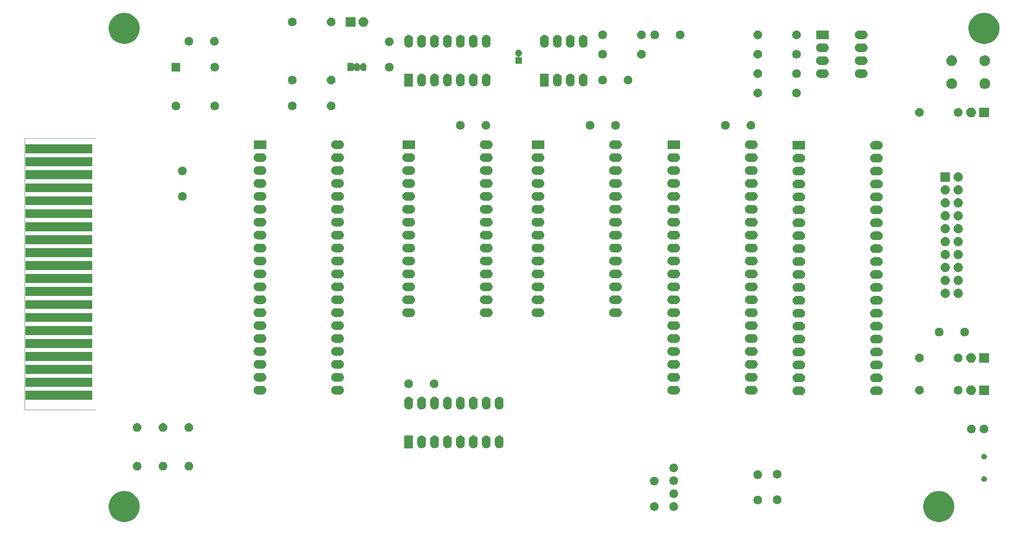
<source format=gbr>
G04 #@! TF.GenerationSoftware,KiCad,Pcbnew,(5.1.4)-1*
G04 #@! TF.CreationDate,2019-12-01T00:46:25+01:00*
G04 #@! TF.ProjectId,Z80Mini,5a38304d-696e-4692-9e6b-696361645f70,rev?*
G04 #@! TF.SameCoordinates,Original*
G04 #@! TF.FileFunction,Soldermask,Bot*
G04 #@! TF.FilePolarity,Negative*
%FSLAX46Y46*%
G04 Gerber Fmt 4.6, Leading zero omitted, Abs format (unit mm)*
G04 Created by KiCad (PCBNEW (5.1.4)-1) date 2019-12-01 00:46:25*
%MOMM*%
%LPD*%
G04 APERTURE LIST*
%ADD10C,0.120000*%
%ADD11C,0.100000*%
G04 APERTURE END LIST*
D10*
X78232000Y-72390000D02*
X64262000Y-72390000D01*
X64262000Y-72390000D02*
X64262000Y-125730000D01*
X64262000Y-125730000D02*
X78232000Y-125730000D01*
D11*
G36*
X244729943Y-141846248D02*
G01*
X245285189Y-142076238D01*
X245464700Y-142196184D01*
X245784899Y-142410134D01*
X246209866Y-142835101D01*
X246338022Y-143026900D01*
X246543762Y-143334811D01*
X246773752Y-143890057D01*
X246891000Y-144479501D01*
X246891000Y-145080499D01*
X246773752Y-145669943D01*
X246543762Y-146225189D01*
X246543761Y-146225190D01*
X246209866Y-146724899D01*
X245784899Y-147149866D01*
X245644573Y-147243629D01*
X245285189Y-147483762D01*
X244729943Y-147713752D01*
X244140499Y-147831000D01*
X243539501Y-147831000D01*
X242950057Y-147713752D01*
X242394811Y-147483762D01*
X242035427Y-147243629D01*
X241895101Y-147149866D01*
X241470134Y-146724899D01*
X241136239Y-146225190D01*
X241136238Y-146225189D01*
X240906248Y-145669943D01*
X240789000Y-145080499D01*
X240789000Y-144479501D01*
X240906248Y-143890057D01*
X241136238Y-143334811D01*
X241341978Y-143026900D01*
X241470134Y-142835101D01*
X241895101Y-142410134D01*
X242215300Y-142196184D01*
X242394811Y-142076238D01*
X242950057Y-141846248D01*
X243539501Y-141729000D01*
X244140499Y-141729000D01*
X244729943Y-141846248D01*
X244729943Y-141846248D01*
G37*
G36*
X84709943Y-141846248D02*
G01*
X85265189Y-142076238D01*
X85444700Y-142196184D01*
X85764899Y-142410134D01*
X86189866Y-142835101D01*
X86318022Y-143026900D01*
X86523762Y-143334811D01*
X86753752Y-143890057D01*
X86871000Y-144479501D01*
X86871000Y-145080499D01*
X86753752Y-145669943D01*
X86523762Y-146225189D01*
X86523761Y-146225190D01*
X86189866Y-146724899D01*
X85764899Y-147149866D01*
X85624573Y-147243629D01*
X85265189Y-147483762D01*
X84709943Y-147713752D01*
X84120499Y-147831000D01*
X83519501Y-147831000D01*
X82930057Y-147713752D01*
X82374811Y-147483762D01*
X82015427Y-147243629D01*
X81875101Y-147149866D01*
X81450134Y-146724899D01*
X81116239Y-146225190D01*
X81116238Y-146225189D01*
X80886248Y-145669943D01*
X80769000Y-145080499D01*
X80769000Y-144479501D01*
X80886248Y-143890057D01*
X81116238Y-143334811D01*
X81321978Y-143026900D01*
X81450134Y-142835101D01*
X81875101Y-142410134D01*
X82195300Y-142196184D01*
X82374811Y-142076238D01*
X82930057Y-141846248D01*
X83519501Y-141729000D01*
X84120499Y-141729000D01*
X84709943Y-141846248D01*
X84709943Y-141846248D01*
G37*
G36*
X192018228Y-143961703D02*
G01*
X192173100Y-144025853D01*
X192312481Y-144118985D01*
X192431015Y-144237519D01*
X192524147Y-144376900D01*
X192588297Y-144531772D01*
X192621000Y-144696184D01*
X192621000Y-144863816D01*
X192588297Y-145028228D01*
X192524147Y-145183100D01*
X192431015Y-145322481D01*
X192312481Y-145441015D01*
X192173100Y-145534147D01*
X192018228Y-145598297D01*
X191853816Y-145631000D01*
X191686184Y-145631000D01*
X191521772Y-145598297D01*
X191366900Y-145534147D01*
X191227519Y-145441015D01*
X191108985Y-145322481D01*
X191015853Y-145183100D01*
X190951703Y-145028228D01*
X190919000Y-144863816D01*
X190919000Y-144696184D01*
X190951703Y-144531772D01*
X191015853Y-144376900D01*
X191108985Y-144237519D01*
X191227519Y-144118985D01*
X191366900Y-144025853D01*
X191521772Y-143961703D01*
X191686184Y-143929000D01*
X191853816Y-143929000D01*
X192018228Y-143961703D01*
X192018228Y-143961703D01*
G37*
G36*
X188208228Y-143961703D02*
G01*
X188363100Y-144025853D01*
X188502481Y-144118985D01*
X188621015Y-144237519D01*
X188714147Y-144376900D01*
X188778297Y-144531772D01*
X188811000Y-144696184D01*
X188811000Y-144863816D01*
X188778297Y-145028228D01*
X188714147Y-145183100D01*
X188621015Y-145322481D01*
X188502481Y-145441015D01*
X188363100Y-145534147D01*
X188208228Y-145598297D01*
X188043816Y-145631000D01*
X187876184Y-145631000D01*
X187711772Y-145598297D01*
X187556900Y-145534147D01*
X187417519Y-145441015D01*
X187298985Y-145322481D01*
X187205853Y-145183100D01*
X187141703Y-145028228D01*
X187109000Y-144863816D01*
X187109000Y-144696184D01*
X187141703Y-144531772D01*
X187205853Y-144376900D01*
X187298985Y-144237519D01*
X187417519Y-144118985D01*
X187556900Y-144025853D01*
X187711772Y-143961703D01*
X187876184Y-143929000D01*
X188043816Y-143929000D01*
X188208228Y-143961703D01*
X188208228Y-143961703D01*
G37*
G36*
X208528228Y-142691703D02*
G01*
X208683100Y-142755853D01*
X208822481Y-142848985D01*
X208941015Y-142967519D01*
X209034147Y-143106900D01*
X209098297Y-143261772D01*
X209131000Y-143426184D01*
X209131000Y-143593816D01*
X209098297Y-143758228D01*
X209034147Y-143913100D01*
X208941015Y-144052481D01*
X208822481Y-144171015D01*
X208683100Y-144264147D01*
X208528228Y-144328297D01*
X208363816Y-144361000D01*
X208196184Y-144361000D01*
X208031772Y-144328297D01*
X207876900Y-144264147D01*
X207737519Y-144171015D01*
X207618985Y-144052481D01*
X207525853Y-143913100D01*
X207461703Y-143758228D01*
X207429000Y-143593816D01*
X207429000Y-143426184D01*
X207461703Y-143261772D01*
X207525853Y-143106900D01*
X207618985Y-142967519D01*
X207737519Y-142848985D01*
X207876900Y-142755853D01*
X208031772Y-142691703D01*
X208196184Y-142659000D01*
X208363816Y-142659000D01*
X208528228Y-142691703D01*
X208528228Y-142691703D01*
G37*
G36*
X212338228Y-142611703D02*
G01*
X212493100Y-142675853D01*
X212632481Y-142768985D01*
X212751015Y-142887519D01*
X212844147Y-143026900D01*
X212908297Y-143181772D01*
X212941000Y-143346184D01*
X212941000Y-143513816D01*
X212908297Y-143678228D01*
X212844147Y-143833100D01*
X212751015Y-143972481D01*
X212632481Y-144091015D01*
X212493100Y-144184147D01*
X212338228Y-144248297D01*
X212173816Y-144281000D01*
X212006184Y-144281000D01*
X211841772Y-144248297D01*
X211686900Y-144184147D01*
X211547519Y-144091015D01*
X211428985Y-143972481D01*
X211335853Y-143833100D01*
X211271703Y-143678228D01*
X211239000Y-143513816D01*
X211239000Y-143346184D01*
X211271703Y-143181772D01*
X211335853Y-143026900D01*
X211428985Y-142887519D01*
X211547519Y-142768985D01*
X211686900Y-142675853D01*
X211841772Y-142611703D01*
X212006184Y-142579000D01*
X212173816Y-142579000D01*
X212338228Y-142611703D01*
X212338228Y-142611703D01*
G37*
G36*
X192018228Y-141461703D02*
G01*
X192173100Y-141525853D01*
X192312481Y-141618985D01*
X192431015Y-141737519D01*
X192524147Y-141876900D01*
X192588297Y-142031772D01*
X192621000Y-142196184D01*
X192621000Y-142363816D01*
X192588297Y-142528228D01*
X192524147Y-142683100D01*
X192431015Y-142822481D01*
X192312481Y-142941015D01*
X192173100Y-143034147D01*
X192018228Y-143098297D01*
X191853816Y-143131000D01*
X191686184Y-143131000D01*
X191521772Y-143098297D01*
X191366900Y-143034147D01*
X191227519Y-142941015D01*
X191108985Y-142822481D01*
X191015853Y-142683100D01*
X190951703Y-142528228D01*
X190919000Y-142363816D01*
X190919000Y-142196184D01*
X190951703Y-142031772D01*
X191015853Y-141876900D01*
X191108985Y-141737519D01*
X191227519Y-141618985D01*
X191366900Y-141525853D01*
X191521772Y-141461703D01*
X191686184Y-141429000D01*
X191853816Y-141429000D01*
X192018228Y-141461703D01*
X192018228Y-141461703D01*
G37*
G36*
X188208228Y-138961703D02*
G01*
X188363100Y-139025853D01*
X188502481Y-139118985D01*
X188621015Y-139237519D01*
X188714147Y-139376900D01*
X188778297Y-139531772D01*
X188811000Y-139696184D01*
X188811000Y-139863816D01*
X188778297Y-140028228D01*
X188714147Y-140183100D01*
X188621015Y-140322481D01*
X188502481Y-140441015D01*
X188363100Y-140534147D01*
X188208228Y-140598297D01*
X188043816Y-140631000D01*
X187876184Y-140631000D01*
X187711772Y-140598297D01*
X187556900Y-140534147D01*
X187417519Y-140441015D01*
X187298985Y-140322481D01*
X187205853Y-140183100D01*
X187141703Y-140028228D01*
X187109000Y-139863816D01*
X187109000Y-139696184D01*
X187141703Y-139531772D01*
X187205853Y-139376900D01*
X187298985Y-139237519D01*
X187417519Y-139118985D01*
X187556900Y-139025853D01*
X187711772Y-138961703D01*
X187876184Y-138929000D01*
X188043816Y-138929000D01*
X188208228Y-138961703D01*
X188208228Y-138961703D01*
G37*
G36*
X192018228Y-138881703D02*
G01*
X192173100Y-138945853D01*
X192312481Y-139038985D01*
X192431015Y-139157519D01*
X192524147Y-139296900D01*
X192588297Y-139451772D01*
X192621000Y-139616184D01*
X192621000Y-139783816D01*
X192588297Y-139948228D01*
X192524147Y-140103100D01*
X192431015Y-140242481D01*
X192312481Y-140361015D01*
X192173100Y-140454147D01*
X192018228Y-140518297D01*
X191853816Y-140551000D01*
X191686184Y-140551000D01*
X191521772Y-140518297D01*
X191366900Y-140454147D01*
X191227519Y-140361015D01*
X191108985Y-140242481D01*
X191015853Y-140103100D01*
X190951703Y-139948228D01*
X190919000Y-139783816D01*
X190919000Y-139616184D01*
X190951703Y-139451772D01*
X191015853Y-139296900D01*
X191108985Y-139157519D01*
X191227519Y-139038985D01*
X191366900Y-138945853D01*
X191521772Y-138881703D01*
X191686184Y-138849000D01*
X191853816Y-138849000D01*
X192018228Y-138881703D01*
X192018228Y-138881703D01*
G37*
G36*
X252890721Y-138830174D02*
G01*
X252990995Y-138871709D01*
X252990996Y-138871710D01*
X253081242Y-138932010D01*
X253157990Y-139008758D01*
X253157991Y-139008760D01*
X253218291Y-139099005D01*
X253259826Y-139199279D01*
X253281000Y-139305730D01*
X253281000Y-139414270D01*
X253259826Y-139520721D01*
X253218291Y-139620995D01*
X253218290Y-139620996D01*
X253157990Y-139711242D01*
X253081242Y-139787990D01*
X253035812Y-139818345D01*
X252990995Y-139848291D01*
X252890721Y-139889826D01*
X252784270Y-139911000D01*
X252675730Y-139911000D01*
X252569279Y-139889826D01*
X252469005Y-139848291D01*
X252424188Y-139818345D01*
X252378758Y-139787990D01*
X252302010Y-139711242D01*
X252241710Y-139620996D01*
X252241709Y-139620995D01*
X252200174Y-139520721D01*
X252179000Y-139414270D01*
X252179000Y-139305730D01*
X252200174Y-139199279D01*
X252241709Y-139099005D01*
X252302009Y-139008760D01*
X252302010Y-139008758D01*
X252378758Y-138932010D01*
X252469004Y-138871710D01*
X252469005Y-138871709D01*
X252569279Y-138830174D01*
X252675730Y-138809000D01*
X252784270Y-138809000D01*
X252890721Y-138830174D01*
X252890721Y-138830174D01*
G37*
G36*
X208528228Y-137691703D02*
G01*
X208683100Y-137755853D01*
X208822481Y-137848985D01*
X208941015Y-137967519D01*
X209034147Y-138106900D01*
X209098297Y-138261772D01*
X209131000Y-138426184D01*
X209131000Y-138593816D01*
X209098297Y-138758228D01*
X209034147Y-138913100D01*
X208941015Y-139052481D01*
X208822481Y-139171015D01*
X208683100Y-139264147D01*
X208528228Y-139328297D01*
X208363816Y-139361000D01*
X208196184Y-139361000D01*
X208031772Y-139328297D01*
X207876900Y-139264147D01*
X207737519Y-139171015D01*
X207618985Y-139052481D01*
X207525853Y-138913100D01*
X207461703Y-138758228D01*
X207429000Y-138593816D01*
X207429000Y-138426184D01*
X207461703Y-138261772D01*
X207525853Y-138106900D01*
X207618985Y-137967519D01*
X207737519Y-137848985D01*
X207876900Y-137755853D01*
X208031772Y-137691703D01*
X208196184Y-137659000D01*
X208363816Y-137659000D01*
X208528228Y-137691703D01*
X208528228Y-137691703D01*
G37*
G36*
X212338228Y-137611703D02*
G01*
X212493100Y-137675853D01*
X212632481Y-137768985D01*
X212751015Y-137887519D01*
X212844147Y-138026900D01*
X212908297Y-138181772D01*
X212941000Y-138346184D01*
X212941000Y-138513816D01*
X212908297Y-138678228D01*
X212844147Y-138833100D01*
X212751015Y-138972481D01*
X212632481Y-139091015D01*
X212493100Y-139184147D01*
X212338228Y-139248297D01*
X212173816Y-139281000D01*
X212006184Y-139281000D01*
X211841772Y-139248297D01*
X211686900Y-139184147D01*
X211547519Y-139091015D01*
X211428985Y-138972481D01*
X211335853Y-138833100D01*
X211271703Y-138678228D01*
X211239000Y-138513816D01*
X211239000Y-138346184D01*
X211271703Y-138181772D01*
X211335853Y-138026900D01*
X211428985Y-137887519D01*
X211547519Y-137768985D01*
X211686900Y-137675853D01*
X211841772Y-137611703D01*
X212006184Y-137579000D01*
X212173816Y-137579000D01*
X212338228Y-137611703D01*
X212338228Y-137611703D01*
G37*
G36*
X192018228Y-136381703D02*
G01*
X192173100Y-136445853D01*
X192312481Y-136538985D01*
X192431015Y-136657519D01*
X192524147Y-136796900D01*
X192588297Y-136951772D01*
X192621000Y-137116184D01*
X192621000Y-137283816D01*
X192588297Y-137448228D01*
X192524147Y-137603100D01*
X192431015Y-137742481D01*
X192312481Y-137861015D01*
X192173100Y-137954147D01*
X192018228Y-138018297D01*
X191853816Y-138051000D01*
X191686184Y-138051000D01*
X191521772Y-138018297D01*
X191366900Y-137954147D01*
X191227519Y-137861015D01*
X191108985Y-137742481D01*
X191015853Y-137603100D01*
X190951703Y-137448228D01*
X190919000Y-137283816D01*
X190919000Y-137116184D01*
X190951703Y-136951772D01*
X191015853Y-136796900D01*
X191108985Y-136657519D01*
X191227519Y-136538985D01*
X191366900Y-136445853D01*
X191521772Y-136381703D01*
X191686184Y-136349000D01*
X191853816Y-136349000D01*
X192018228Y-136381703D01*
X192018228Y-136381703D01*
G37*
G36*
X91688228Y-136041703D02*
G01*
X91843100Y-136105853D01*
X91982481Y-136198985D01*
X92101015Y-136317519D01*
X92194147Y-136456900D01*
X92258297Y-136611772D01*
X92291000Y-136776184D01*
X92291000Y-136943816D01*
X92258297Y-137108228D01*
X92194147Y-137263100D01*
X92101015Y-137402481D01*
X91982481Y-137521015D01*
X91843100Y-137614147D01*
X91688228Y-137678297D01*
X91523816Y-137711000D01*
X91356184Y-137711000D01*
X91191772Y-137678297D01*
X91036900Y-137614147D01*
X90897519Y-137521015D01*
X90778985Y-137402481D01*
X90685853Y-137263100D01*
X90621703Y-137108228D01*
X90589000Y-136943816D01*
X90589000Y-136776184D01*
X90621703Y-136611772D01*
X90685853Y-136456900D01*
X90778985Y-136317519D01*
X90897519Y-136198985D01*
X91036900Y-136105853D01*
X91191772Y-136041703D01*
X91356184Y-136009000D01*
X91523816Y-136009000D01*
X91688228Y-136041703D01*
X91688228Y-136041703D01*
G37*
G36*
X86608228Y-136041703D02*
G01*
X86763100Y-136105853D01*
X86902481Y-136198985D01*
X87021015Y-136317519D01*
X87114147Y-136456900D01*
X87178297Y-136611772D01*
X87211000Y-136776184D01*
X87211000Y-136943816D01*
X87178297Y-137108228D01*
X87114147Y-137263100D01*
X87021015Y-137402481D01*
X86902481Y-137521015D01*
X86763100Y-137614147D01*
X86608228Y-137678297D01*
X86443816Y-137711000D01*
X86276184Y-137711000D01*
X86111772Y-137678297D01*
X85956900Y-137614147D01*
X85817519Y-137521015D01*
X85698985Y-137402481D01*
X85605853Y-137263100D01*
X85541703Y-137108228D01*
X85509000Y-136943816D01*
X85509000Y-136776184D01*
X85541703Y-136611772D01*
X85605853Y-136456900D01*
X85698985Y-136317519D01*
X85817519Y-136198985D01*
X85956900Y-136105853D01*
X86111772Y-136041703D01*
X86276184Y-136009000D01*
X86443816Y-136009000D01*
X86608228Y-136041703D01*
X86608228Y-136041703D01*
G37*
G36*
X96768228Y-136041703D02*
G01*
X96923100Y-136105853D01*
X97062481Y-136198985D01*
X97181015Y-136317519D01*
X97274147Y-136456900D01*
X97338297Y-136611772D01*
X97371000Y-136776184D01*
X97371000Y-136943816D01*
X97338297Y-137108228D01*
X97274147Y-137263100D01*
X97181015Y-137402481D01*
X97062481Y-137521015D01*
X96923100Y-137614147D01*
X96768228Y-137678297D01*
X96603816Y-137711000D01*
X96436184Y-137711000D01*
X96271772Y-137678297D01*
X96116900Y-137614147D01*
X95977519Y-137521015D01*
X95858985Y-137402481D01*
X95765853Y-137263100D01*
X95701703Y-137108228D01*
X95669000Y-136943816D01*
X95669000Y-136776184D01*
X95701703Y-136611772D01*
X95765853Y-136456900D01*
X95858985Y-136317519D01*
X95977519Y-136198985D01*
X96116900Y-136105853D01*
X96271772Y-136041703D01*
X96436184Y-136009000D01*
X96603816Y-136009000D01*
X96768228Y-136041703D01*
X96768228Y-136041703D01*
G37*
G36*
X252890721Y-134430174D02*
G01*
X252990995Y-134471709D01*
X252990996Y-134471710D01*
X253081242Y-134532010D01*
X253157990Y-134608758D01*
X253157991Y-134608760D01*
X253218291Y-134699005D01*
X253259826Y-134799279D01*
X253281000Y-134905730D01*
X253281000Y-135014270D01*
X253259826Y-135120721D01*
X253218291Y-135220995D01*
X253218290Y-135220996D01*
X253157990Y-135311242D01*
X253081242Y-135387990D01*
X253035812Y-135418345D01*
X252990995Y-135448291D01*
X252890721Y-135489826D01*
X252784270Y-135511000D01*
X252675730Y-135511000D01*
X252569279Y-135489826D01*
X252469005Y-135448291D01*
X252424188Y-135418345D01*
X252378758Y-135387990D01*
X252302010Y-135311242D01*
X252241710Y-135220996D01*
X252241709Y-135220995D01*
X252200174Y-135120721D01*
X252179000Y-135014270D01*
X252179000Y-134905730D01*
X252200174Y-134799279D01*
X252241709Y-134699005D01*
X252302009Y-134608760D01*
X252302010Y-134608758D01*
X252378758Y-134532010D01*
X252469004Y-134471710D01*
X252469005Y-134471709D01*
X252569279Y-134430174D01*
X252675730Y-134409000D01*
X252784270Y-134409000D01*
X252890721Y-134430174D01*
X252890721Y-134430174D01*
G37*
G36*
X155106822Y-130841313D02*
G01*
X155267241Y-130889976D01*
X155415077Y-130968995D01*
X155544659Y-131075341D01*
X155651004Y-131204922D01*
X155651005Y-131204924D01*
X155730024Y-131352758D01*
X155778687Y-131513177D01*
X155791000Y-131638196D01*
X155791000Y-132521803D01*
X155778687Y-132646822D01*
X155730024Y-132807242D01*
X155659114Y-132939906D01*
X155651004Y-132955078D01*
X155544659Y-133084659D01*
X155415078Y-133191004D01*
X155415076Y-133191005D01*
X155267242Y-133270024D01*
X155106823Y-133318687D01*
X154940000Y-133335117D01*
X154773178Y-133318687D01*
X154612759Y-133270024D01*
X154464925Y-133191005D01*
X154464923Y-133191004D01*
X154335342Y-133084659D01*
X154228997Y-132955078D01*
X154220887Y-132939906D01*
X154149977Y-132807242D01*
X154101314Y-132646823D01*
X154089000Y-132521803D01*
X154089000Y-131638197D01*
X154101313Y-131513178D01*
X154149976Y-131352759D01*
X154228995Y-131204923D01*
X154335341Y-131075341D01*
X154464922Y-130968996D01*
X154480094Y-130960886D01*
X154612758Y-130889976D01*
X154773177Y-130841313D01*
X154940000Y-130824883D01*
X155106822Y-130841313D01*
X155106822Y-130841313D01*
G37*
G36*
X157646822Y-130841313D02*
G01*
X157807241Y-130889976D01*
X157955077Y-130968995D01*
X158084659Y-131075341D01*
X158191004Y-131204922D01*
X158191005Y-131204924D01*
X158270024Y-131352758D01*
X158318687Y-131513177D01*
X158331000Y-131638196D01*
X158331000Y-132521803D01*
X158318687Y-132646822D01*
X158270024Y-132807242D01*
X158199114Y-132939906D01*
X158191004Y-132955078D01*
X158084659Y-133084659D01*
X157955078Y-133191004D01*
X157955076Y-133191005D01*
X157807242Y-133270024D01*
X157646823Y-133318687D01*
X157480000Y-133335117D01*
X157313178Y-133318687D01*
X157152759Y-133270024D01*
X157004925Y-133191005D01*
X157004923Y-133191004D01*
X156875342Y-133084659D01*
X156768997Y-132955078D01*
X156760887Y-132939906D01*
X156689977Y-132807242D01*
X156641314Y-132646823D01*
X156629000Y-132521803D01*
X156629000Y-131638197D01*
X156641313Y-131513178D01*
X156689976Y-131352759D01*
X156768995Y-131204923D01*
X156875341Y-131075341D01*
X157004922Y-130968996D01*
X157020094Y-130960886D01*
X157152758Y-130889976D01*
X157313177Y-130841313D01*
X157480000Y-130824883D01*
X157646822Y-130841313D01*
X157646822Y-130841313D01*
G37*
G36*
X147486822Y-130841313D02*
G01*
X147647241Y-130889976D01*
X147795077Y-130968995D01*
X147924659Y-131075341D01*
X148031004Y-131204922D01*
X148031005Y-131204924D01*
X148110024Y-131352758D01*
X148158687Y-131513177D01*
X148171000Y-131638196D01*
X148171000Y-132521803D01*
X148158687Y-132646822D01*
X148110024Y-132807242D01*
X148039114Y-132939906D01*
X148031004Y-132955078D01*
X147924659Y-133084659D01*
X147795078Y-133191004D01*
X147795076Y-133191005D01*
X147647242Y-133270024D01*
X147486823Y-133318687D01*
X147320000Y-133335117D01*
X147153178Y-133318687D01*
X146992759Y-133270024D01*
X146844925Y-133191005D01*
X146844923Y-133191004D01*
X146715342Y-133084659D01*
X146608997Y-132955078D01*
X146600887Y-132939906D01*
X146529977Y-132807242D01*
X146481314Y-132646823D01*
X146469000Y-132521803D01*
X146469000Y-131638197D01*
X146481313Y-131513178D01*
X146529976Y-131352759D01*
X146608995Y-131204923D01*
X146715341Y-131075341D01*
X146844922Y-130968996D01*
X146860094Y-130960886D01*
X146992758Y-130889976D01*
X147153177Y-130841313D01*
X147320000Y-130824883D01*
X147486822Y-130841313D01*
X147486822Y-130841313D01*
G37*
G36*
X142406822Y-130841313D02*
G01*
X142567241Y-130889976D01*
X142715077Y-130968995D01*
X142844659Y-131075341D01*
X142951004Y-131204922D01*
X142951005Y-131204924D01*
X143030024Y-131352758D01*
X143078687Y-131513177D01*
X143091000Y-131638196D01*
X143091000Y-132521803D01*
X143078687Y-132646822D01*
X143030024Y-132807242D01*
X142959114Y-132939906D01*
X142951004Y-132955078D01*
X142844659Y-133084659D01*
X142715078Y-133191004D01*
X142715076Y-133191005D01*
X142567242Y-133270024D01*
X142406823Y-133318687D01*
X142240000Y-133335117D01*
X142073178Y-133318687D01*
X141912759Y-133270024D01*
X141764925Y-133191005D01*
X141764923Y-133191004D01*
X141635342Y-133084659D01*
X141528997Y-132955078D01*
X141520887Y-132939906D01*
X141449977Y-132807242D01*
X141401314Y-132646823D01*
X141389000Y-132521803D01*
X141389000Y-131638197D01*
X141401313Y-131513178D01*
X141449976Y-131352759D01*
X141528995Y-131204923D01*
X141635341Y-131075341D01*
X141764922Y-130968996D01*
X141780094Y-130960886D01*
X141912758Y-130889976D01*
X142073177Y-130841313D01*
X142240000Y-130824883D01*
X142406822Y-130841313D01*
X142406822Y-130841313D01*
G37*
G36*
X144946822Y-130841313D02*
G01*
X145107241Y-130889976D01*
X145255077Y-130968995D01*
X145384659Y-131075341D01*
X145491004Y-131204922D01*
X145491005Y-131204924D01*
X145570024Y-131352758D01*
X145618687Y-131513177D01*
X145631000Y-131638196D01*
X145631000Y-132521803D01*
X145618687Y-132646822D01*
X145570024Y-132807242D01*
X145499114Y-132939906D01*
X145491004Y-132955078D01*
X145384659Y-133084659D01*
X145255078Y-133191004D01*
X145255076Y-133191005D01*
X145107242Y-133270024D01*
X144946823Y-133318687D01*
X144780000Y-133335117D01*
X144613178Y-133318687D01*
X144452759Y-133270024D01*
X144304925Y-133191005D01*
X144304923Y-133191004D01*
X144175342Y-133084659D01*
X144068997Y-132955078D01*
X144060887Y-132939906D01*
X143989977Y-132807242D01*
X143941314Y-132646823D01*
X143929000Y-132521803D01*
X143929000Y-131638197D01*
X143941313Y-131513178D01*
X143989976Y-131352759D01*
X144068995Y-131204923D01*
X144175341Y-131075341D01*
X144304922Y-130968996D01*
X144320094Y-130960886D01*
X144452758Y-130889976D01*
X144613177Y-130841313D01*
X144780000Y-130824883D01*
X144946822Y-130841313D01*
X144946822Y-130841313D01*
G37*
G36*
X152566822Y-130841313D02*
G01*
X152727241Y-130889976D01*
X152875077Y-130968995D01*
X153004659Y-131075341D01*
X153111004Y-131204922D01*
X153111005Y-131204924D01*
X153190024Y-131352758D01*
X153238687Y-131513177D01*
X153251000Y-131638196D01*
X153251000Y-132521803D01*
X153238687Y-132646822D01*
X153190024Y-132807242D01*
X153119114Y-132939906D01*
X153111004Y-132955078D01*
X153004659Y-133084659D01*
X152875078Y-133191004D01*
X152875076Y-133191005D01*
X152727242Y-133270024D01*
X152566823Y-133318687D01*
X152400000Y-133335117D01*
X152233178Y-133318687D01*
X152072759Y-133270024D01*
X151924925Y-133191005D01*
X151924923Y-133191004D01*
X151795342Y-133084659D01*
X151688997Y-132955078D01*
X151680887Y-132939906D01*
X151609977Y-132807242D01*
X151561314Y-132646823D01*
X151549000Y-132521803D01*
X151549000Y-131638197D01*
X151561313Y-131513178D01*
X151609976Y-131352759D01*
X151688995Y-131204923D01*
X151795341Y-131075341D01*
X151924922Y-130968996D01*
X151940094Y-130960886D01*
X152072758Y-130889976D01*
X152233177Y-130841313D01*
X152400000Y-130824883D01*
X152566822Y-130841313D01*
X152566822Y-130841313D01*
G37*
G36*
X150026822Y-130841313D02*
G01*
X150187241Y-130889976D01*
X150335077Y-130968995D01*
X150464659Y-131075341D01*
X150571004Y-131204922D01*
X150571005Y-131204924D01*
X150650024Y-131352758D01*
X150698687Y-131513177D01*
X150711000Y-131638196D01*
X150711000Y-132521803D01*
X150698687Y-132646822D01*
X150650024Y-132807242D01*
X150579114Y-132939906D01*
X150571004Y-132955078D01*
X150464659Y-133084659D01*
X150335078Y-133191004D01*
X150335076Y-133191005D01*
X150187242Y-133270024D01*
X150026823Y-133318687D01*
X149860000Y-133335117D01*
X149693178Y-133318687D01*
X149532759Y-133270024D01*
X149384925Y-133191005D01*
X149384923Y-133191004D01*
X149255342Y-133084659D01*
X149148997Y-132955078D01*
X149140887Y-132939906D01*
X149069977Y-132807242D01*
X149021314Y-132646823D01*
X149009000Y-132521803D01*
X149009000Y-131638197D01*
X149021313Y-131513178D01*
X149069976Y-131352759D01*
X149148995Y-131204923D01*
X149255341Y-131075341D01*
X149384922Y-130968996D01*
X149400094Y-130960886D01*
X149532758Y-130889976D01*
X149693177Y-130841313D01*
X149860000Y-130824883D01*
X150026822Y-130841313D01*
X150026822Y-130841313D01*
G37*
G36*
X140551000Y-133331000D02*
G01*
X138849000Y-133331000D01*
X138849000Y-130829000D01*
X140551000Y-130829000D01*
X140551000Y-133331000D01*
X140551000Y-133331000D01*
G37*
G36*
X250478228Y-128721703D02*
G01*
X250633100Y-128785853D01*
X250772481Y-128878985D01*
X250891015Y-128997519D01*
X250984147Y-129136900D01*
X251048297Y-129291772D01*
X251081000Y-129456184D01*
X251081000Y-129623816D01*
X251048297Y-129788228D01*
X250984147Y-129943100D01*
X250891015Y-130082481D01*
X250772481Y-130201015D01*
X250633100Y-130294147D01*
X250478228Y-130358297D01*
X250313816Y-130391000D01*
X250146184Y-130391000D01*
X249981772Y-130358297D01*
X249826900Y-130294147D01*
X249687519Y-130201015D01*
X249568985Y-130082481D01*
X249475853Y-129943100D01*
X249411703Y-129788228D01*
X249379000Y-129623816D01*
X249379000Y-129456184D01*
X249411703Y-129291772D01*
X249475853Y-129136900D01*
X249568985Y-128997519D01*
X249687519Y-128878985D01*
X249826900Y-128785853D01*
X249981772Y-128721703D01*
X250146184Y-128689000D01*
X250313816Y-128689000D01*
X250478228Y-128721703D01*
X250478228Y-128721703D01*
G37*
G36*
X252978228Y-128721703D02*
G01*
X253133100Y-128785853D01*
X253272481Y-128878985D01*
X253391015Y-128997519D01*
X253484147Y-129136900D01*
X253548297Y-129291772D01*
X253581000Y-129456184D01*
X253581000Y-129623816D01*
X253548297Y-129788228D01*
X253484147Y-129943100D01*
X253391015Y-130082481D01*
X253272481Y-130201015D01*
X253133100Y-130294147D01*
X252978228Y-130358297D01*
X252813816Y-130391000D01*
X252646184Y-130391000D01*
X252481772Y-130358297D01*
X252326900Y-130294147D01*
X252187519Y-130201015D01*
X252068985Y-130082481D01*
X251975853Y-129943100D01*
X251911703Y-129788228D01*
X251879000Y-129623816D01*
X251879000Y-129456184D01*
X251911703Y-129291772D01*
X251975853Y-129136900D01*
X252068985Y-128997519D01*
X252187519Y-128878985D01*
X252326900Y-128785853D01*
X252481772Y-128721703D01*
X252646184Y-128689000D01*
X252813816Y-128689000D01*
X252978228Y-128721703D01*
X252978228Y-128721703D01*
G37*
G36*
X86526823Y-128401313D02*
G01*
X86687242Y-128449976D01*
X86819906Y-128520886D01*
X86835078Y-128528996D01*
X86964659Y-128635341D01*
X87071004Y-128764922D01*
X87071005Y-128764924D01*
X87150024Y-128912758D01*
X87198687Y-129073177D01*
X87215117Y-129240000D01*
X87198687Y-129406823D01*
X87150024Y-129567242D01*
X87079114Y-129699906D01*
X87071004Y-129715078D01*
X86964659Y-129844659D01*
X86835078Y-129951004D01*
X86835076Y-129951005D01*
X86687242Y-130030024D01*
X86526823Y-130078687D01*
X86401804Y-130091000D01*
X86318196Y-130091000D01*
X86193177Y-130078687D01*
X86032758Y-130030024D01*
X85884924Y-129951005D01*
X85884922Y-129951004D01*
X85755341Y-129844659D01*
X85648996Y-129715078D01*
X85640886Y-129699906D01*
X85569976Y-129567242D01*
X85521313Y-129406823D01*
X85504883Y-129240000D01*
X85521313Y-129073177D01*
X85569976Y-128912758D01*
X85648995Y-128764924D01*
X85648996Y-128764922D01*
X85755341Y-128635341D01*
X85884922Y-128528996D01*
X85900094Y-128520886D01*
X86032758Y-128449976D01*
X86193177Y-128401313D01*
X86318196Y-128389000D01*
X86401804Y-128389000D01*
X86526823Y-128401313D01*
X86526823Y-128401313D01*
G37*
G36*
X91606823Y-128401313D02*
G01*
X91767242Y-128449976D01*
X91899906Y-128520886D01*
X91915078Y-128528996D01*
X92044659Y-128635341D01*
X92151004Y-128764922D01*
X92151005Y-128764924D01*
X92230024Y-128912758D01*
X92278687Y-129073177D01*
X92295117Y-129240000D01*
X92278687Y-129406823D01*
X92230024Y-129567242D01*
X92159114Y-129699906D01*
X92151004Y-129715078D01*
X92044659Y-129844659D01*
X91915078Y-129951004D01*
X91915076Y-129951005D01*
X91767242Y-130030024D01*
X91606823Y-130078687D01*
X91481804Y-130091000D01*
X91398196Y-130091000D01*
X91273177Y-130078687D01*
X91112758Y-130030024D01*
X90964924Y-129951005D01*
X90964922Y-129951004D01*
X90835341Y-129844659D01*
X90728996Y-129715078D01*
X90720886Y-129699906D01*
X90649976Y-129567242D01*
X90601313Y-129406823D01*
X90584883Y-129240000D01*
X90601313Y-129073177D01*
X90649976Y-128912758D01*
X90728995Y-128764924D01*
X90728996Y-128764922D01*
X90835341Y-128635341D01*
X90964922Y-128528996D01*
X90980094Y-128520886D01*
X91112758Y-128449976D01*
X91273177Y-128401313D01*
X91398196Y-128389000D01*
X91481804Y-128389000D01*
X91606823Y-128401313D01*
X91606823Y-128401313D01*
G37*
G36*
X96686823Y-128401313D02*
G01*
X96847242Y-128449976D01*
X96979906Y-128520886D01*
X96995078Y-128528996D01*
X97124659Y-128635341D01*
X97231004Y-128764922D01*
X97231005Y-128764924D01*
X97310024Y-128912758D01*
X97358687Y-129073177D01*
X97375117Y-129240000D01*
X97358687Y-129406823D01*
X97310024Y-129567242D01*
X97239114Y-129699906D01*
X97231004Y-129715078D01*
X97124659Y-129844659D01*
X96995078Y-129951004D01*
X96995076Y-129951005D01*
X96847242Y-130030024D01*
X96686823Y-130078687D01*
X96561804Y-130091000D01*
X96478196Y-130091000D01*
X96353177Y-130078687D01*
X96192758Y-130030024D01*
X96044924Y-129951005D01*
X96044922Y-129951004D01*
X95915341Y-129844659D01*
X95808996Y-129715078D01*
X95800886Y-129699906D01*
X95729976Y-129567242D01*
X95681313Y-129406823D01*
X95664883Y-129240000D01*
X95681313Y-129073177D01*
X95729976Y-128912758D01*
X95808995Y-128764924D01*
X95808996Y-128764922D01*
X95915341Y-128635341D01*
X96044922Y-128528996D01*
X96060094Y-128520886D01*
X96192758Y-128449976D01*
X96353177Y-128401313D01*
X96478196Y-128389000D01*
X96561804Y-128389000D01*
X96686823Y-128401313D01*
X96686823Y-128401313D01*
G37*
G36*
X144946822Y-123221313D02*
G01*
X145107241Y-123269976D01*
X145255077Y-123348995D01*
X145384659Y-123455341D01*
X145491004Y-123584922D01*
X145491005Y-123584924D01*
X145570024Y-123732758D01*
X145618687Y-123893177D01*
X145631000Y-124018196D01*
X145631000Y-124901803D01*
X145618687Y-125026822D01*
X145570024Y-125187242D01*
X145499114Y-125319906D01*
X145491004Y-125335078D01*
X145384659Y-125464659D01*
X145255078Y-125571004D01*
X145255076Y-125571005D01*
X145107242Y-125650024D01*
X144946823Y-125698687D01*
X144780000Y-125715117D01*
X144613178Y-125698687D01*
X144452759Y-125650024D01*
X144304925Y-125571005D01*
X144304923Y-125571004D01*
X144175342Y-125464659D01*
X144068997Y-125335078D01*
X144060887Y-125319906D01*
X143989977Y-125187242D01*
X143941314Y-125026823D01*
X143929000Y-124901803D01*
X143929000Y-124018197D01*
X143941313Y-123893178D01*
X143989976Y-123732759D01*
X144068995Y-123584923D01*
X144175341Y-123455341D01*
X144304922Y-123348996D01*
X144320094Y-123340886D01*
X144452758Y-123269976D01*
X144613177Y-123221313D01*
X144780000Y-123204883D01*
X144946822Y-123221313D01*
X144946822Y-123221313D01*
G37*
G36*
X139866822Y-123221313D02*
G01*
X140027241Y-123269976D01*
X140175077Y-123348995D01*
X140304659Y-123455341D01*
X140411004Y-123584922D01*
X140411005Y-123584924D01*
X140490024Y-123732758D01*
X140538687Y-123893177D01*
X140551000Y-124018196D01*
X140551000Y-124901803D01*
X140538687Y-125026822D01*
X140490024Y-125187242D01*
X140419114Y-125319906D01*
X140411004Y-125335078D01*
X140304659Y-125464659D01*
X140175078Y-125571004D01*
X140175076Y-125571005D01*
X140027242Y-125650024D01*
X139866823Y-125698687D01*
X139700000Y-125715117D01*
X139533178Y-125698687D01*
X139372759Y-125650024D01*
X139224925Y-125571005D01*
X139224923Y-125571004D01*
X139095342Y-125464659D01*
X138988997Y-125335078D01*
X138980887Y-125319906D01*
X138909977Y-125187242D01*
X138861314Y-125026823D01*
X138849000Y-124901803D01*
X138849000Y-124018197D01*
X138861313Y-123893178D01*
X138909976Y-123732759D01*
X138988995Y-123584923D01*
X139095341Y-123455341D01*
X139224922Y-123348996D01*
X139240094Y-123340886D01*
X139372758Y-123269976D01*
X139533177Y-123221313D01*
X139700000Y-123204883D01*
X139866822Y-123221313D01*
X139866822Y-123221313D01*
G37*
G36*
X142406822Y-123221313D02*
G01*
X142567241Y-123269976D01*
X142715077Y-123348995D01*
X142844659Y-123455341D01*
X142951004Y-123584922D01*
X142951005Y-123584924D01*
X143030024Y-123732758D01*
X143078687Y-123893177D01*
X143091000Y-124018196D01*
X143091000Y-124901803D01*
X143078687Y-125026822D01*
X143030024Y-125187242D01*
X142959114Y-125319906D01*
X142951004Y-125335078D01*
X142844659Y-125464659D01*
X142715078Y-125571004D01*
X142715076Y-125571005D01*
X142567242Y-125650024D01*
X142406823Y-125698687D01*
X142240000Y-125715117D01*
X142073178Y-125698687D01*
X141912759Y-125650024D01*
X141764925Y-125571005D01*
X141764923Y-125571004D01*
X141635342Y-125464659D01*
X141528997Y-125335078D01*
X141520887Y-125319906D01*
X141449977Y-125187242D01*
X141401314Y-125026823D01*
X141389000Y-124901803D01*
X141389000Y-124018197D01*
X141401313Y-123893178D01*
X141449976Y-123732759D01*
X141528995Y-123584923D01*
X141635341Y-123455341D01*
X141764922Y-123348996D01*
X141780094Y-123340886D01*
X141912758Y-123269976D01*
X142073177Y-123221313D01*
X142240000Y-123204883D01*
X142406822Y-123221313D01*
X142406822Y-123221313D01*
G37*
G36*
X147486822Y-123221313D02*
G01*
X147647241Y-123269976D01*
X147795077Y-123348995D01*
X147924659Y-123455341D01*
X148031004Y-123584922D01*
X148031005Y-123584924D01*
X148110024Y-123732758D01*
X148158687Y-123893177D01*
X148171000Y-124018196D01*
X148171000Y-124901803D01*
X148158687Y-125026822D01*
X148110024Y-125187242D01*
X148039114Y-125319906D01*
X148031004Y-125335078D01*
X147924659Y-125464659D01*
X147795078Y-125571004D01*
X147795076Y-125571005D01*
X147647242Y-125650024D01*
X147486823Y-125698687D01*
X147320000Y-125715117D01*
X147153178Y-125698687D01*
X146992759Y-125650024D01*
X146844925Y-125571005D01*
X146844923Y-125571004D01*
X146715342Y-125464659D01*
X146608997Y-125335078D01*
X146600887Y-125319906D01*
X146529977Y-125187242D01*
X146481314Y-125026823D01*
X146469000Y-124901803D01*
X146469000Y-124018197D01*
X146481313Y-123893178D01*
X146529976Y-123732759D01*
X146608995Y-123584923D01*
X146715341Y-123455341D01*
X146844922Y-123348996D01*
X146860094Y-123340886D01*
X146992758Y-123269976D01*
X147153177Y-123221313D01*
X147320000Y-123204883D01*
X147486822Y-123221313D01*
X147486822Y-123221313D01*
G37*
G36*
X150026822Y-123221313D02*
G01*
X150187241Y-123269976D01*
X150335077Y-123348995D01*
X150464659Y-123455341D01*
X150571004Y-123584922D01*
X150571005Y-123584924D01*
X150650024Y-123732758D01*
X150698687Y-123893177D01*
X150711000Y-124018196D01*
X150711000Y-124901803D01*
X150698687Y-125026822D01*
X150650024Y-125187242D01*
X150579114Y-125319906D01*
X150571004Y-125335078D01*
X150464659Y-125464659D01*
X150335078Y-125571004D01*
X150335076Y-125571005D01*
X150187242Y-125650024D01*
X150026823Y-125698687D01*
X149860000Y-125715117D01*
X149693178Y-125698687D01*
X149532759Y-125650024D01*
X149384925Y-125571005D01*
X149384923Y-125571004D01*
X149255342Y-125464659D01*
X149148997Y-125335078D01*
X149140887Y-125319906D01*
X149069977Y-125187242D01*
X149021314Y-125026823D01*
X149009000Y-124901803D01*
X149009000Y-124018197D01*
X149021313Y-123893178D01*
X149069976Y-123732759D01*
X149148995Y-123584923D01*
X149255341Y-123455341D01*
X149384922Y-123348996D01*
X149400094Y-123340886D01*
X149532758Y-123269976D01*
X149693177Y-123221313D01*
X149860000Y-123204883D01*
X150026822Y-123221313D01*
X150026822Y-123221313D01*
G37*
G36*
X152566822Y-123221313D02*
G01*
X152727241Y-123269976D01*
X152875077Y-123348995D01*
X153004659Y-123455341D01*
X153111004Y-123584922D01*
X153111005Y-123584924D01*
X153190024Y-123732758D01*
X153238687Y-123893177D01*
X153251000Y-124018196D01*
X153251000Y-124901803D01*
X153238687Y-125026822D01*
X153190024Y-125187242D01*
X153119114Y-125319906D01*
X153111004Y-125335078D01*
X153004659Y-125464659D01*
X152875078Y-125571004D01*
X152875076Y-125571005D01*
X152727242Y-125650024D01*
X152566823Y-125698687D01*
X152400000Y-125715117D01*
X152233178Y-125698687D01*
X152072759Y-125650024D01*
X151924925Y-125571005D01*
X151924923Y-125571004D01*
X151795342Y-125464659D01*
X151688997Y-125335078D01*
X151680887Y-125319906D01*
X151609977Y-125187242D01*
X151561314Y-125026823D01*
X151549000Y-124901803D01*
X151549000Y-124018197D01*
X151561313Y-123893178D01*
X151609976Y-123732759D01*
X151688995Y-123584923D01*
X151795341Y-123455341D01*
X151924922Y-123348996D01*
X151940094Y-123340886D01*
X152072758Y-123269976D01*
X152233177Y-123221313D01*
X152400000Y-123204883D01*
X152566822Y-123221313D01*
X152566822Y-123221313D01*
G37*
G36*
X157646822Y-123221313D02*
G01*
X157807241Y-123269976D01*
X157955077Y-123348995D01*
X158084659Y-123455341D01*
X158191004Y-123584922D01*
X158191005Y-123584924D01*
X158270024Y-123732758D01*
X158318687Y-123893177D01*
X158331000Y-124018196D01*
X158331000Y-124901803D01*
X158318687Y-125026822D01*
X158270024Y-125187242D01*
X158199114Y-125319906D01*
X158191004Y-125335078D01*
X158084659Y-125464659D01*
X157955078Y-125571004D01*
X157955076Y-125571005D01*
X157807242Y-125650024D01*
X157646823Y-125698687D01*
X157480000Y-125715117D01*
X157313178Y-125698687D01*
X157152759Y-125650024D01*
X157004925Y-125571005D01*
X157004923Y-125571004D01*
X156875342Y-125464659D01*
X156768997Y-125335078D01*
X156760887Y-125319906D01*
X156689977Y-125187242D01*
X156641314Y-125026823D01*
X156629000Y-124901803D01*
X156629000Y-124018197D01*
X156641313Y-123893178D01*
X156689976Y-123732759D01*
X156768995Y-123584923D01*
X156875341Y-123455341D01*
X157004922Y-123348996D01*
X157020094Y-123340886D01*
X157152758Y-123269976D01*
X157313177Y-123221313D01*
X157480000Y-123204883D01*
X157646822Y-123221313D01*
X157646822Y-123221313D01*
G37*
G36*
X155106822Y-123221313D02*
G01*
X155267241Y-123269976D01*
X155415077Y-123348995D01*
X155544659Y-123455341D01*
X155651004Y-123584922D01*
X155651005Y-123584924D01*
X155730024Y-123732758D01*
X155778687Y-123893177D01*
X155791000Y-124018196D01*
X155791000Y-124901803D01*
X155778687Y-125026822D01*
X155730024Y-125187242D01*
X155659114Y-125319906D01*
X155651004Y-125335078D01*
X155544659Y-125464659D01*
X155415078Y-125571004D01*
X155415076Y-125571005D01*
X155267242Y-125650024D01*
X155106823Y-125698687D01*
X154940000Y-125715117D01*
X154773178Y-125698687D01*
X154612759Y-125650024D01*
X154464925Y-125571005D01*
X154464923Y-125571004D01*
X154335342Y-125464659D01*
X154228997Y-125335078D01*
X154220887Y-125319906D01*
X154149977Y-125187242D01*
X154101314Y-125026823D01*
X154089000Y-124901803D01*
X154089000Y-124018197D01*
X154101313Y-123893178D01*
X154149976Y-123732759D01*
X154228995Y-123584923D01*
X154335341Y-123455341D01*
X154464922Y-123348996D01*
X154480094Y-123340886D01*
X154612758Y-123269976D01*
X154773177Y-123221313D01*
X154940000Y-123204883D01*
X155106822Y-123221313D01*
X155106822Y-123221313D01*
G37*
G36*
X77544000Y-123812000D02*
G01*
X64442000Y-123812000D01*
X64442000Y-122060000D01*
X77544000Y-122060000D01*
X77544000Y-123812000D01*
X77544000Y-123812000D01*
G37*
G36*
X216916823Y-121201313D02*
G01*
X217077242Y-121249976D01*
X217191438Y-121311015D01*
X217225078Y-121328996D01*
X217354659Y-121435341D01*
X217461004Y-121564922D01*
X217461005Y-121564924D01*
X217540024Y-121712758D01*
X217588687Y-121873177D01*
X217605117Y-122040000D01*
X217588687Y-122206823D01*
X217540024Y-122367242D01*
X217469114Y-122499906D01*
X217461004Y-122515078D01*
X217354659Y-122644659D01*
X217225078Y-122751004D01*
X217225076Y-122751005D01*
X217077242Y-122830024D01*
X217077239Y-122830025D01*
X217047380Y-122839083D01*
X216916823Y-122878687D01*
X216791804Y-122891000D01*
X215908196Y-122891000D01*
X215783177Y-122878687D01*
X215652620Y-122839083D01*
X215622761Y-122830025D01*
X215622758Y-122830024D01*
X215474924Y-122751005D01*
X215474922Y-122751004D01*
X215345341Y-122644659D01*
X215238996Y-122515078D01*
X215230886Y-122499906D01*
X215159976Y-122367242D01*
X215111313Y-122206823D01*
X215094883Y-122040000D01*
X215111313Y-121873177D01*
X215159976Y-121712758D01*
X215238995Y-121564924D01*
X215238996Y-121564922D01*
X215345341Y-121435341D01*
X215474922Y-121328996D01*
X215508562Y-121311015D01*
X215622758Y-121249976D01*
X215783177Y-121201313D01*
X215908196Y-121189000D01*
X216791804Y-121189000D01*
X216916823Y-121201313D01*
X216916823Y-121201313D01*
G37*
G36*
X232156823Y-121201313D02*
G01*
X232317242Y-121249976D01*
X232431438Y-121311015D01*
X232465078Y-121328996D01*
X232594659Y-121435341D01*
X232701004Y-121564922D01*
X232701005Y-121564924D01*
X232780024Y-121712758D01*
X232828687Y-121873177D01*
X232845117Y-122040000D01*
X232828687Y-122206823D01*
X232780024Y-122367242D01*
X232709114Y-122499906D01*
X232701004Y-122515078D01*
X232594659Y-122644659D01*
X232465078Y-122751004D01*
X232465076Y-122751005D01*
X232317242Y-122830024D01*
X232317239Y-122830025D01*
X232287380Y-122839083D01*
X232156823Y-122878687D01*
X232031804Y-122891000D01*
X231148196Y-122891000D01*
X231023177Y-122878687D01*
X230892620Y-122839083D01*
X230862761Y-122830025D01*
X230862758Y-122830024D01*
X230714924Y-122751005D01*
X230714922Y-122751004D01*
X230585341Y-122644659D01*
X230478996Y-122515078D01*
X230470886Y-122499906D01*
X230399976Y-122367242D01*
X230351313Y-122206823D01*
X230334883Y-122040000D01*
X230351313Y-121873177D01*
X230399976Y-121712758D01*
X230478995Y-121564924D01*
X230478996Y-121564922D01*
X230585341Y-121435341D01*
X230714922Y-121328996D01*
X230748562Y-121311015D01*
X230862758Y-121249976D01*
X231023177Y-121201313D01*
X231148196Y-121189000D01*
X232031804Y-121189000D01*
X232156823Y-121201313D01*
X232156823Y-121201313D01*
G37*
G36*
X250467395Y-121005546D02*
G01*
X250640466Y-121077234D01*
X250646572Y-121081314D01*
X250796227Y-121181310D01*
X250928690Y-121313773D01*
X250971284Y-121377520D01*
X251032766Y-121469534D01*
X251104454Y-121642605D01*
X251141000Y-121826333D01*
X251141000Y-122013667D01*
X251104454Y-122197395D01*
X251032766Y-122370466D01*
X251032765Y-122370467D01*
X250928690Y-122526227D01*
X250796227Y-122658690D01*
X250773092Y-122674148D01*
X250640466Y-122762766D01*
X250467395Y-122834454D01*
X250283667Y-122871000D01*
X250096333Y-122871000D01*
X249912605Y-122834454D01*
X249739534Y-122762766D01*
X249606908Y-122674148D01*
X249583773Y-122658690D01*
X249451310Y-122526227D01*
X249347235Y-122370467D01*
X249347234Y-122370466D01*
X249275546Y-122197395D01*
X249239000Y-122013667D01*
X249239000Y-121826333D01*
X249275546Y-121642605D01*
X249347234Y-121469534D01*
X249408716Y-121377520D01*
X249451310Y-121313773D01*
X249583773Y-121181310D01*
X249733428Y-121081314D01*
X249739534Y-121077234D01*
X249912605Y-121005546D01*
X250096333Y-120969000D01*
X250283667Y-120969000D01*
X250467395Y-121005546D01*
X250467395Y-121005546D01*
G37*
G36*
X253681000Y-122871000D02*
G01*
X251779000Y-122871000D01*
X251779000Y-120969000D01*
X253681000Y-120969000D01*
X253681000Y-122871000D01*
X253681000Y-122871000D01*
G37*
G36*
X207576823Y-121081313D02*
G01*
X207737242Y-121129976D01*
X207869906Y-121200886D01*
X207885078Y-121208996D01*
X208014659Y-121315341D01*
X208121004Y-121444922D01*
X208121005Y-121444924D01*
X208200024Y-121592758D01*
X208248687Y-121753177D01*
X208265117Y-121920000D01*
X208248687Y-122086823D01*
X208200024Y-122247242D01*
X208159477Y-122323100D01*
X208121004Y-122395078D01*
X208014659Y-122524659D01*
X207885078Y-122631004D01*
X207885076Y-122631005D01*
X207737242Y-122710024D01*
X207576823Y-122758687D01*
X207451804Y-122771000D01*
X206568196Y-122771000D01*
X206443177Y-122758687D01*
X206282758Y-122710024D01*
X206134924Y-122631005D01*
X206134922Y-122631004D01*
X206005341Y-122524659D01*
X205898996Y-122395078D01*
X205860523Y-122323100D01*
X205819976Y-122247242D01*
X205771313Y-122086823D01*
X205754883Y-121920000D01*
X205771313Y-121753177D01*
X205819976Y-121592758D01*
X205898995Y-121444924D01*
X205898996Y-121444922D01*
X206005341Y-121315341D01*
X206134922Y-121208996D01*
X206150094Y-121200886D01*
X206282758Y-121129976D01*
X206443177Y-121081313D01*
X206568196Y-121069000D01*
X207451804Y-121069000D01*
X207576823Y-121081313D01*
X207576823Y-121081313D01*
G37*
G36*
X240196823Y-121081313D02*
G01*
X240357242Y-121129976D01*
X240489906Y-121200886D01*
X240505078Y-121208996D01*
X240634659Y-121315341D01*
X240741004Y-121444922D01*
X240741005Y-121444924D01*
X240820024Y-121592758D01*
X240868687Y-121753177D01*
X240885117Y-121920000D01*
X240868687Y-122086823D01*
X240820024Y-122247242D01*
X240779477Y-122323100D01*
X240741004Y-122395078D01*
X240634659Y-122524659D01*
X240505078Y-122631004D01*
X240505076Y-122631005D01*
X240357242Y-122710024D01*
X240196823Y-122758687D01*
X240071804Y-122771000D01*
X239988196Y-122771000D01*
X239863177Y-122758687D01*
X239702758Y-122710024D01*
X239554924Y-122631005D01*
X239554922Y-122631004D01*
X239425341Y-122524659D01*
X239318996Y-122395078D01*
X239280523Y-122323100D01*
X239239976Y-122247242D01*
X239191313Y-122086823D01*
X239174883Y-121920000D01*
X239191313Y-121753177D01*
X239239976Y-121592758D01*
X239318995Y-121444924D01*
X239318996Y-121444922D01*
X239425341Y-121315341D01*
X239554922Y-121208996D01*
X239570094Y-121200886D01*
X239702758Y-121129976D01*
X239863177Y-121081313D01*
X239988196Y-121069000D01*
X240071804Y-121069000D01*
X240196823Y-121081313D01*
X240196823Y-121081313D01*
G37*
G36*
X192336823Y-121081313D02*
G01*
X192497242Y-121129976D01*
X192629906Y-121200886D01*
X192645078Y-121208996D01*
X192774659Y-121315341D01*
X192881004Y-121444922D01*
X192881005Y-121444924D01*
X192960024Y-121592758D01*
X193008687Y-121753177D01*
X193025117Y-121920000D01*
X193008687Y-122086823D01*
X192960024Y-122247242D01*
X192919477Y-122323100D01*
X192881004Y-122395078D01*
X192774659Y-122524659D01*
X192645078Y-122631004D01*
X192645076Y-122631005D01*
X192497242Y-122710024D01*
X192336823Y-122758687D01*
X192211804Y-122771000D01*
X191328196Y-122771000D01*
X191203177Y-122758687D01*
X191042758Y-122710024D01*
X190894924Y-122631005D01*
X190894922Y-122631004D01*
X190765341Y-122524659D01*
X190658996Y-122395078D01*
X190620523Y-122323100D01*
X190579976Y-122247242D01*
X190531313Y-122086823D01*
X190514883Y-121920000D01*
X190531313Y-121753177D01*
X190579976Y-121592758D01*
X190658995Y-121444924D01*
X190658996Y-121444922D01*
X190765341Y-121315341D01*
X190894922Y-121208996D01*
X190910094Y-121200886D01*
X191042758Y-121129976D01*
X191203177Y-121081313D01*
X191328196Y-121069000D01*
X192211804Y-121069000D01*
X192336823Y-121081313D01*
X192336823Y-121081313D01*
G37*
G36*
X247898228Y-121101703D02*
G01*
X248053100Y-121165853D01*
X248192481Y-121258985D01*
X248311015Y-121377519D01*
X248404147Y-121516900D01*
X248468297Y-121671772D01*
X248501000Y-121836184D01*
X248501000Y-122003816D01*
X248468297Y-122168228D01*
X248404147Y-122323100D01*
X248311015Y-122462481D01*
X248192481Y-122581015D01*
X248053100Y-122674147D01*
X247898228Y-122738297D01*
X247733816Y-122771000D01*
X247566184Y-122771000D01*
X247401772Y-122738297D01*
X247246900Y-122674147D01*
X247107519Y-122581015D01*
X246988985Y-122462481D01*
X246895853Y-122323100D01*
X246831703Y-122168228D01*
X246799000Y-122003816D01*
X246799000Y-121836184D01*
X246831703Y-121671772D01*
X246895853Y-121516900D01*
X246988985Y-121377519D01*
X247107519Y-121258985D01*
X247246900Y-121165853D01*
X247401772Y-121101703D01*
X247566184Y-121069000D01*
X247733816Y-121069000D01*
X247898228Y-121101703D01*
X247898228Y-121101703D01*
G37*
G36*
X111056823Y-121081313D02*
G01*
X111217242Y-121129976D01*
X111349906Y-121200886D01*
X111365078Y-121208996D01*
X111494659Y-121315341D01*
X111601004Y-121444922D01*
X111601005Y-121444924D01*
X111680024Y-121592758D01*
X111728687Y-121753177D01*
X111745117Y-121920000D01*
X111728687Y-122086823D01*
X111680024Y-122247242D01*
X111639477Y-122323100D01*
X111601004Y-122395078D01*
X111494659Y-122524659D01*
X111365078Y-122631004D01*
X111365076Y-122631005D01*
X111217242Y-122710024D01*
X111056823Y-122758687D01*
X110931804Y-122771000D01*
X110048196Y-122771000D01*
X109923177Y-122758687D01*
X109762758Y-122710024D01*
X109614924Y-122631005D01*
X109614922Y-122631004D01*
X109485341Y-122524659D01*
X109378996Y-122395078D01*
X109340523Y-122323100D01*
X109299976Y-122247242D01*
X109251313Y-122086823D01*
X109234883Y-121920000D01*
X109251313Y-121753177D01*
X109299976Y-121592758D01*
X109378995Y-121444924D01*
X109378996Y-121444922D01*
X109485341Y-121315341D01*
X109614922Y-121208996D01*
X109630094Y-121200886D01*
X109762758Y-121129976D01*
X109923177Y-121081313D01*
X110048196Y-121069000D01*
X110931804Y-121069000D01*
X111056823Y-121081313D01*
X111056823Y-121081313D01*
G37*
G36*
X126296823Y-121081313D02*
G01*
X126457242Y-121129976D01*
X126589906Y-121200886D01*
X126605078Y-121208996D01*
X126734659Y-121315341D01*
X126841004Y-121444922D01*
X126841005Y-121444924D01*
X126920024Y-121592758D01*
X126968687Y-121753177D01*
X126985117Y-121920000D01*
X126968687Y-122086823D01*
X126920024Y-122247242D01*
X126879477Y-122323100D01*
X126841004Y-122395078D01*
X126734659Y-122524659D01*
X126605078Y-122631004D01*
X126605076Y-122631005D01*
X126457242Y-122710024D01*
X126296823Y-122758687D01*
X126171804Y-122771000D01*
X125288196Y-122771000D01*
X125163177Y-122758687D01*
X125002758Y-122710024D01*
X124854924Y-122631005D01*
X124854922Y-122631004D01*
X124725341Y-122524659D01*
X124618996Y-122395078D01*
X124580523Y-122323100D01*
X124539976Y-122247242D01*
X124491313Y-122086823D01*
X124474883Y-121920000D01*
X124491313Y-121753177D01*
X124539976Y-121592758D01*
X124618995Y-121444924D01*
X124618996Y-121444922D01*
X124725341Y-121315341D01*
X124854922Y-121208996D01*
X124870094Y-121200886D01*
X125002758Y-121129976D01*
X125163177Y-121081313D01*
X125288196Y-121069000D01*
X126171804Y-121069000D01*
X126296823Y-121081313D01*
X126296823Y-121081313D01*
G37*
G36*
X139948228Y-119831703D02*
G01*
X140103100Y-119895853D01*
X140242481Y-119988985D01*
X140361015Y-120107519D01*
X140454147Y-120246900D01*
X140518297Y-120401772D01*
X140551000Y-120566184D01*
X140551000Y-120733816D01*
X140518297Y-120898228D01*
X140454147Y-121053100D01*
X140361015Y-121192481D01*
X140242481Y-121311015D01*
X140103100Y-121404147D01*
X139948228Y-121468297D01*
X139783816Y-121501000D01*
X139616184Y-121501000D01*
X139451772Y-121468297D01*
X139296900Y-121404147D01*
X139157519Y-121311015D01*
X139038985Y-121192481D01*
X138945853Y-121053100D01*
X138881703Y-120898228D01*
X138849000Y-120733816D01*
X138849000Y-120566184D01*
X138881703Y-120401772D01*
X138945853Y-120246900D01*
X139038985Y-120107519D01*
X139157519Y-119988985D01*
X139296900Y-119895853D01*
X139451772Y-119831703D01*
X139616184Y-119799000D01*
X139783816Y-119799000D01*
X139948228Y-119831703D01*
X139948228Y-119831703D01*
G37*
G36*
X144948228Y-119831703D02*
G01*
X145103100Y-119895853D01*
X145242481Y-119988985D01*
X145361015Y-120107519D01*
X145454147Y-120246900D01*
X145518297Y-120401772D01*
X145551000Y-120566184D01*
X145551000Y-120733816D01*
X145518297Y-120898228D01*
X145454147Y-121053100D01*
X145361015Y-121192481D01*
X145242481Y-121311015D01*
X145103100Y-121404147D01*
X144948228Y-121468297D01*
X144783816Y-121501000D01*
X144616184Y-121501000D01*
X144451772Y-121468297D01*
X144296900Y-121404147D01*
X144157519Y-121311015D01*
X144038985Y-121192481D01*
X143945853Y-121053100D01*
X143881703Y-120898228D01*
X143849000Y-120733816D01*
X143849000Y-120566184D01*
X143881703Y-120401772D01*
X143945853Y-120246900D01*
X144038985Y-120107519D01*
X144157519Y-119988985D01*
X144296900Y-119895853D01*
X144451772Y-119831703D01*
X144616184Y-119799000D01*
X144783816Y-119799000D01*
X144948228Y-119831703D01*
X144948228Y-119831703D01*
G37*
G36*
X77544000Y-121262000D02*
G01*
X64442000Y-121262000D01*
X64442000Y-119510000D01*
X77544000Y-119510000D01*
X77544000Y-121262000D01*
X77544000Y-121262000D01*
G37*
G36*
X232156823Y-118661313D02*
G01*
X232317242Y-118709976D01*
X232439531Y-118775341D01*
X232465078Y-118788996D01*
X232594659Y-118895341D01*
X232701004Y-119024922D01*
X232701005Y-119024924D01*
X232780024Y-119172758D01*
X232828687Y-119333177D01*
X232845117Y-119500000D01*
X232828687Y-119666823D01*
X232780024Y-119827242D01*
X232709114Y-119959906D01*
X232701004Y-119975078D01*
X232594659Y-120104659D01*
X232465078Y-120211004D01*
X232465076Y-120211005D01*
X232317242Y-120290024D01*
X232156823Y-120338687D01*
X232031804Y-120351000D01*
X231148196Y-120351000D01*
X231023177Y-120338687D01*
X230862758Y-120290024D01*
X230714924Y-120211005D01*
X230714922Y-120211004D01*
X230585341Y-120104659D01*
X230478996Y-119975078D01*
X230470886Y-119959906D01*
X230399976Y-119827242D01*
X230351313Y-119666823D01*
X230334883Y-119500000D01*
X230351313Y-119333177D01*
X230399976Y-119172758D01*
X230478995Y-119024924D01*
X230478996Y-119024922D01*
X230585341Y-118895341D01*
X230714922Y-118788996D01*
X230740469Y-118775341D01*
X230862758Y-118709976D01*
X231023177Y-118661313D01*
X231148196Y-118649000D01*
X232031804Y-118649000D01*
X232156823Y-118661313D01*
X232156823Y-118661313D01*
G37*
G36*
X216916823Y-118661313D02*
G01*
X217077242Y-118709976D01*
X217199531Y-118775341D01*
X217225078Y-118788996D01*
X217354659Y-118895341D01*
X217461004Y-119024922D01*
X217461005Y-119024924D01*
X217540024Y-119172758D01*
X217588687Y-119333177D01*
X217605117Y-119500000D01*
X217588687Y-119666823D01*
X217540024Y-119827242D01*
X217469114Y-119959906D01*
X217461004Y-119975078D01*
X217354659Y-120104659D01*
X217225078Y-120211004D01*
X217225076Y-120211005D01*
X217077242Y-120290024D01*
X216916823Y-120338687D01*
X216791804Y-120351000D01*
X215908196Y-120351000D01*
X215783177Y-120338687D01*
X215622758Y-120290024D01*
X215474924Y-120211005D01*
X215474922Y-120211004D01*
X215345341Y-120104659D01*
X215238996Y-119975078D01*
X215230886Y-119959906D01*
X215159976Y-119827242D01*
X215111313Y-119666823D01*
X215094883Y-119500000D01*
X215111313Y-119333177D01*
X215159976Y-119172758D01*
X215238995Y-119024924D01*
X215238996Y-119024922D01*
X215345341Y-118895341D01*
X215474922Y-118788996D01*
X215500469Y-118775341D01*
X215622758Y-118709976D01*
X215783177Y-118661313D01*
X215908196Y-118649000D01*
X216791804Y-118649000D01*
X216916823Y-118661313D01*
X216916823Y-118661313D01*
G37*
G36*
X207576823Y-118541313D02*
G01*
X207737242Y-118589976D01*
X207847668Y-118649000D01*
X207885078Y-118668996D01*
X208014659Y-118775341D01*
X208121004Y-118904922D01*
X208121005Y-118904924D01*
X208200024Y-119052758D01*
X208248687Y-119213177D01*
X208265117Y-119380000D01*
X208248687Y-119546823D01*
X208200024Y-119707242D01*
X208150978Y-119799000D01*
X208121004Y-119855078D01*
X208014659Y-119984659D01*
X207885078Y-120091004D01*
X207885076Y-120091005D01*
X207737242Y-120170024D01*
X207576823Y-120218687D01*
X207451804Y-120231000D01*
X206568196Y-120231000D01*
X206443177Y-120218687D01*
X206282758Y-120170024D01*
X206134924Y-120091005D01*
X206134922Y-120091004D01*
X206005341Y-119984659D01*
X205898996Y-119855078D01*
X205869022Y-119799000D01*
X205819976Y-119707242D01*
X205771313Y-119546823D01*
X205754883Y-119380000D01*
X205771313Y-119213177D01*
X205819976Y-119052758D01*
X205898995Y-118904924D01*
X205898996Y-118904922D01*
X206005341Y-118775341D01*
X206134922Y-118668996D01*
X206172332Y-118649000D01*
X206282758Y-118589976D01*
X206443177Y-118541313D01*
X206568196Y-118529000D01*
X207451804Y-118529000D01*
X207576823Y-118541313D01*
X207576823Y-118541313D01*
G37*
G36*
X192336823Y-118541313D02*
G01*
X192497242Y-118589976D01*
X192607668Y-118649000D01*
X192645078Y-118668996D01*
X192774659Y-118775341D01*
X192881004Y-118904922D01*
X192881005Y-118904924D01*
X192960024Y-119052758D01*
X193008687Y-119213177D01*
X193025117Y-119380000D01*
X193008687Y-119546823D01*
X192960024Y-119707242D01*
X192910978Y-119799000D01*
X192881004Y-119855078D01*
X192774659Y-119984659D01*
X192645078Y-120091004D01*
X192645076Y-120091005D01*
X192497242Y-120170024D01*
X192336823Y-120218687D01*
X192211804Y-120231000D01*
X191328196Y-120231000D01*
X191203177Y-120218687D01*
X191042758Y-120170024D01*
X190894924Y-120091005D01*
X190894922Y-120091004D01*
X190765341Y-119984659D01*
X190658996Y-119855078D01*
X190629022Y-119799000D01*
X190579976Y-119707242D01*
X190531313Y-119546823D01*
X190514883Y-119380000D01*
X190531313Y-119213177D01*
X190579976Y-119052758D01*
X190658995Y-118904924D01*
X190658996Y-118904922D01*
X190765341Y-118775341D01*
X190894922Y-118668996D01*
X190932332Y-118649000D01*
X191042758Y-118589976D01*
X191203177Y-118541313D01*
X191328196Y-118529000D01*
X192211804Y-118529000D01*
X192336823Y-118541313D01*
X192336823Y-118541313D01*
G37*
G36*
X126296823Y-118541313D02*
G01*
X126457242Y-118589976D01*
X126567668Y-118649000D01*
X126605078Y-118668996D01*
X126734659Y-118775341D01*
X126841004Y-118904922D01*
X126841005Y-118904924D01*
X126920024Y-119052758D01*
X126968687Y-119213177D01*
X126985117Y-119380000D01*
X126968687Y-119546823D01*
X126920024Y-119707242D01*
X126870978Y-119799000D01*
X126841004Y-119855078D01*
X126734659Y-119984659D01*
X126605078Y-120091004D01*
X126605076Y-120091005D01*
X126457242Y-120170024D01*
X126296823Y-120218687D01*
X126171804Y-120231000D01*
X125288196Y-120231000D01*
X125163177Y-120218687D01*
X125002758Y-120170024D01*
X124854924Y-120091005D01*
X124854922Y-120091004D01*
X124725341Y-119984659D01*
X124618996Y-119855078D01*
X124589022Y-119799000D01*
X124539976Y-119707242D01*
X124491313Y-119546823D01*
X124474883Y-119380000D01*
X124491313Y-119213177D01*
X124539976Y-119052758D01*
X124618995Y-118904924D01*
X124618996Y-118904922D01*
X124725341Y-118775341D01*
X124854922Y-118668996D01*
X124892332Y-118649000D01*
X125002758Y-118589976D01*
X125163177Y-118541313D01*
X125288196Y-118529000D01*
X126171804Y-118529000D01*
X126296823Y-118541313D01*
X126296823Y-118541313D01*
G37*
G36*
X111056823Y-118541313D02*
G01*
X111217242Y-118589976D01*
X111327668Y-118649000D01*
X111365078Y-118668996D01*
X111494659Y-118775341D01*
X111601004Y-118904922D01*
X111601005Y-118904924D01*
X111680024Y-119052758D01*
X111728687Y-119213177D01*
X111745117Y-119380000D01*
X111728687Y-119546823D01*
X111680024Y-119707242D01*
X111630978Y-119799000D01*
X111601004Y-119855078D01*
X111494659Y-119984659D01*
X111365078Y-120091004D01*
X111365076Y-120091005D01*
X111217242Y-120170024D01*
X111056823Y-120218687D01*
X110931804Y-120231000D01*
X110048196Y-120231000D01*
X109923177Y-120218687D01*
X109762758Y-120170024D01*
X109614924Y-120091005D01*
X109614922Y-120091004D01*
X109485341Y-119984659D01*
X109378996Y-119855078D01*
X109349022Y-119799000D01*
X109299976Y-119707242D01*
X109251313Y-119546823D01*
X109234883Y-119380000D01*
X109251313Y-119213177D01*
X109299976Y-119052758D01*
X109378995Y-118904924D01*
X109378996Y-118904922D01*
X109485341Y-118775341D01*
X109614922Y-118668996D01*
X109652332Y-118649000D01*
X109762758Y-118589976D01*
X109923177Y-118541313D01*
X110048196Y-118529000D01*
X110931804Y-118529000D01*
X111056823Y-118541313D01*
X111056823Y-118541313D01*
G37*
G36*
X77544000Y-118712000D02*
G01*
X64442000Y-118712000D01*
X64442000Y-116960000D01*
X77544000Y-116960000D01*
X77544000Y-118712000D01*
X77544000Y-118712000D01*
G37*
G36*
X216916823Y-116121313D02*
G01*
X217077242Y-116169976D01*
X217191438Y-116231015D01*
X217225078Y-116248996D01*
X217354659Y-116355341D01*
X217461004Y-116484922D01*
X217461005Y-116484924D01*
X217540024Y-116632758D01*
X217588687Y-116793177D01*
X217605117Y-116960000D01*
X217588687Y-117126823D01*
X217540024Y-117287242D01*
X217525146Y-117315076D01*
X217461004Y-117435078D01*
X217354659Y-117564659D01*
X217225078Y-117671004D01*
X217225076Y-117671005D01*
X217077242Y-117750024D01*
X216916823Y-117798687D01*
X216791804Y-117811000D01*
X215908196Y-117811000D01*
X215783177Y-117798687D01*
X215622758Y-117750024D01*
X215474924Y-117671005D01*
X215474922Y-117671004D01*
X215345341Y-117564659D01*
X215238996Y-117435078D01*
X215174854Y-117315076D01*
X215159976Y-117287242D01*
X215111313Y-117126823D01*
X215094883Y-116960000D01*
X215111313Y-116793177D01*
X215159976Y-116632758D01*
X215238995Y-116484924D01*
X215238996Y-116484922D01*
X215345341Y-116355341D01*
X215474922Y-116248996D01*
X215508562Y-116231015D01*
X215622758Y-116169976D01*
X215783177Y-116121313D01*
X215908196Y-116109000D01*
X216791804Y-116109000D01*
X216916823Y-116121313D01*
X216916823Y-116121313D01*
G37*
G36*
X232156823Y-116121313D02*
G01*
X232317242Y-116169976D01*
X232431438Y-116231015D01*
X232465078Y-116248996D01*
X232594659Y-116355341D01*
X232701004Y-116484922D01*
X232701005Y-116484924D01*
X232780024Y-116632758D01*
X232828687Y-116793177D01*
X232845117Y-116960000D01*
X232828687Y-117126823D01*
X232780024Y-117287242D01*
X232765146Y-117315076D01*
X232701004Y-117435078D01*
X232594659Y-117564659D01*
X232465078Y-117671004D01*
X232465076Y-117671005D01*
X232317242Y-117750024D01*
X232156823Y-117798687D01*
X232031804Y-117811000D01*
X231148196Y-117811000D01*
X231023177Y-117798687D01*
X230862758Y-117750024D01*
X230714924Y-117671005D01*
X230714922Y-117671004D01*
X230585341Y-117564659D01*
X230478996Y-117435078D01*
X230414854Y-117315076D01*
X230399976Y-117287242D01*
X230351313Y-117126823D01*
X230334883Y-116960000D01*
X230351313Y-116793177D01*
X230399976Y-116632758D01*
X230478995Y-116484924D01*
X230478996Y-116484922D01*
X230585341Y-116355341D01*
X230714922Y-116248996D01*
X230748562Y-116231015D01*
X230862758Y-116169976D01*
X231023177Y-116121313D01*
X231148196Y-116109000D01*
X232031804Y-116109000D01*
X232156823Y-116121313D01*
X232156823Y-116121313D01*
G37*
G36*
X126296823Y-116001313D02*
G01*
X126457242Y-116049976D01*
X126589906Y-116120886D01*
X126605078Y-116128996D01*
X126734659Y-116235341D01*
X126841004Y-116364922D01*
X126841005Y-116364924D01*
X126920024Y-116512758D01*
X126968687Y-116673177D01*
X126985117Y-116840000D01*
X126968687Y-117006823D01*
X126920024Y-117167242D01*
X126855884Y-117287239D01*
X126841004Y-117315078D01*
X126734659Y-117444659D01*
X126605078Y-117551004D01*
X126605076Y-117551005D01*
X126457242Y-117630024D01*
X126296823Y-117678687D01*
X126171804Y-117691000D01*
X125288196Y-117691000D01*
X125163177Y-117678687D01*
X125002758Y-117630024D01*
X124854924Y-117551005D01*
X124854922Y-117551004D01*
X124725341Y-117444659D01*
X124618996Y-117315078D01*
X124604116Y-117287239D01*
X124539976Y-117167242D01*
X124491313Y-117006823D01*
X124474883Y-116840000D01*
X124491313Y-116673177D01*
X124539976Y-116512758D01*
X124618995Y-116364924D01*
X124618996Y-116364922D01*
X124725341Y-116235341D01*
X124854922Y-116128996D01*
X124870094Y-116120886D01*
X125002758Y-116049976D01*
X125163177Y-116001313D01*
X125288196Y-115989000D01*
X126171804Y-115989000D01*
X126296823Y-116001313D01*
X126296823Y-116001313D01*
G37*
G36*
X207576823Y-116001313D02*
G01*
X207737242Y-116049976D01*
X207869906Y-116120886D01*
X207885078Y-116128996D01*
X208014659Y-116235341D01*
X208121004Y-116364922D01*
X208121005Y-116364924D01*
X208200024Y-116512758D01*
X208248687Y-116673177D01*
X208265117Y-116840000D01*
X208248687Y-117006823D01*
X208200024Y-117167242D01*
X208135884Y-117287239D01*
X208121004Y-117315078D01*
X208014659Y-117444659D01*
X207885078Y-117551004D01*
X207885076Y-117551005D01*
X207737242Y-117630024D01*
X207576823Y-117678687D01*
X207451804Y-117691000D01*
X206568196Y-117691000D01*
X206443177Y-117678687D01*
X206282758Y-117630024D01*
X206134924Y-117551005D01*
X206134922Y-117551004D01*
X206005341Y-117444659D01*
X205898996Y-117315078D01*
X205884116Y-117287239D01*
X205819976Y-117167242D01*
X205771313Y-117006823D01*
X205754883Y-116840000D01*
X205771313Y-116673177D01*
X205819976Y-116512758D01*
X205898995Y-116364924D01*
X205898996Y-116364922D01*
X206005341Y-116235341D01*
X206134922Y-116128996D01*
X206150094Y-116120886D01*
X206282758Y-116049976D01*
X206443177Y-116001313D01*
X206568196Y-115989000D01*
X207451804Y-115989000D01*
X207576823Y-116001313D01*
X207576823Y-116001313D01*
G37*
G36*
X111056823Y-116001313D02*
G01*
X111217242Y-116049976D01*
X111349906Y-116120886D01*
X111365078Y-116128996D01*
X111494659Y-116235341D01*
X111601004Y-116364922D01*
X111601005Y-116364924D01*
X111680024Y-116512758D01*
X111728687Y-116673177D01*
X111745117Y-116840000D01*
X111728687Y-117006823D01*
X111680024Y-117167242D01*
X111615884Y-117287239D01*
X111601004Y-117315078D01*
X111494659Y-117444659D01*
X111365078Y-117551004D01*
X111365076Y-117551005D01*
X111217242Y-117630024D01*
X111056823Y-117678687D01*
X110931804Y-117691000D01*
X110048196Y-117691000D01*
X109923177Y-117678687D01*
X109762758Y-117630024D01*
X109614924Y-117551005D01*
X109614922Y-117551004D01*
X109485341Y-117444659D01*
X109378996Y-117315078D01*
X109364116Y-117287239D01*
X109299976Y-117167242D01*
X109251313Y-117006823D01*
X109234883Y-116840000D01*
X109251313Y-116673177D01*
X109299976Y-116512758D01*
X109378995Y-116364924D01*
X109378996Y-116364922D01*
X109485341Y-116235341D01*
X109614922Y-116128996D01*
X109630094Y-116120886D01*
X109762758Y-116049976D01*
X109923177Y-116001313D01*
X110048196Y-115989000D01*
X110931804Y-115989000D01*
X111056823Y-116001313D01*
X111056823Y-116001313D01*
G37*
G36*
X192336823Y-116001313D02*
G01*
X192497242Y-116049976D01*
X192629906Y-116120886D01*
X192645078Y-116128996D01*
X192774659Y-116235341D01*
X192881004Y-116364922D01*
X192881005Y-116364924D01*
X192960024Y-116512758D01*
X193008687Y-116673177D01*
X193025117Y-116840000D01*
X193008687Y-117006823D01*
X192960024Y-117167242D01*
X192895884Y-117287239D01*
X192881004Y-117315078D01*
X192774659Y-117444659D01*
X192645078Y-117551004D01*
X192645076Y-117551005D01*
X192497242Y-117630024D01*
X192336823Y-117678687D01*
X192211804Y-117691000D01*
X191328196Y-117691000D01*
X191203177Y-117678687D01*
X191042758Y-117630024D01*
X190894924Y-117551005D01*
X190894922Y-117551004D01*
X190765341Y-117444659D01*
X190658996Y-117315078D01*
X190644116Y-117287239D01*
X190579976Y-117167242D01*
X190531313Y-117006823D01*
X190514883Y-116840000D01*
X190531313Y-116673177D01*
X190579976Y-116512758D01*
X190658995Y-116364924D01*
X190658996Y-116364922D01*
X190765341Y-116235341D01*
X190894922Y-116128996D01*
X190910094Y-116120886D01*
X191042758Y-116049976D01*
X191203177Y-116001313D01*
X191328196Y-115989000D01*
X192211804Y-115989000D01*
X192336823Y-116001313D01*
X192336823Y-116001313D01*
G37*
G36*
X253681000Y-116521000D02*
G01*
X251779000Y-116521000D01*
X251779000Y-114619000D01*
X253681000Y-114619000D01*
X253681000Y-116521000D01*
X253681000Y-116521000D01*
G37*
G36*
X250467395Y-114655546D02*
G01*
X250640466Y-114727234D01*
X250712069Y-114775078D01*
X250796227Y-114831310D01*
X250928690Y-114963773D01*
X250971284Y-115027520D01*
X251032766Y-115119534D01*
X251104454Y-115292605D01*
X251141000Y-115476333D01*
X251141000Y-115663667D01*
X251104454Y-115847395D01*
X251032766Y-116020466D01*
X251013048Y-116049976D01*
X250928690Y-116176227D01*
X250796227Y-116308690D01*
X250719400Y-116360024D01*
X250640466Y-116412766D01*
X250467395Y-116484454D01*
X250283667Y-116521000D01*
X250096333Y-116521000D01*
X249912605Y-116484454D01*
X249739534Y-116412766D01*
X249660600Y-116360024D01*
X249583773Y-116308690D01*
X249451310Y-116176227D01*
X249366952Y-116049976D01*
X249347234Y-116020466D01*
X249275546Y-115847395D01*
X249239000Y-115663667D01*
X249239000Y-115476333D01*
X249275546Y-115292605D01*
X249347234Y-115119534D01*
X249408716Y-115027520D01*
X249451310Y-114963773D01*
X249583773Y-114831310D01*
X249667931Y-114775078D01*
X249739534Y-114727234D01*
X249912605Y-114655546D01*
X250096333Y-114619000D01*
X250283667Y-114619000D01*
X250467395Y-114655546D01*
X250467395Y-114655546D01*
G37*
G36*
X240196823Y-114731313D02*
G01*
X240357242Y-114779976D01*
X240424361Y-114815852D01*
X240505078Y-114858996D01*
X240634659Y-114965341D01*
X240741004Y-115094922D01*
X240741005Y-115094924D01*
X240820024Y-115242758D01*
X240868687Y-115403177D01*
X240885117Y-115570000D01*
X240868687Y-115736823D01*
X240820024Y-115897242D01*
X240779477Y-115973100D01*
X240741004Y-116045078D01*
X240634659Y-116174659D01*
X240505078Y-116281004D01*
X240505076Y-116281005D01*
X240357242Y-116360024D01*
X240196823Y-116408687D01*
X240071804Y-116421000D01*
X239988196Y-116421000D01*
X239863177Y-116408687D01*
X239702758Y-116360024D01*
X239554924Y-116281005D01*
X239554922Y-116281004D01*
X239425341Y-116174659D01*
X239318996Y-116045078D01*
X239280523Y-115973100D01*
X239239976Y-115897242D01*
X239191313Y-115736823D01*
X239174883Y-115570000D01*
X239191313Y-115403177D01*
X239239976Y-115242758D01*
X239318995Y-115094924D01*
X239318996Y-115094922D01*
X239425341Y-114965341D01*
X239554922Y-114858996D01*
X239635639Y-114815852D01*
X239702758Y-114779976D01*
X239863177Y-114731313D01*
X239988196Y-114719000D01*
X240071804Y-114719000D01*
X240196823Y-114731313D01*
X240196823Y-114731313D01*
G37*
G36*
X247898228Y-114751703D02*
G01*
X248053100Y-114815853D01*
X248192481Y-114908985D01*
X248311015Y-115027519D01*
X248404147Y-115166900D01*
X248468297Y-115321772D01*
X248501000Y-115486184D01*
X248501000Y-115653816D01*
X248468297Y-115818228D01*
X248404147Y-115973100D01*
X248311015Y-116112481D01*
X248192481Y-116231015D01*
X248053100Y-116324147D01*
X247898228Y-116388297D01*
X247733816Y-116421000D01*
X247566184Y-116421000D01*
X247401772Y-116388297D01*
X247246900Y-116324147D01*
X247107519Y-116231015D01*
X246988985Y-116112481D01*
X246895853Y-115973100D01*
X246831703Y-115818228D01*
X246799000Y-115653816D01*
X246799000Y-115486184D01*
X246831703Y-115321772D01*
X246895853Y-115166900D01*
X246988985Y-115027519D01*
X247107519Y-114908985D01*
X247246900Y-114815853D01*
X247401772Y-114751703D01*
X247566184Y-114719000D01*
X247733816Y-114719000D01*
X247898228Y-114751703D01*
X247898228Y-114751703D01*
G37*
G36*
X77544000Y-116162000D02*
G01*
X64442000Y-116162000D01*
X64442000Y-114410000D01*
X77544000Y-114410000D01*
X77544000Y-116162000D01*
X77544000Y-116162000D01*
G37*
G36*
X232156823Y-113581313D02*
G01*
X232317242Y-113629976D01*
X232439531Y-113695341D01*
X232465078Y-113708996D01*
X232594659Y-113815341D01*
X232701004Y-113944922D01*
X232701005Y-113944924D01*
X232780024Y-114092758D01*
X232828687Y-114253177D01*
X232845117Y-114420000D01*
X232828687Y-114586823D01*
X232780024Y-114747242D01*
X232720291Y-114858995D01*
X232701004Y-114895078D01*
X232594659Y-115024659D01*
X232465078Y-115131004D01*
X232465076Y-115131005D01*
X232317242Y-115210024D01*
X232156823Y-115258687D01*
X232031804Y-115271000D01*
X231148196Y-115271000D01*
X231023177Y-115258687D01*
X230862758Y-115210024D01*
X230714924Y-115131005D01*
X230714922Y-115131004D01*
X230585341Y-115024659D01*
X230478996Y-114895078D01*
X230459709Y-114858995D01*
X230399976Y-114747242D01*
X230351313Y-114586823D01*
X230334883Y-114420000D01*
X230351313Y-114253177D01*
X230399976Y-114092758D01*
X230478995Y-113944924D01*
X230478996Y-113944922D01*
X230585341Y-113815341D01*
X230714922Y-113708996D01*
X230740469Y-113695341D01*
X230862758Y-113629976D01*
X231023177Y-113581313D01*
X231148196Y-113569000D01*
X232031804Y-113569000D01*
X232156823Y-113581313D01*
X232156823Y-113581313D01*
G37*
G36*
X216916823Y-113581313D02*
G01*
X217077242Y-113629976D01*
X217199531Y-113695341D01*
X217225078Y-113708996D01*
X217354659Y-113815341D01*
X217461004Y-113944922D01*
X217461005Y-113944924D01*
X217540024Y-114092758D01*
X217588687Y-114253177D01*
X217605117Y-114420000D01*
X217588687Y-114586823D01*
X217540024Y-114747242D01*
X217480291Y-114858995D01*
X217461004Y-114895078D01*
X217354659Y-115024659D01*
X217225078Y-115131004D01*
X217225076Y-115131005D01*
X217077242Y-115210024D01*
X216916823Y-115258687D01*
X216791804Y-115271000D01*
X215908196Y-115271000D01*
X215783177Y-115258687D01*
X215622758Y-115210024D01*
X215474924Y-115131005D01*
X215474922Y-115131004D01*
X215345341Y-115024659D01*
X215238996Y-114895078D01*
X215219709Y-114858995D01*
X215159976Y-114747242D01*
X215111313Y-114586823D01*
X215094883Y-114420000D01*
X215111313Y-114253177D01*
X215159976Y-114092758D01*
X215238995Y-113944924D01*
X215238996Y-113944922D01*
X215345341Y-113815341D01*
X215474922Y-113708996D01*
X215500469Y-113695341D01*
X215622758Y-113629976D01*
X215783177Y-113581313D01*
X215908196Y-113569000D01*
X216791804Y-113569000D01*
X216916823Y-113581313D01*
X216916823Y-113581313D01*
G37*
G36*
X192336823Y-113461313D02*
G01*
X192497242Y-113509976D01*
X192607668Y-113569000D01*
X192645078Y-113588996D01*
X192774659Y-113695341D01*
X192881004Y-113824922D01*
X192881005Y-113824924D01*
X192960024Y-113972758D01*
X193008687Y-114133177D01*
X193025117Y-114300000D01*
X193008687Y-114466823D01*
X192960024Y-114627242D01*
X192904397Y-114731313D01*
X192881004Y-114775078D01*
X192774659Y-114904659D01*
X192645078Y-115011004D01*
X192645076Y-115011005D01*
X192497242Y-115090024D01*
X192336823Y-115138687D01*
X192211804Y-115151000D01*
X191328196Y-115151000D01*
X191203177Y-115138687D01*
X191042758Y-115090024D01*
X190894924Y-115011005D01*
X190894922Y-115011004D01*
X190765341Y-114904659D01*
X190658996Y-114775078D01*
X190635603Y-114731313D01*
X190579976Y-114627242D01*
X190531313Y-114466823D01*
X190514883Y-114300000D01*
X190531313Y-114133177D01*
X190579976Y-113972758D01*
X190658995Y-113824924D01*
X190658996Y-113824922D01*
X190765341Y-113695341D01*
X190894922Y-113588996D01*
X190932332Y-113569000D01*
X191042758Y-113509976D01*
X191203177Y-113461313D01*
X191328196Y-113449000D01*
X192211804Y-113449000D01*
X192336823Y-113461313D01*
X192336823Y-113461313D01*
G37*
G36*
X207576823Y-113461313D02*
G01*
X207737242Y-113509976D01*
X207847668Y-113569000D01*
X207885078Y-113588996D01*
X208014659Y-113695341D01*
X208121004Y-113824922D01*
X208121005Y-113824924D01*
X208200024Y-113972758D01*
X208248687Y-114133177D01*
X208265117Y-114300000D01*
X208248687Y-114466823D01*
X208200024Y-114627242D01*
X208144397Y-114731313D01*
X208121004Y-114775078D01*
X208014659Y-114904659D01*
X207885078Y-115011004D01*
X207885076Y-115011005D01*
X207737242Y-115090024D01*
X207576823Y-115138687D01*
X207451804Y-115151000D01*
X206568196Y-115151000D01*
X206443177Y-115138687D01*
X206282758Y-115090024D01*
X206134924Y-115011005D01*
X206134922Y-115011004D01*
X206005341Y-114904659D01*
X205898996Y-114775078D01*
X205875603Y-114731313D01*
X205819976Y-114627242D01*
X205771313Y-114466823D01*
X205754883Y-114300000D01*
X205771313Y-114133177D01*
X205819976Y-113972758D01*
X205898995Y-113824924D01*
X205898996Y-113824922D01*
X206005341Y-113695341D01*
X206134922Y-113588996D01*
X206172332Y-113569000D01*
X206282758Y-113509976D01*
X206443177Y-113461313D01*
X206568196Y-113449000D01*
X207451804Y-113449000D01*
X207576823Y-113461313D01*
X207576823Y-113461313D01*
G37*
G36*
X111056823Y-113461313D02*
G01*
X111217242Y-113509976D01*
X111327668Y-113569000D01*
X111365078Y-113588996D01*
X111494659Y-113695341D01*
X111601004Y-113824922D01*
X111601005Y-113824924D01*
X111680024Y-113972758D01*
X111728687Y-114133177D01*
X111745117Y-114300000D01*
X111728687Y-114466823D01*
X111680024Y-114627242D01*
X111624397Y-114731313D01*
X111601004Y-114775078D01*
X111494659Y-114904659D01*
X111365078Y-115011004D01*
X111365076Y-115011005D01*
X111217242Y-115090024D01*
X111056823Y-115138687D01*
X110931804Y-115151000D01*
X110048196Y-115151000D01*
X109923177Y-115138687D01*
X109762758Y-115090024D01*
X109614924Y-115011005D01*
X109614922Y-115011004D01*
X109485341Y-114904659D01*
X109378996Y-114775078D01*
X109355603Y-114731313D01*
X109299976Y-114627242D01*
X109251313Y-114466823D01*
X109234883Y-114300000D01*
X109251313Y-114133177D01*
X109299976Y-113972758D01*
X109378995Y-113824924D01*
X109378996Y-113824922D01*
X109485341Y-113695341D01*
X109614922Y-113588996D01*
X109652332Y-113569000D01*
X109762758Y-113509976D01*
X109923177Y-113461313D01*
X110048196Y-113449000D01*
X110931804Y-113449000D01*
X111056823Y-113461313D01*
X111056823Y-113461313D01*
G37*
G36*
X126296823Y-113461313D02*
G01*
X126457242Y-113509976D01*
X126567668Y-113569000D01*
X126605078Y-113588996D01*
X126734659Y-113695341D01*
X126841004Y-113824922D01*
X126841005Y-113824924D01*
X126920024Y-113972758D01*
X126968687Y-114133177D01*
X126985117Y-114300000D01*
X126968687Y-114466823D01*
X126920024Y-114627242D01*
X126864397Y-114731313D01*
X126841004Y-114775078D01*
X126734659Y-114904659D01*
X126605078Y-115011004D01*
X126605076Y-115011005D01*
X126457242Y-115090024D01*
X126296823Y-115138687D01*
X126171804Y-115151000D01*
X125288196Y-115151000D01*
X125163177Y-115138687D01*
X125002758Y-115090024D01*
X124854924Y-115011005D01*
X124854922Y-115011004D01*
X124725341Y-114904659D01*
X124618996Y-114775078D01*
X124595603Y-114731313D01*
X124539976Y-114627242D01*
X124491313Y-114466823D01*
X124474883Y-114300000D01*
X124491313Y-114133177D01*
X124539976Y-113972758D01*
X124618995Y-113824924D01*
X124618996Y-113824922D01*
X124725341Y-113695341D01*
X124854922Y-113588996D01*
X124892332Y-113569000D01*
X125002758Y-113509976D01*
X125163177Y-113461313D01*
X125288196Y-113449000D01*
X126171804Y-113449000D01*
X126296823Y-113461313D01*
X126296823Y-113461313D01*
G37*
G36*
X77544000Y-113612000D02*
G01*
X64442000Y-113612000D01*
X64442000Y-111860000D01*
X77544000Y-111860000D01*
X77544000Y-113612000D01*
X77544000Y-113612000D01*
G37*
G36*
X216916823Y-111041313D02*
G01*
X217077242Y-111089976D01*
X217191438Y-111151015D01*
X217225078Y-111168996D01*
X217354659Y-111275341D01*
X217461004Y-111404922D01*
X217461005Y-111404924D01*
X217540024Y-111552758D01*
X217588687Y-111713177D01*
X217605117Y-111880000D01*
X217588687Y-112046823D01*
X217540024Y-112207242D01*
X217525146Y-112235076D01*
X217461004Y-112355078D01*
X217354659Y-112484659D01*
X217225078Y-112591004D01*
X217225076Y-112591005D01*
X217077242Y-112670024D01*
X216916823Y-112718687D01*
X216791804Y-112731000D01*
X215908196Y-112731000D01*
X215783177Y-112718687D01*
X215622758Y-112670024D01*
X215474924Y-112591005D01*
X215474922Y-112591004D01*
X215345341Y-112484659D01*
X215238996Y-112355078D01*
X215174854Y-112235076D01*
X215159976Y-112207242D01*
X215111313Y-112046823D01*
X215094883Y-111880000D01*
X215111313Y-111713177D01*
X215159976Y-111552758D01*
X215238995Y-111404924D01*
X215238996Y-111404922D01*
X215345341Y-111275341D01*
X215474922Y-111168996D01*
X215508562Y-111151015D01*
X215622758Y-111089976D01*
X215783177Y-111041313D01*
X215908196Y-111029000D01*
X216791804Y-111029000D01*
X216916823Y-111041313D01*
X216916823Y-111041313D01*
G37*
G36*
X232156823Y-111041313D02*
G01*
X232317242Y-111089976D01*
X232431438Y-111151015D01*
X232465078Y-111168996D01*
X232594659Y-111275341D01*
X232701004Y-111404922D01*
X232701005Y-111404924D01*
X232780024Y-111552758D01*
X232828687Y-111713177D01*
X232845117Y-111880000D01*
X232828687Y-112046823D01*
X232780024Y-112207242D01*
X232765146Y-112235076D01*
X232701004Y-112355078D01*
X232594659Y-112484659D01*
X232465078Y-112591004D01*
X232465076Y-112591005D01*
X232317242Y-112670024D01*
X232156823Y-112718687D01*
X232031804Y-112731000D01*
X231148196Y-112731000D01*
X231023177Y-112718687D01*
X230862758Y-112670024D01*
X230714924Y-112591005D01*
X230714922Y-112591004D01*
X230585341Y-112484659D01*
X230478996Y-112355078D01*
X230414854Y-112235076D01*
X230399976Y-112207242D01*
X230351313Y-112046823D01*
X230334883Y-111880000D01*
X230351313Y-111713177D01*
X230399976Y-111552758D01*
X230478995Y-111404924D01*
X230478996Y-111404922D01*
X230585341Y-111275341D01*
X230714922Y-111168996D01*
X230748562Y-111151015D01*
X230862758Y-111089976D01*
X231023177Y-111041313D01*
X231148196Y-111029000D01*
X232031804Y-111029000D01*
X232156823Y-111041313D01*
X232156823Y-111041313D01*
G37*
G36*
X192336823Y-110921313D02*
G01*
X192497242Y-110969976D01*
X192629906Y-111040886D01*
X192645078Y-111048996D01*
X192774659Y-111155341D01*
X192881004Y-111284922D01*
X192881005Y-111284924D01*
X192960024Y-111432758D01*
X193008687Y-111593177D01*
X193025117Y-111760000D01*
X193008687Y-111926823D01*
X192960024Y-112087242D01*
X192895884Y-112207239D01*
X192881004Y-112235078D01*
X192774659Y-112364659D01*
X192645078Y-112471004D01*
X192645076Y-112471005D01*
X192497242Y-112550024D01*
X192336823Y-112598687D01*
X192211804Y-112611000D01*
X191328196Y-112611000D01*
X191203177Y-112598687D01*
X191042758Y-112550024D01*
X190894924Y-112471005D01*
X190894922Y-112471004D01*
X190765341Y-112364659D01*
X190658996Y-112235078D01*
X190644116Y-112207239D01*
X190579976Y-112087242D01*
X190531313Y-111926823D01*
X190514883Y-111760000D01*
X190531313Y-111593177D01*
X190579976Y-111432758D01*
X190658995Y-111284924D01*
X190658996Y-111284922D01*
X190765341Y-111155341D01*
X190894922Y-111048996D01*
X190910094Y-111040886D01*
X191042758Y-110969976D01*
X191203177Y-110921313D01*
X191328196Y-110909000D01*
X192211804Y-110909000D01*
X192336823Y-110921313D01*
X192336823Y-110921313D01*
G37*
G36*
X111056823Y-110921313D02*
G01*
X111217242Y-110969976D01*
X111349906Y-111040886D01*
X111365078Y-111048996D01*
X111494659Y-111155341D01*
X111601004Y-111284922D01*
X111601005Y-111284924D01*
X111680024Y-111432758D01*
X111728687Y-111593177D01*
X111745117Y-111760000D01*
X111728687Y-111926823D01*
X111680024Y-112087242D01*
X111615884Y-112207239D01*
X111601004Y-112235078D01*
X111494659Y-112364659D01*
X111365078Y-112471004D01*
X111365076Y-112471005D01*
X111217242Y-112550024D01*
X111056823Y-112598687D01*
X110931804Y-112611000D01*
X110048196Y-112611000D01*
X109923177Y-112598687D01*
X109762758Y-112550024D01*
X109614924Y-112471005D01*
X109614922Y-112471004D01*
X109485341Y-112364659D01*
X109378996Y-112235078D01*
X109364116Y-112207239D01*
X109299976Y-112087242D01*
X109251313Y-111926823D01*
X109234883Y-111760000D01*
X109251313Y-111593177D01*
X109299976Y-111432758D01*
X109378995Y-111284924D01*
X109378996Y-111284922D01*
X109485341Y-111155341D01*
X109614922Y-111048996D01*
X109630094Y-111040886D01*
X109762758Y-110969976D01*
X109923177Y-110921313D01*
X110048196Y-110909000D01*
X110931804Y-110909000D01*
X111056823Y-110921313D01*
X111056823Y-110921313D01*
G37*
G36*
X207576823Y-110921313D02*
G01*
X207737242Y-110969976D01*
X207869906Y-111040886D01*
X207885078Y-111048996D01*
X208014659Y-111155341D01*
X208121004Y-111284922D01*
X208121005Y-111284924D01*
X208200024Y-111432758D01*
X208248687Y-111593177D01*
X208265117Y-111760000D01*
X208248687Y-111926823D01*
X208200024Y-112087242D01*
X208135884Y-112207239D01*
X208121004Y-112235078D01*
X208014659Y-112364659D01*
X207885078Y-112471004D01*
X207885076Y-112471005D01*
X207737242Y-112550024D01*
X207576823Y-112598687D01*
X207451804Y-112611000D01*
X206568196Y-112611000D01*
X206443177Y-112598687D01*
X206282758Y-112550024D01*
X206134924Y-112471005D01*
X206134922Y-112471004D01*
X206005341Y-112364659D01*
X205898996Y-112235078D01*
X205884116Y-112207239D01*
X205819976Y-112087242D01*
X205771313Y-111926823D01*
X205754883Y-111760000D01*
X205771313Y-111593177D01*
X205819976Y-111432758D01*
X205898995Y-111284924D01*
X205898996Y-111284922D01*
X206005341Y-111155341D01*
X206134922Y-111048996D01*
X206150094Y-111040886D01*
X206282758Y-110969976D01*
X206443177Y-110921313D01*
X206568196Y-110909000D01*
X207451804Y-110909000D01*
X207576823Y-110921313D01*
X207576823Y-110921313D01*
G37*
G36*
X126296823Y-110921313D02*
G01*
X126457242Y-110969976D01*
X126589906Y-111040886D01*
X126605078Y-111048996D01*
X126734659Y-111155341D01*
X126841004Y-111284922D01*
X126841005Y-111284924D01*
X126920024Y-111432758D01*
X126968687Y-111593177D01*
X126985117Y-111760000D01*
X126968687Y-111926823D01*
X126920024Y-112087242D01*
X126855884Y-112207239D01*
X126841004Y-112235078D01*
X126734659Y-112364659D01*
X126605078Y-112471004D01*
X126605076Y-112471005D01*
X126457242Y-112550024D01*
X126296823Y-112598687D01*
X126171804Y-112611000D01*
X125288196Y-112611000D01*
X125163177Y-112598687D01*
X125002758Y-112550024D01*
X124854924Y-112471005D01*
X124854922Y-112471004D01*
X124725341Y-112364659D01*
X124618996Y-112235078D01*
X124604116Y-112207239D01*
X124539976Y-112087242D01*
X124491313Y-111926823D01*
X124474883Y-111760000D01*
X124491313Y-111593177D01*
X124539976Y-111432758D01*
X124618995Y-111284924D01*
X124618996Y-111284922D01*
X124725341Y-111155341D01*
X124854922Y-111048996D01*
X124870094Y-111040886D01*
X125002758Y-110969976D01*
X125163177Y-110921313D01*
X125288196Y-110909000D01*
X126171804Y-110909000D01*
X126296823Y-110921313D01*
X126296823Y-110921313D01*
G37*
G36*
X249168228Y-109671703D02*
G01*
X249323100Y-109735853D01*
X249462481Y-109828985D01*
X249581015Y-109947519D01*
X249674147Y-110086900D01*
X249738297Y-110241772D01*
X249771000Y-110406184D01*
X249771000Y-110573816D01*
X249738297Y-110738228D01*
X249674147Y-110893100D01*
X249581015Y-111032481D01*
X249462481Y-111151015D01*
X249323100Y-111244147D01*
X249168228Y-111308297D01*
X249003816Y-111341000D01*
X248836184Y-111341000D01*
X248671772Y-111308297D01*
X248516900Y-111244147D01*
X248377519Y-111151015D01*
X248258985Y-111032481D01*
X248165853Y-110893100D01*
X248101703Y-110738228D01*
X248069000Y-110573816D01*
X248069000Y-110406184D01*
X248101703Y-110241772D01*
X248165853Y-110086900D01*
X248258985Y-109947519D01*
X248377519Y-109828985D01*
X248516900Y-109735853D01*
X248671772Y-109671703D01*
X248836184Y-109639000D01*
X249003816Y-109639000D01*
X249168228Y-109671703D01*
X249168228Y-109671703D01*
G37*
G36*
X244168228Y-109671703D02*
G01*
X244323100Y-109735853D01*
X244462481Y-109828985D01*
X244581015Y-109947519D01*
X244674147Y-110086900D01*
X244738297Y-110241772D01*
X244771000Y-110406184D01*
X244771000Y-110573816D01*
X244738297Y-110738228D01*
X244674147Y-110893100D01*
X244581015Y-111032481D01*
X244462481Y-111151015D01*
X244323100Y-111244147D01*
X244168228Y-111308297D01*
X244003816Y-111341000D01*
X243836184Y-111341000D01*
X243671772Y-111308297D01*
X243516900Y-111244147D01*
X243377519Y-111151015D01*
X243258985Y-111032481D01*
X243165853Y-110893100D01*
X243101703Y-110738228D01*
X243069000Y-110573816D01*
X243069000Y-110406184D01*
X243101703Y-110241772D01*
X243165853Y-110086900D01*
X243258985Y-109947519D01*
X243377519Y-109828985D01*
X243516900Y-109735853D01*
X243671772Y-109671703D01*
X243836184Y-109639000D01*
X244003816Y-109639000D01*
X244168228Y-109671703D01*
X244168228Y-109671703D01*
G37*
G36*
X77544000Y-111062000D02*
G01*
X64442000Y-111062000D01*
X64442000Y-109310000D01*
X77544000Y-109310000D01*
X77544000Y-111062000D01*
X77544000Y-111062000D01*
G37*
G36*
X232156823Y-108501313D02*
G01*
X232317242Y-108549976D01*
X232439531Y-108615341D01*
X232465078Y-108628996D01*
X232594659Y-108735341D01*
X232701004Y-108864922D01*
X232701005Y-108864924D01*
X232780024Y-109012758D01*
X232828687Y-109173177D01*
X232845117Y-109340000D01*
X232828687Y-109506823D01*
X232780024Y-109667242D01*
X232709114Y-109799906D01*
X232701004Y-109815078D01*
X232594659Y-109944659D01*
X232465078Y-110051004D01*
X232465076Y-110051005D01*
X232317242Y-110130024D01*
X232156823Y-110178687D01*
X232031804Y-110191000D01*
X231148196Y-110191000D01*
X231023177Y-110178687D01*
X230862758Y-110130024D01*
X230714924Y-110051005D01*
X230714922Y-110051004D01*
X230585341Y-109944659D01*
X230478996Y-109815078D01*
X230470886Y-109799906D01*
X230399976Y-109667242D01*
X230351313Y-109506823D01*
X230334883Y-109340000D01*
X230351313Y-109173177D01*
X230399976Y-109012758D01*
X230478995Y-108864924D01*
X230478996Y-108864922D01*
X230585341Y-108735341D01*
X230714922Y-108628996D01*
X230740469Y-108615341D01*
X230862758Y-108549976D01*
X231023177Y-108501313D01*
X231148196Y-108489000D01*
X232031804Y-108489000D01*
X232156823Y-108501313D01*
X232156823Y-108501313D01*
G37*
G36*
X216916823Y-108501313D02*
G01*
X217077242Y-108549976D01*
X217199531Y-108615341D01*
X217225078Y-108628996D01*
X217354659Y-108735341D01*
X217461004Y-108864922D01*
X217461005Y-108864924D01*
X217540024Y-109012758D01*
X217588687Y-109173177D01*
X217605117Y-109340000D01*
X217588687Y-109506823D01*
X217540024Y-109667242D01*
X217469114Y-109799906D01*
X217461004Y-109815078D01*
X217354659Y-109944659D01*
X217225078Y-110051004D01*
X217225076Y-110051005D01*
X217077242Y-110130024D01*
X216916823Y-110178687D01*
X216791804Y-110191000D01*
X215908196Y-110191000D01*
X215783177Y-110178687D01*
X215622758Y-110130024D01*
X215474924Y-110051005D01*
X215474922Y-110051004D01*
X215345341Y-109944659D01*
X215238996Y-109815078D01*
X215230886Y-109799906D01*
X215159976Y-109667242D01*
X215111313Y-109506823D01*
X215094883Y-109340000D01*
X215111313Y-109173177D01*
X215159976Y-109012758D01*
X215238995Y-108864924D01*
X215238996Y-108864922D01*
X215345341Y-108735341D01*
X215474922Y-108628996D01*
X215500469Y-108615341D01*
X215622758Y-108549976D01*
X215783177Y-108501313D01*
X215908196Y-108489000D01*
X216791804Y-108489000D01*
X216916823Y-108501313D01*
X216916823Y-108501313D01*
G37*
G36*
X192336823Y-108381313D02*
G01*
X192497242Y-108429976D01*
X192607668Y-108489000D01*
X192645078Y-108508996D01*
X192774659Y-108615341D01*
X192881004Y-108744922D01*
X192881005Y-108744924D01*
X192960024Y-108892758D01*
X193008687Y-109053177D01*
X193025117Y-109220000D01*
X193008687Y-109386823D01*
X192960024Y-109547242D01*
X192910978Y-109639000D01*
X192881004Y-109695078D01*
X192774659Y-109824659D01*
X192645078Y-109931004D01*
X192645076Y-109931005D01*
X192497242Y-110010024D01*
X192336823Y-110058687D01*
X192211804Y-110071000D01*
X191328196Y-110071000D01*
X191203177Y-110058687D01*
X191042758Y-110010024D01*
X190894924Y-109931005D01*
X190894922Y-109931004D01*
X190765341Y-109824659D01*
X190658996Y-109695078D01*
X190629022Y-109639000D01*
X190579976Y-109547242D01*
X190531313Y-109386823D01*
X190514883Y-109220000D01*
X190531313Y-109053177D01*
X190579976Y-108892758D01*
X190658995Y-108744924D01*
X190658996Y-108744922D01*
X190765341Y-108615341D01*
X190894922Y-108508996D01*
X190932332Y-108489000D01*
X191042758Y-108429976D01*
X191203177Y-108381313D01*
X191328196Y-108369000D01*
X192211804Y-108369000D01*
X192336823Y-108381313D01*
X192336823Y-108381313D01*
G37*
G36*
X126296823Y-108381313D02*
G01*
X126457242Y-108429976D01*
X126567668Y-108489000D01*
X126605078Y-108508996D01*
X126734659Y-108615341D01*
X126841004Y-108744922D01*
X126841005Y-108744924D01*
X126920024Y-108892758D01*
X126968687Y-109053177D01*
X126985117Y-109220000D01*
X126968687Y-109386823D01*
X126920024Y-109547242D01*
X126870978Y-109639000D01*
X126841004Y-109695078D01*
X126734659Y-109824659D01*
X126605078Y-109931004D01*
X126605076Y-109931005D01*
X126457242Y-110010024D01*
X126296823Y-110058687D01*
X126171804Y-110071000D01*
X125288196Y-110071000D01*
X125163177Y-110058687D01*
X125002758Y-110010024D01*
X124854924Y-109931005D01*
X124854922Y-109931004D01*
X124725341Y-109824659D01*
X124618996Y-109695078D01*
X124589022Y-109639000D01*
X124539976Y-109547242D01*
X124491313Y-109386823D01*
X124474883Y-109220000D01*
X124491313Y-109053177D01*
X124539976Y-108892758D01*
X124618995Y-108744924D01*
X124618996Y-108744922D01*
X124725341Y-108615341D01*
X124854922Y-108508996D01*
X124892332Y-108489000D01*
X125002758Y-108429976D01*
X125163177Y-108381313D01*
X125288196Y-108369000D01*
X126171804Y-108369000D01*
X126296823Y-108381313D01*
X126296823Y-108381313D01*
G37*
G36*
X111056823Y-108381313D02*
G01*
X111217242Y-108429976D01*
X111327668Y-108489000D01*
X111365078Y-108508996D01*
X111494659Y-108615341D01*
X111601004Y-108744922D01*
X111601005Y-108744924D01*
X111680024Y-108892758D01*
X111728687Y-109053177D01*
X111745117Y-109220000D01*
X111728687Y-109386823D01*
X111680024Y-109547242D01*
X111630978Y-109639000D01*
X111601004Y-109695078D01*
X111494659Y-109824659D01*
X111365078Y-109931004D01*
X111365076Y-109931005D01*
X111217242Y-110010024D01*
X111056823Y-110058687D01*
X110931804Y-110071000D01*
X110048196Y-110071000D01*
X109923177Y-110058687D01*
X109762758Y-110010024D01*
X109614924Y-109931005D01*
X109614922Y-109931004D01*
X109485341Y-109824659D01*
X109378996Y-109695078D01*
X109349022Y-109639000D01*
X109299976Y-109547242D01*
X109251313Y-109386823D01*
X109234883Y-109220000D01*
X109251313Y-109053177D01*
X109299976Y-108892758D01*
X109378995Y-108744924D01*
X109378996Y-108744922D01*
X109485341Y-108615341D01*
X109614922Y-108508996D01*
X109652332Y-108489000D01*
X109762758Y-108429976D01*
X109923177Y-108381313D01*
X110048196Y-108369000D01*
X110931804Y-108369000D01*
X111056823Y-108381313D01*
X111056823Y-108381313D01*
G37*
G36*
X207576823Y-108381313D02*
G01*
X207737242Y-108429976D01*
X207847668Y-108489000D01*
X207885078Y-108508996D01*
X208014659Y-108615341D01*
X208121004Y-108744922D01*
X208121005Y-108744924D01*
X208200024Y-108892758D01*
X208248687Y-109053177D01*
X208265117Y-109220000D01*
X208248687Y-109386823D01*
X208200024Y-109547242D01*
X208150978Y-109639000D01*
X208121004Y-109695078D01*
X208014659Y-109824659D01*
X207885078Y-109931004D01*
X207885076Y-109931005D01*
X207737242Y-110010024D01*
X207576823Y-110058687D01*
X207451804Y-110071000D01*
X206568196Y-110071000D01*
X206443177Y-110058687D01*
X206282758Y-110010024D01*
X206134924Y-109931005D01*
X206134922Y-109931004D01*
X206005341Y-109824659D01*
X205898996Y-109695078D01*
X205869022Y-109639000D01*
X205819976Y-109547242D01*
X205771313Y-109386823D01*
X205754883Y-109220000D01*
X205771313Y-109053177D01*
X205819976Y-108892758D01*
X205898995Y-108744924D01*
X205898996Y-108744922D01*
X206005341Y-108615341D01*
X206134922Y-108508996D01*
X206172332Y-108489000D01*
X206282758Y-108429976D01*
X206443177Y-108381313D01*
X206568196Y-108369000D01*
X207451804Y-108369000D01*
X207576823Y-108381313D01*
X207576823Y-108381313D01*
G37*
G36*
X77544000Y-108512000D02*
G01*
X64442000Y-108512000D01*
X64442000Y-106760000D01*
X77544000Y-106760000D01*
X77544000Y-108512000D01*
X77544000Y-108512000D01*
G37*
G36*
X216916823Y-105961313D02*
G01*
X217077242Y-106009976D01*
X217199531Y-106075341D01*
X217225078Y-106088996D01*
X217354659Y-106195341D01*
X217461004Y-106324922D01*
X217461005Y-106324924D01*
X217540024Y-106472758D01*
X217588687Y-106633177D01*
X217605117Y-106800000D01*
X217588687Y-106966823D01*
X217540024Y-107127242D01*
X217525146Y-107155076D01*
X217461004Y-107275078D01*
X217354659Y-107404659D01*
X217225078Y-107511004D01*
X217225076Y-107511005D01*
X217077242Y-107590024D01*
X216916823Y-107638687D01*
X216791804Y-107651000D01*
X215908196Y-107651000D01*
X215783177Y-107638687D01*
X215622758Y-107590024D01*
X215474924Y-107511005D01*
X215474922Y-107511004D01*
X215345341Y-107404659D01*
X215238996Y-107275078D01*
X215174854Y-107155076D01*
X215159976Y-107127242D01*
X215111313Y-106966823D01*
X215094883Y-106800000D01*
X215111313Y-106633177D01*
X215159976Y-106472758D01*
X215238995Y-106324924D01*
X215238996Y-106324922D01*
X215345341Y-106195341D01*
X215474922Y-106088996D01*
X215500469Y-106075341D01*
X215622758Y-106009976D01*
X215783177Y-105961313D01*
X215908196Y-105949000D01*
X216791804Y-105949000D01*
X216916823Y-105961313D01*
X216916823Y-105961313D01*
G37*
G36*
X232156823Y-105961313D02*
G01*
X232317242Y-106009976D01*
X232439531Y-106075341D01*
X232465078Y-106088996D01*
X232594659Y-106195341D01*
X232701004Y-106324922D01*
X232701005Y-106324924D01*
X232780024Y-106472758D01*
X232828687Y-106633177D01*
X232845117Y-106800000D01*
X232828687Y-106966823D01*
X232780024Y-107127242D01*
X232765146Y-107155076D01*
X232701004Y-107275078D01*
X232594659Y-107404659D01*
X232465078Y-107511004D01*
X232465076Y-107511005D01*
X232317242Y-107590024D01*
X232156823Y-107638687D01*
X232031804Y-107651000D01*
X231148196Y-107651000D01*
X231023177Y-107638687D01*
X230862758Y-107590024D01*
X230714924Y-107511005D01*
X230714922Y-107511004D01*
X230585341Y-107404659D01*
X230478996Y-107275078D01*
X230414854Y-107155076D01*
X230399976Y-107127242D01*
X230351313Y-106966823D01*
X230334883Y-106800000D01*
X230351313Y-106633177D01*
X230399976Y-106472758D01*
X230478995Y-106324924D01*
X230478996Y-106324922D01*
X230585341Y-106195341D01*
X230714922Y-106088996D01*
X230740469Y-106075341D01*
X230862758Y-106009976D01*
X231023177Y-105961313D01*
X231148196Y-105949000D01*
X232031804Y-105949000D01*
X232156823Y-105961313D01*
X232156823Y-105961313D01*
G37*
G36*
X155506823Y-105841313D02*
G01*
X155667242Y-105889976D01*
X155777668Y-105949000D01*
X155815078Y-105968996D01*
X155944659Y-106075341D01*
X156051004Y-106204922D01*
X156051005Y-106204924D01*
X156130024Y-106352758D01*
X156178687Y-106513177D01*
X156195117Y-106680000D01*
X156178687Y-106846823D01*
X156130024Y-107007242D01*
X156065884Y-107127239D01*
X156051004Y-107155078D01*
X155944659Y-107284659D01*
X155815078Y-107391004D01*
X155815076Y-107391005D01*
X155667242Y-107470024D01*
X155506823Y-107518687D01*
X155381804Y-107531000D01*
X154498196Y-107531000D01*
X154373177Y-107518687D01*
X154212758Y-107470024D01*
X154064924Y-107391005D01*
X154064922Y-107391004D01*
X153935341Y-107284659D01*
X153828996Y-107155078D01*
X153814116Y-107127239D01*
X153749976Y-107007242D01*
X153701313Y-106846823D01*
X153684883Y-106680000D01*
X153701313Y-106513177D01*
X153749976Y-106352758D01*
X153828995Y-106204924D01*
X153828996Y-106204922D01*
X153935341Y-106075341D01*
X154064922Y-105968996D01*
X154102332Y-105949000D01*
X154212758Y-105889976D01*
X154373177Y-105841313D01*
X154498196Y-105829000D01*
X155381804Y-105829000D01*
X155506823Y-105841313D01*
X155506823Y-105841313D01*
G37*
G36*
X140266823Y-105841313D02*
G01*
X140427242Y-105889976D01*
X140537668Y-105949000D01*
X140575078Y-105968996D01*
X140704659Y-106075341D01*
X140811004Y-106204922D01*
X140811005Y-106204924D01*
X140890024Y-106352758D01*
X140938687Y-106513177D01*
X140955117Y-106680000D01*
X140938687Y-106846823D01*
X140890024Y-107007242D01*
X140825884Y-107127239D01*
X140811004Y-107155078D01*
X140704659Y-107284659D01*
X140575078Y-107391004D01*
X140575076Y-107391005D01*
X140427242Y-107470024D01*
X140266823Y-107518687D01*
X140141804Y-107531000D01*
X139258196Y-107531000D01*
X139133177Y-107518687D01*
X138972758Y-107470024D01*
X138824924Y-107391005D01*
X138824922Y-107391004D01*
X138695341Y-107284659D01*
X138588996Y-107155078D01*
X138574116Y-107127239D01*
X138509976Y-107007242D01*
X138461313Y-106846823D01*
X138444883Y-106680000D01*
X138461313Y-106513177D01*
X138509976Y-106352758D01*
X138588995Y-106204924D01*
X138588996Y-106204922D01*
X138695341Y-106075341D01*
X138824922Y-105968996D01*
X138862332Y-105949000D01*
X138972758Y-105889976D01*
X139133177Y-105841313D01*
X139258196Y-105829000D01*
X140141804Y-105829000D01*
X140266823Y-105841313D01*
X140266823Y-105841313D01*
G37*
G36*
X192336823Y-105841313D02*
G01*
X192497242Y-105889976D01*
X192607668Y-105949000D01*
X192645078Y-105968996D01*
X192774659Y-106075341D01*
X192881004Y-106204922D01*
X192881005Y-106204924D01*
X192960024Y-106352758D01*
X193008687Y-106513177D01*
X193025117Y-106680000D01*
X193008687Y-106846823D01*
X192960024Y-107007242D01*
X192895884Y-107127239D01*
X192881004Y-107155078D01*
X192774659Y-107284659D01*
X192645078Y-107391004D01*
X192645076Y-107391005D01*
X192497242Y-107470024D01*
X192336823Y-107518687D01*
X192211804Y-107531000D01*
X191328196Y-107531000D01*
X191203177Y-107518687D01*
X191042758Y-107470024D01*
X190894924Y-107391005D01*
X190894922Y-107391004D01*
X190765341Y-107284659D01*
X190658996Y-107155078D01*
X190644116Y-107127239D01*
X190579976Y-107007242D01*
X190531313Y-106846823D01*
X190514883Y-106680000D01*
X190531313Y-106513177D01*
X190579976Y-106352758D01*
X190658995Y-106204924D01*
X190658996Y-106204922D01*
X190765341Y-106075341D01*
X190894922Y-105968996D01*
X190932332Y-105949000D01*
X191042758Y-105889976D01*
X191203177Y-105841313D01*
X191328196Y-105829000D01*
X192211804Y-105829000D01*
X192336823Y-105841313D01*
X192336823Y-105841313D01*
G37*
G36*
X207576823Y-105841313D02*
G01*
X207737242Y-105889976D01*
X207847668Y-105949000D01*
X207885078Y-105968996D01*
X208014659Y-106075341D01*
X208121004Y-106204922D01*
X208121005Y-106204924D01*
X208200024Y-106352758D01*
X208248687Y-106513177D01*
X208265117Y-106680000D01*
X208248687Y-106846823D01*
X208200024Y-107007242D01*
X208135884Y-107127239D01*
X208121004Y-107155078D01*
X208014659Y-107284659D01*
X207885078Y-107391004D01*
X207885076Y-107391005D01*
X207737242Y-107470024D01*
X207576823Y-107518687D01*
X207451804Y-107531000D01*
X206568196Y-107531000D01*
X206443177Y-107518687D01*
X206282758Y-107470024D01*
X206134924Y-107391005D01*
X206134922Y-107391004D01*
X206005341Y-107284659D01*
X205898996Y-107155078D01*
X205884116Y-107127239D01*
X205819976Y-107007242D01*
X205771313Y-106846823D01*
X205754883Y-106680000D01*
X205771313Y-106513177D01*
X205819976Y-106352758D01*
X205898995Y-106204924D01*
X205898996Y-106204922D01*
X206005341Y-106075341D01*
X206134922Y-105968996D01*
X206172332Y-105949000D01*
X206282758Y-105889976D01*
X206443177Y-105841313D01*
X206568196Y-105829000D01*
X207451804Y-105829000D01*
X207576823Y-105841313D01*
X207576823Y-105841313D01*
G37*
G36*
X126296823Y-105841313D02*
G01*
X126457242Y-105889976D01*
X126567668Y-105949000D01*
X126605078Y-105968996D01*
X126734659Y-106075341D01*
X126841004Y-106204922D01*
X126841005Y-106204924D01*
X126920024Y-106352758D01*
X126968687Y-106513177D01*
X126985117Y-106680000D01*
X126968687Y-106846823D01*
X126920024Y-107007242D01*
X126855884Y-107127239D01*
X126841004Y-107155078D01*
X126734659Y-107284659D01*
X126605078Y-107391004D01*
X126605076Y-107391005D01*
X126457242Y-107470024D01*
X126296823Y-107518687D01*
X126171804Y-107531000D01*
X125288196Y-107531000D01*
X125163177Y-107518687D01*
X125002758Y-107470024D01*
X124854924Y-107391005D01*
X124854922Y-107391004D01*
X124725341Y-107284659D01*
X124618996Y-107155078D01*
X124604116Y-107127239D01*
X124539976Y-107007242D01*
X124491313Y-106846823D01*
X124474883Y-106680000D01*
X124491313Y-106513177D01*
X124539976Y-106352758D01*
X124618995Y-106204924D01*
X124618996Y-106204922D01*
X124725341Y-106075341D01*
X124854922Y-105968996D01*
X124892332Y-105949000D01*
X125002758Y-105889976D01*
X125163177Y-105841313D01*
X125288196Y-105829000D01*
X126171804Y-105829000D01*
X126296823Y-105841313D01*
X126296823Y-105841313D01*
G37*
G36*
X165666823Y-105841313D02*
G01*
X165827242Y-105889976D01*
X165937668Y-105949000D01*
X165975078Y-105968996D01*
X166104659Y-106075341D01*
X166211004Y-106204922D01*
X166211005Y-106204924D01*
X166290024Y-106352758D01*
X166338687Y-106513177D01*
X166355117Y-106680000D01*
X166338687Y-106846823D01*
X166290024Y-107007242D01*
X166225884Y-107127239D01*
X166211004Y-107155078D01*
X166104659Y-107284659D01*
X165975078Y-107391004D01*
X165975076Y-107391005D01*
X165827242Y-107470024D01*
X165666823Y-107518687D01*
X165541804Y-107531000D01*
X164658196Y-107531000D01*
X164533177Y-107518687D01*
X164372758Y-107470024D01*
X164224924Y-107391005D01*
X164224922Y-107391004D01*
X164095341Y-107284659D01*
X163988996Y-107155078D01*
X163974116Y-107127239D01*
X163909976Y-107007242D01*
X163861313Y-106846823D01*
X163844883Y-106680000D01*
X163861313Y-106513177D01*
X163909976Y-106352758D01*
X163988995Y-106204924D01*
X163988996Y-106204922D01*
X164095341Y-106075341D01*
X164224922Y-105968996D01*
X164262332Y-105949000D01*
X164372758Y-105889976D01*
X164533177Y-105841313D01*
X164658196Y-105829000D01*
X165541804Y-105829000D01*
X165666823Y-105841313D01*
X165666823Y-105841313D01*
G37*
G36*
X111056823Y-105841313D02*
G01*
X111217242Y-105889976D01*
X111327668Y-105949000D01*
X111365078Y-105968996D01*
X111494659Y-106075341D01*
X111601004Y-106204922D01*
X111601005Y-106204924D01*
X111680024Y-106352758D01*
X111728687Y-106513177D01*
X111745117Y-106680000D01*
X111728687Y-106846823D01*
X111680024Y-107007242D01*
X111615884Y-107127239D01*
X111601004Y-107155078D01*
X111494659Y-107284659D01*
X111365078Y-107391004D01*
X111365076Y-107391005D01*
X111217242Y-107470024D01*
X111056823Y-107518687D01*
X110931804Y-107531000D01*
X110048196Y-107531000D01*
X109923177Y-107518687D01*
X109762758Y-107470024D01*
X109614924Y-107391005D01*
X109614922Y-107391004D01*
X109485341Y-107284659D01*
X109378996Y-107155078D01*
X109364116Y-107127239D01*
X109299976Y-107007242D01*
X109251313Y-106846823D01*
X109234883Y-106680000D01*
X109251313Y-106513177D01*
X109299976Y-106352758D01*
X109378995Y-106204924D01*
X109378996Y-106204922D01*
X109485341Y-106075341D01*
X109614922Y-105968996D01*
X109652332Y-105949000D01*
X109762758Y-105889976D01*
X109923177Y-105841313D01*
X110048196Y-105829000D01*
X110931804Y-105829000D01*
X111056823Y-105841313D01*
X111056823Y-105841313D01*
G37*
G36*
X180906823Y-105841313D02*
G01*
X181067242Y-105889976D01*
X181177668Y-105949000D01*
X181215078Y-105968996D01*
X181344659Y-106075341D01*
X181451004Y-106204922D01*
X181451005Y-106204924D01*
X181530024Y-106352758D01*
X181578687Y-106513177D01*
X181595117Y-106680000D01*
X181578687Y-106846823D01*
X181530024Y-107007242D01*
X181465884Y-107127239D01*
X181451004Y-107155078D01*
X181344659Y-107284659D01*
X181215078Y-107391004D01*
X181215076Y-107391005D01*
X181067242Y-107470024D01*
X180906823Y-107518687D01*
X180781804Y-107531000D01*
X179898196Y-107531000D01*
X179773177Y-107518687D01*
X179612758Y-107470024D01*
X179464924Y-107391005D01*
X179464922Y-107391004D01*
X179335341Y-107284659D01*
X179228996Y-107155078D01*
X179214116Y-107127239D01*
X179149976Y-107007242D01*
X179101313Y-106846823D01*
X179084883Y-106680000D01*
X179101313Y-106513177D01*
X179149976Y-106352758D01*
X179228995Y-106204924D01*
X179228996Y-106204922D01*
X179335341Y-106075341D01*
X179464922Y-105968996D01*
X179502332Y-105949000D01*
X179612758Y-105889976D01*
X179773177Y-105841313D01*
X179898196Y-105829000D01*
X180781804Y-105829000D01*
X180906823Y-105841313D01*
X180906823Y-105841313D01*
G37*
G36*
X77544000Y-105962000D02*
G01*
X64442000Y-105962000D01*
X64442000Y-104210000D01*
X77544000Y-104210000D01*
X77544000Y-105962000D01*
X77544000Y-105962000D01*
G37*
G36*
X216916823Y-103421313D02*
G01*
X217077242Y-103469976D01*
X217199531Y-103535341D01*
X217225078Y-103548996D01*
X217354659Y-103655341D01*
X217461004Y-103784922D01*
X217461005Y-103784924D01*
X217540024Y-103932758D01*
X217588687Y-104093177D01*
X217605117Y-104260000D01*
X217588687Y-104426823D01*
X217540024Y-104587242D01*
X217525146Y-104615076D01*
X217461004Y-104735078D01*
X217354659Y-104864659D01*
X217225078Y-104971004D01*
X217225076Y-104971005D01*
X217077242Y-105050024D01*
X216916823Y-105098687D01*
X216791804Y-105111000D01*
X215908196Y-105111000D01*
X215783177Y-105098687D01*
X215622758Y-105050024D01*
X215474924Y-104971005D01*
X215474922Y-104971004D01*
X215345341Y-104864659D01*
X215238996Y-104735078D01*
X215174854Y-104615076D01*
X215159976Y-104587242D01*
X215111313Y-104426823D01*
X215094883Y-104260000D01*
X215111313Y-104093177D01*
X215159976Y-103932758D01*
X215238995Y-103784924D01*
X215238996Y-103784922D01*
X215345341Y-103655341D01*
X215474922Y-103548996D01*
X215500469Y-103535341D01*
X215622758Y-103469976D01*
X215783177Y-103421313D01*
X215908196Y-103409000D01*
X216791804Y-103409000D01*
X216916823Y-103421313D01*
X216916823Y-103421313D01*
G37*
G36*
X232156823Y-103421313D02*
G01*
X232317242Y-103469976D01*
X232439531Y-103535341D01*
X232465078Y-103548996D01*
X232594659Y-103655341D01*
X232701004Y-103784922D01*
X232701005Y-103784924D01*
X232780024Y-103932758D01*
X232828687Y-104093177D01*
X232845117Y-104260000D01*
X232828687Y-104426823D01*
X232780024Y-104587242D01*
X232765146Y-104615076D01*
X232701004Y-104735078D01*
X232594659Y-104864659D01*
X232465078Y-104971004D01*
X232465076Y-104971005D01*
X232317242Y-105050024D01*
X232156823Y-105098687D01*
X232031804Y-105111000D01*
X231148196Y-105111000D01*
X231023177Y-105098687D01*
X230862758Y-105050024D01*
X230714924Y-104971005D01*
X230714922Y-104971004D01*
X230585341Y-104864659D01*
X230478996Y-104735078D01*
X230414854Y-104615076D01*
X230399976Y-104587242D01*
X230351313Y-104426823D01*
X230334883Y-104260000D01*
X230351313Y-104093177D01*
X230399976Y-103932758D01*
X230478995Y-103784924D01*
X230478996Y-103784922D01*
X230585341Y-103655341D01*
X230714922Y-103548996D01*
X230740469Y-103535341D01*
X230862758Y-103469976D01*
X231023177Y-103421313D01*
X231148196Y-103409000D01*
X232031804Y-103409000D01*
X232156823Y-103421313D01*
X232156823Y-103421313D01*
G37*
G36*
X192336823Y-103301313D02*
G01*
X192497242Y-103349976D01*
X192629906Y-103420886D01*
X192645078Y-103428996D01*
X192774659Y-103535341D01*
X192881004Y-103664922D01*
X192881005Y-103664924D01*
X192960024Y-103812758D01*
X193008687Y-103973177D01*
X193025117Y-104140000D01*
X193008687Y-104306823D01*
X192960024Y-104467242D01*
X192895884Y-104587239D01*
X192881004Y-104615078D01*
X192774659Y-104744659D01*
X192645078Y-104851004D01*
X192645076Y-104851005D01*
X192497242Y-104930024D01*
X192336823Y-104978687D01*
X192211804Y-104991000D01*
X191328196Y-104991000D01*
X191203177Y-104978687D01*
X191042758Y-104930024D01*
X190894924Y-104851005D01*
X190894922Y-104851004D01*
X190765341Y-104744659D01*
X190658996Y-104615078D01*
X190644116Y-104587239D01*
X190579976Y-104467242D01*
X190531313Y-104306823D01*
X190514883Y-104140000D01*
X190531313Y-103973177D01*
X190579976Y-103812758D01*
X190658995Y-103664924D01*
X190658996Y-103664922D01*
X190765341Y-103535341D01*
X190894922Y-103428996D01*
X190910094Y-103420886D01*
X191042758Y-103349976D01*
X191203177Y-103301313D01*
X191328196Y-103289000D01*
X192211804Y-103289000D01*
X192336823Y-103301313D01*
X192336823Y-103301313D01*
G37*
G36*
X155506823Y-103301313D02*
G01*
X155667242Y-103349976D01*
X155799906Y-103420886D01*
X155815078Y-103428996D01*
X155944659Y-103535341D01*
X156051004Y-103664922D01*
X156051005Y-103664924D01*
X156130024Y-103812758D01*
X156178687Y-103973177D01*
X156195117Y-104140000D01*
X156178687Y-104306823D01*
X156130024Y-104467242D01*
X156065884Y-104587239D01*
X156051004Y-104615078D01*
X155944659Y-104744659D01*
X155815078Y-104851004D01*
X155815076Y-104851005D01*
X155667242Y-104930024D01*
X155506823Y-104978687D01*
X155381804Y-104991000D01*
X154498196Y-104991000D01*
X154373177Y-104978687D01*
X154212758Y-104930024D01*
X154064924Y-104851005D01*
X154064922Y-104851004D01*
X153935341Y-104744659D01*
X153828996Y-104615078D01*
X153814116Y-104587239D01*
X153749976Y-104467242D01*
X153701313Y-104306823D01*
X153684883Y-104140000D01*
X153701313Y-103973177D01*
X153749976Y-103812758D01*
X153828995Y-103664924D01*
X153828996Y-103664922D01*
X153935341Y-103535341D01*
X154064922Y-103428996D01*
X154080094Y-103420886D01*
X154212758Y-103349976D01*
X154373177Y-103301313D01*
X154498196Y-103289000D01*
X155381804Y-103289000D01*
X155506823Y-103301313D01*
X155506823Y-103301313D01*
G37*
G36*
X140266823Y-103301313D02*
G01*
X140427242Y-103349976D01*
X140559906Y-103420886D01*
X140575078Y-103428996D01*
X140704659Y-103535341D01*
X140811004Y-103664922D01*
X140811005Y-103664924D01*
X140890024Y-103812758D01*
X140938687Y-103973177D01*
X140955117Y-104140000D01*
X140938687Y-104306823D01*
X140890024Y-104467242D01*
X140825884Y-104587239D01*
X140811004Y-104615078D01*
X140704659Y-104744659D01*
X140575078Y-104851004D01*
X140575076Y-104851005D01*
X140427242Y-104930024D01*
X140266823Y-104978687D01*
X140141804Y-104991000D01*
X139258196Y-104991000D01*
X139133177Y-104978687D01*
X138972758Y-104930024D01*
X138824924Y-104851005D01*
X138824922Y-104851004D01*
X138695341Y-104744659D01*
X138588996Y-104615078D01*
X138574116Y-104587239D01*
X138509976Y-104467242D01*
X138461313Y-104306823D01*
X138444883Y-104140000D01*
X138461313Y-103973177D01*
X138509976Y-103812758D01*
X138588995Y-103664924D01*
X138588996Y-103664922D01*
X138695341Y-103535341D01*
X138824922Y-103428996D01*
X138840094Y-103420886D01*
X138972758Y-103349976D01*
X139133177Y-103301313D01*
X139258196Y-103289000D01*
X140141804Y-103289000D01*
X140266823Y-103301313D01*
X140266823Y-103301313D01*
G37*
G36*
X111056823Y-103301313D02*
G01*
X111217242Y-103349976D01*
X111349906Y-103420886D01*
X111365078Y-103428996D01*
X111494659Y-103535341D01*
X111601004Y-103664922D01*
X111601005Y-103664924D01*
X111680024Y-103812758D01*
X111728687Y-103973177D01*
X111745117Y-104140000D01*
X111728687Y-104306823D01*
X111680024Y-104467242D01*
X111615884Y-104587239D01*
X111601004Y-104615078D01*
X111494659Y-104744659D01*
X111365078Y-104851004D01*
X111365076Y-104851005D01*
X111217242Y-104930024D01*
X111056823Y-104978687D01*
X110931804Y-104991000D01*
X110048196Y-104991000D01*
X109923177Y-104978687D01*
X109762758Y-104930024D01*
X109614924Y-104851005D01*
X109614922Y-104851004D01*
X109485341Y-104744659D01*
X109378996Y-104615078D01*
X109364116Y-104587239D01*
X109299976Y-104467242D01*
X109251313Y-104306823D01*
X109234883Y-104140000D01*
X109251313Y-103973177D01*
X109299976Y-103812758D01*
X109378995Y-103664924D01*
X109378996Y-103664922D01*
X109485341Y-103535341D01*
X109614922Y-103428996D01*
X109630094Y-103420886D01*
X109762758Y-103349976D01*
X109923177Y-103301313D01*
X110048196Y-103289000D01*
X110931804Y-103289000D01*
X111056823Y-103301313D01*
X111056823Y-103301313D01*
G37*
G36*
X126296823Y-103301313D02*
G01*
X126457242Y-103349976D01*
X126589906Y-103420886D01*
X126605078Y-103428996D01*
X126734659Y-103535341D01*
X126841004Y-103664922D01*
X126841005Y-103664924D01*
X126920024Y-103812758D01*
X126968687Y-103973177D01*
X126985117Y-104140000D01*
X126968687Y-104306823D01*
X126920024Y-104467242D01*
X126855884Y-104587239D01*
X126841004Y-104615078D01*
X126734659Y-104744659D01*
X126605078Y-104851004D01*
X126605076Y-104851005D01*
X126457242Y-104930024D01*
X126296823Y-104978687D01*
X126171804Y-104991000D01*
X125288196Y-104991000D01*
X125163177Y-104978687D01*
X125002758Y-104930024D01*
X124854924Y-104851005D01*
X124854922Y-104851004D01*
X124725341Y-104744659D01*
X124618996Y-104615078D01*
X124604116Y-104587239D01*
X124539976Y-104467242D01*
X124491313Y-104306823D01*
X124474883Y-104140000D01*
X124491313Y-103973177D01*
X124539976Y-103812758D01*
X124618995Y-103664924D01*
X124618996Y-103664922D01*
X124725341Y-103535341D01*
X124854922Y-103428996D01*
X124870094Y-103420886D01*
X125002758Y-103349976D01*
X125163177Y-103301313D01*
X125288196Y-103289000D01*
X126171804Y-103289000D01*
X126296823Y-103301313D01*
X126296823Y-103301313D01*
G37*
G36*
X207576823Y-103301313D02*
G01*
X207737242Y-103349976D01*
X207869906Y-103420886D01*
X207885078Y-103428996D01*
X208014659Y-103535341D01*
X208121004Y-103664922D01*
X208121005Y-103664924D01*
X208200024Y-103812758D01*
X208248687Y-103973177D01*
X208265117Y-104140000D01*
X208248687Y-104306823D01*
X208200024Y-104467242D01*
X208135884Y-104587239D01*
X208121004Y-104615078D01*
X208014659Y-104744659D01*
X207885078Y-104851004D01*
X207885076Y-104851005D01*
X207737242Y-104930024D01*
X207576823Y-104978687D01*
X207451804Y-104991000D01*
X206568196Y-104991000D01*
X206443177Y-104978687D01*
X206282758Y-104930024D01*
X206134924Y-104851005D01*
X206134922Y-104851004D01*
X206005341Y-104744659D01*
X205898996Y-104615078D01*
X205884116Y-104587239D01*
X205819976Y-104467242D01*
X205771313Y-104306823D01*
X205754883Y-104140000D01*
X205771313Y-103973177D01*
X205819976Y-103812758D01*
X205898995Y-103664924D01*
X205898996Y-103664922D01*
X206005341Y-103535341D01*
X206134922Y-103428996D01*
X206150094Y-103420886D01*
X206282758Y-103349976D01*
X206443177Y-103301313D01*
X206568196Y-103289000D01*
X207451804Y-103289000D01*
X207576823Y-103301313D01*
X207576823Y-103301313D01*
G37*
G36*
X165666823Y-103301313D02*
G01*
X165827242Y-103349976D01*
X165959906Y-103420886D01*
X165975078Y-103428996D01*
X166104659Y-103535341D01*
X166211004Y-103664922D01*
X166211005Y-103664924D01*
X166290024Y-103812758D01*
X166338687Y-103973177D01*
X166355117Y-104140000D01*
X166338687Y-104306823D01*
X166290024Y-104467242D01*
X166225884Y-104587239D01*
X166211004Y-104615078D01*
X166104659Y-104744659D01*
X165975078Y-104851004D01*
X165975076Y-104851005D01*
X165827242Y-104930024D01*
X165666823Y-104978687D01*
X165541804Y-104991000D01*
X164658196Y-104991000D01*
X164533177Y-104978687D01*
X164372758Y-104930024D01*
X164224924Y-104851005D01*
X164224922Y-104851004D01*
X164095341Y-104744659D01*
X163988996Y-104615078D01*
X163974116Y-104587239D01*
X163909976Y-104467242D01*
X163861313Y-104306823D01*
X163844883Y-104140000D01*
X163861313Y-103973177D01*
X163909976Y-103812758D01*
X163988995Y-103664924D01*
X163988996Y-103664922D01*
X164095341Y-103535341D01*
X164224922Y-103428996D01*
X164240094Y-103420886D01*
X164372758Y-103349976D01*
X164533177Y-103301313D01*
X164658196Y-103289000D01*
X165541804Y-103289000D01*
X165666823Y-103301313D01*
X165666823Y-103301313D01*
G37*
G36*
X180906823Y-103301313D02*
G01*
X181067242Y-103349976D01*
X181199906Y-103420886D01*
X181215078Y-103428996D01*
X181344659Y-103535341D01*
X181451004Y-103664922D01*
X181451005Y-103664924D01*
X181530024Y-103812758D01*
X181578687Y-103973177D01*
X181595117Y-104140000D01*
X181578687Y-104306823D01*
X181530024Y-104467242D01*
X181465884Y-104587239D01*
X181451004Y-104615078D01*
X181344659Y-104744659D01*
X181215078Y-104851004D01*
X181215076Y-104851005D01*
X181067242Y-104930024D01*
X180906823Y-104978687D01*
X180781804Y-104991000D01*
X179898196Y-104991000D01*
X179773177Y-104978687D01*
X179612758Y-104930024D01*
X179464924Y-104851005D01*
X179464922Y-104851004D01*
X179335341Y-104744659D01*
X179228996Y-104615078D01*
X179214116Y-104587239D01*
X179149976Y-104467242D01*
X179101313Y-104306823D01*
X179084883Y-104140000D01*
X179101313Y-103973177D01*
X179149976Y-103812758D01*
X179228995Y-103664924D01*
X179228996Y-103664922D01*
X179335341Y-103535341D01*
X179464922Y-103428996D01*
X179480094Y-103420886D01*
X179612758Y-103349976D01*
X179773177Y-103301313D01*
X179898196Y-103289000D01*
X180781804Y-103289000D01*
X180906823Y-103301313D01*
X180906823Y-103301313D01*
G37*
G36*
X245289294Y-101968633D02*
G01*
X245461695Y-102020931D01*
X245620583Y-102105858D01*
X245759849Y-102220151D01*
X245874142Y-102359417D01*
X245959069Y-102518305D01*
X246011367Y-102690706D01*
X246029025Y-102870000D01*
X246011367Y-103049294D01*
X245959069Y-103221695D01*
X245874142Y-103380583D01*
X245759849Y-103519849D01*
X245620583Y-103634142D01*
X245461695Y-103719069D01*
X245289294Y-103771367D01*
X245154931Y-103784600D01*
X245065069Y-103784600D01*
X244930706Y-103771367D01*
X244758305Y-103719069D01*
X244599417Y-103634142D01*
X244460151Y-103519849D01*
X244345858Y-103380583D01*
X244260931Y-103221695D01*
X244208633Y-103049294D01*
X244190975Y-102870000D01*
X244208633Y-102690706D01*
X244260931Y-102518305D01*
X244345858Y-102359417D01*
X244460151Y-102220151D01*
X244599417Y-102105858D01*
X244758305Y-102020931D01*
X244930706Y-101968633D01*
X245065069Y-101955400D01*
X245154931Y-101955400D01*
X245289294Y-101968633D01*
X245289294Y-101968633D01*
G37*
G36*
X247829294Y-101968633D02*
G01*
X248001695Y-102020931D01*
X248160583Y-102105858D01*
X248299849Y-102220151D01*
X248414142Y-102359417D01*
X248499069Y-102518305D01*
X248551367Y-102690706D01*
X248569025Y-102870000D01*
X248551367Y-103049294D01*
X248499069Y-103221695D01*
X248414142Y-103380583D01*
X248299849Y-103519849D01*
X248160583Y-103634142D01*
X248001695Y-103719069D01*
X247829294Y-103771367D01*
X247694931Y-103784600D01*
X247605069Y-103784600D01*
X247470706Y-103771367D01*
X247298305Y-103719069D01*
X247139417Y-103634142D01*
X247000151Y-103519849D01*
X246885858Y-103380583D01*
X246800931Y-103221695D01*
X246748633Y-103049294D01*
X246730975Y-102870000D01*
X246748633Y-102690706D01*
X246800931Y-102518305D01*
X246885858Y-102359417D01*
X247000151Y-102220151D01*
X247139417Y-102105858D01*
X247298305Y-102020931D01*
X247470706Y-101968633D01*
X247605069Y-101955400D01*
X247694931Y-101955400D01*
X247829294Y-101968633D01*
X247829294Y-101968633D01*
G37*
G36*
X77544000Y-103412000D02*
G01*
X64442000Y-103412000D01*
X64442000Y-101660000D01*
X77544000Y-101660000D01*
X77544000Y-103412000D01*
X77544000Y-103412000D01*
G37*
G36*
X232156823Y-100881313D02*
G01*
X232317242Y-100929976D01*
X232439531Y-100995341D01*
X232465078Y-101008996D01*
X232594659Y-101115341D01*
X232701004Y-101244922D01*
X232701005Y-101244924D01*
X232780024Y-101392758D01*
X232828687Y-101553177D01*
X232845117Y-101720000D01*
X232828687Y-101886823D01*
X232780024Y-102047242D01*
X232709114Y-102179906D01*
X232701004Y-102195078D01*
X232594659Y-102324659D01*
X232465078Y-102431004D01*
X232465076Y-102431005D01*
X232317242Y-102510024D01*
X232156823Y-102558687D01*
X232031804Y-102571000D01*
X231148196Y-102571000D01*
X231023177Y-102558687D01*
X230862758Y-102510024D01*
X230714924Y-102431005D01*
X230714922Y-102431004D01*
X230585341Y-102324659D01*
X230478996Y-102195078D01*
X230470886Y-102179906D01*
X230399976Y-102047242D01*
X230351313Y-101886823D01*
X230334883Y-101720000D01*
X230351313Y-101553177D01*
X230399976Y-101392758D01*
X230478995Y-101244924D01*
X230478996Y-101244922D01*
X230585341Y-101115341D01*
X230714922Y-101008996D01*
X230740469Y-100995341D01*
X230862758Y-100929976D01*
X231023177Y-100881313D01*
X231148196Y-100869000D01*
X232031804Y-100869000D01*
X232156823Y-100881313D01*
X232156823Y-100881313D01*
G37*
G36*
X216916823Y-100881313D02*
G01*
X217077242Y-100929976D01*
X217199531Y-100995341D01*
X217225078Y-101008996D01*
X217354659Y-101115341D01*
X217461004Y-101244922D01*
X217461005Y-101244924D01*
X217540024Y-101392758D01*
X217588687Y-101553177D01*
X217605117Y-101720000D01*
X217588687Y-101886823D01*
X217540024Y-102047242D01*
X217469114Y-102179906D01*
X217461004Y-102195078D01*
X217354659Y-102324659D01*
X217225078Y-102431004D01*
X217225076Y-102431005D01*
X217077242Y-102510024D01*
X216916823Y-102558687D01*
X216791804Y-102571000D01*
X215908196Y-102571000D01*
X215783177Y-102558687D01*
X215622758Y-102510024D01*
X215474924Y-102431005D01*
X215474922Y-102431004D01*
X215345341Y-102324659D01*
X215238996Y-102195078D01*
X215230886Y-102179906D01*
X215159976Y-102047242D01*
X215111313Y-101886823D01*
X215094883Y-101720000D01*
X215111313Y-101553177D01*
X215159976Y-101392758D01*
X215238995Y-101244924D01*
X215238996Y-101244922D01*
X215345341Y-101115341D01*
X215474922Y-101008996D01*
X215500469Y-100995341D01*
X215622758Y-100929976D01*
X215783177Y-100881313D01*
X215908196Y-100869000D01*
X216791804Y-100869000D01*
X216916823Y-100881313D01*
X216916823Y-100881313D01*
G37*
G36*
X180906823Y-100761313D02*
G01*
X181067242Y-100809976D01*
X181164572Y-100862000D01*
X181215078Y-100888996D01*
X181344659Y-100995341D01*
X181451004Y-101124922D01*
X181451005Y-101124924D01*
X181530024Y-101272758D01*
X181578687Y-101433177D01*
X181595117Y-101600000D01*
X181578687Y-101766823D01*
X181530024Y-101927242D01*
X181465884Y-102047239D01*
X181451004Y-102075078D01*
X181344659Y-102204659D01*
X181215078Y-102311004D01*
X181215076Y-102311005D01*
X181067242Y-102390024D01*
X180906823Y-102438687D01*
X180781804Y-102451000D01*
X179898196Y-102451000D01*
X179773177Y-102438687D01*
X179612758Y-102390024D01*
X179464924Y-102311005D01*
X179464922Y-102311004D01*
X179335341Y-102204659D01*
X179228996Y-102075078D01*
X179214116Y-102047239D01*
X179149976Y-101927242D01*
X179101313Y-101766823D01*
X179084883Y-101600000D01*
X179101313Y-101433177D01*
X179149976Y-101272758D01*
X179228995Y-101124924D01*
X179228996Y-101124922D01*
X179335341Y-100995341D01*
X179464922Y-100888996D01*
X179515428Y-100862000D01*
X179612758Y-100809976D01*
X179773177Y-100761313D01*
X179898196Y-100749000D01*
X180781804Y-100749000D01*
X180906823Y-100761313D01*
X180906823Y-100761313D01*
G37*
G36*
X192336823Y-100761313D02*
G01*
X192497242Y-100809976D01*
X192594572Y-100862000D01*
X192645078Y-100888996D01*
X192774659Y-100995341D01*
X192881004Y-101124922D01*
X192881005Y-101124924D01*
X192960024Y-101272758D01*
X193008687Y-101433177D01*
X193025117Y-101600000D01*
X193008687Y-101766823D01*
X192960024Y-101927242D01*
X192895884Y-102047239D01*
X192881004Y-102075078D01*
X192774659Y-102204659D01*
X192645078Y-102311004D01*
X192645076Y-102311005D01*
X192497242Y-102390024D01*
X192336823Y-102438687D01*
X192211804Y-102451000D01*
X191328196Y-102451000D01*
X191203177Y-102438687D01*
X191042758Y-102390024D01*
X190894924Y-102311005D01*
X190894922Y-102311004D01*
X190765341Y-102204659D01*
X190658996Y-102075078D01*
X190644116Y-102047239D01*
X190579976Y-101927242D01*
X190531313Y-101766823D01*
X190514883Y-101600000D01*
X190531313Y-101433177D01*
X190579976Y-101272758D01*
X190658995Y-101124924D01*
X190658996Y-101124922D01*
X190765341Y-100995341D01*
X190894922Y-100888996D01*
X190945428Y-100862000D01*
X191042758Y-100809976D01*
X191203177Y-100761313D01*
X191328196Y-100749000D01*
X192211804Y-100749000D01*
X192336823Y-100761313D01*
X192336823Y-100761313D01*
G37*
G36*
X155506823Y-100761313D02*
G01*
X155667242Y-100809976D01*
X155764572Y-100862000D01*
X155815078Y-100888996D01*
X155944659Y-100995341D01*
X156051004Y-101124922D01*
X156051005Y-101124924D01*
X156130024Y-101272758D01*
X156178687Y-101433177D01*
X156195117Y-101600000D01*
X156178687Y-101766823D01*
X156130024Y-101927242D01*
X156065884Y-102047239D01*
X156051004Y-102075078D01*
X155944659Y-102204659D01*
X155815078Y-102311004D01*
X155815076Y-102311005D01*
X155667242Y-102390024D01*
X155506823Y-102438687D01*
X155381804Y-102451000D01*
X154498196Y-102451000D01*
X154373177Y-102438687D01*
X154212758Y-102390024D01*
X154064924Y-102311005D01*
X154064922Y-102311004D01*
X153935341Y-102204659D01*
X153828996Y-102075078D01*
X153814116Y-102047239D01*
X153749976Y-101927242D01*
X153701313Y-101766823D01*
X153684883Y-101600000D01*
X153701313Y-101433177D01*
X153749976Y-101272758D01*
X153828995Y-101124924D01*
X153828996Y-101124922D01*
X153935341Y-100995341D01*
X154064922Y-100888996D01*
X154115428Y-100862000D01*
X154212758Y-100809976D01*
X154373177Y-100761313D01*
X154498196Y-100749000D01*
X155381804Y-100749000D01*
X155506823Y-100761313D01*
X155506823Y-100761313D01*
G37*
G36*
X140266823Y-100761313D02*
G01*
X140427242Y-100809976D01*
X140524572Y-100862000D01*
X140575078Y-100888996D01*
X140704659Y-100995341D01*
X140811004Y-101124922D01*
X140811005Y-101124924D01*
X140890024Y-101272758D01*
X140938687Y-101433177D01*
X140955117Y-101600000D01*
X140938687Y-101766823D01*
X140890024Y-101927242D01*
X140825884Y-102047239D01*
X140811004Y-102075078D01*
X140704659Y-102204659D01*
X140575078Y-102311004D01*
X140575076Y-102311005D01*
X140427242Y-102390024D01*
X140266823Y-102438687D01*
X140141804Y-102451000D01*
X139258196Y-102451000D01*
X139133177Y-102438687D01*
X138972758Y-102390024D01*
X138824924Y-102311005D01*
X138824922Y-102311004D01*
X138695341Y-102204659D01*
X138588996Y-102075078D01*
X138574116Y-102047239D01*
X138509976Y-101927242D01*
X138461313Y-101766823D01*
X138444883Y-101600000D01*
X138461313Y-101433177D01*
X138509976Y-101272758D01*
X138588995Y-101124924D01*
X138588996Y-101124922D01*
X138695341Y-100995341D01*
X138824922Y-100888996D01*
X138875428Y-100862000D01*
X138972758Y-100809976D01*
X139133177Y-100761313D01*
X139258196Y-100749000D01*
X140141804Y-100749000D01*
X140266823Y-100761313D01*
X140266823Y-100761313D01*
G37*
G36*
X207576823Y-100761313D02*
G01*
X207737242Y-100809976D01*
X207834572Y-100862000D01*
X207885078Y-100888996D01*
X208014659Y-100995341D01*
X208121004Y-101124922D01*
X208121005Y-101124924D01*
X208200024Y-101272758D01*
X208248687Y-101433177D01*
X208265117Y-101600000D01*
X208248687Y-101766823D01*
X208200024Y-101927242D01*
X208135884Y-102047239D01*
X208121004Y-102075078D01*
X208014659Y-102204659D01*
X207885078Y-102311004D01*
X207885076Y-102311005D01*
X207737242Y-102390024D01*
X207576823Y-102438687D01*
X207451804Y-102451000D01*
X206568196Y-102451000D01*
X206443177Y-102438687D01*
X206282758Y-102390024D01*
X206134924Y-102311005D01*
X206134922Y-102311004D01*
X206005341Y-102204659D01*
X205898996Y-102075078D01*
X205884116Y-102047239D01*
X205819976Y-101927242D01*
X205771313Y-101766823D01*
X205754883Y-101600000D01*
X205771313Y-101433177D01*
X205819976Y-101272758D01*
X205898995Y-101124924D01*
X205898996Y-101124922D01*
X206005341Y-100995341D01*
X206134922Y-100888996D01*
X206185428Y-100862000D01*
X206282758Y-100809976D01*
X206443177Y-100761313D01*
X206568196Y-100749000D01*
X207451804Y-100749000D01*
X207576823Y-100761313D01*
X207576823Y-100761313D01*
G37*
G36*
X126296823Y-100761313D02*
G01*
X126457242Y-100809976D01*
X126554572Y-100862000D01*
X126605078Y-100888996D01*
X126734659Y-100995341D01*
X126841004Y-101124922D01*
X126841005Y-101124924D01*
X126920024Y-101272758D01*
X126968687Y-101433177D01*
X126985117Y-101600000D01*
X126968687Y-101766823D01*
X126920024Y-101927242D01*
X126855884Y-102047239D01*
X126841004Y-102075078D01*
X126734659Y-102204659D01*
X126605078Y-102311004D01*
X126605076Y-102311005D01*
X126457242Y-102390024D01*
X126296823Y-102438687D01*
X126171804Y-102451000D01*
X125288196Y-102451000D01*
X125163177Y-102438687D01*
X125002758Y-102390024D01*
X124854924Y-102311005D01*
X124854922Y-102311004D01*
X124725341Y-102204659D01*
X124618996Y-102075078D01*
X124604116Y-102047239D01*
X124539976Y-101927242D01*
X124491313Y-101766823D01*
X124474883Y-101600000D01*
X124491313Y-101433177D01*
X124539976Y-101272758D01*
X124618995Y-101124924D01*
X124618996Y-101124922D01*
X124725341Y-100995341D01*
X124854922Y-100888996D01*
X124905428Y-100862000D01*
X125002758Y-100809976D01*
X125163177Y-100761313D01*
X125288196Y-100749000D01*
X126171804Y-100749000D01*
X126296823Y-100761313D01*
X126296823Y-100761313D01*
G37*
G36*
X111056823Y-100761313D02*
G01*
X111217242Y-100809976D01*
X111314572Y-100862000D01*
X111365078Y-100888996D01*
X111494659Y-100995341D01*
X111601004Y-101124922D01*
X111601005Y-101124924D01*
X111680024Y-101272758D01*
X111728687Y-101433177D01*
X111745117Y-101600000D01*
X111728687Y-101766823D01*
X111680024Y-101927242D01*
X111615884Y-102047239D01*
X111601004Y-102075078D01*
X111494659Y-102204659D01*
X111365078Y-102311004D01*
X111365076Y-102311005D01*
X111217242Y-102390024D01*
X111056823Y-102438687D01*
X110931804Y-102451000D01*
X110048196Y-102451000D01*
X109923177Y-102438687D01*
X109762758Y-102390024D01*
X109614924Y-102311005D01*
X109614922Y-102311004D01*
X109485341Y-102204659D01*
X109378996Y-102075078D01*
X109364116Y-102047239D01*
X109299976Y-101927242D01*
X109251313Y-101766823D01*
X109234883Y-101600000D01*
X109251313Y-101433177D01*
X109299976Y-101272758D01*
X109378995Y-101124924D01*
X109378996Y-101124922D01*
X109485341Y-100995341D01*
X109614922Y-100888996D01*
X109665428Y-100862000D01*
X109762758Y-100809976D01*
X109923177Y-100761313D01*
X110048196Y-100749000D01*
X110931804Y-100749000D01*
X111056823Y-100761313D01*
X111056823Y-100761313D01*
G37*
G36*
X165666823Y-100761313D02*
G01*
X165827242Y-100809976D01*
X165924572Y-100862000D01*
X165975078Y-100888996D01*
X166104659Y-100995341D01*
X166211004Y-101124922D01*
X166211005Y-101124924D01*
X166290024Y-101272758D01*
X166338687Y-101433177D01*
X166355117Y-101600000D01*
X166338687Y-101766823D01*
X166290024Y-101927242D01*
X166225884Y-102047239D01*
X166211004Y-102075078D01*
X166104659Y-102204659D01*
X165975078Y-102311004D01*
X165975076Y-102311005D01*
X165827242Y-102390024D01*
X165666823Y-102438687D01*
X165541804Y-102451000D01*
X164658196Y-102451000D01*
X164533177Y-102438687D01*
X164372758Y-102390024D01*
X164224924Y-102311005D01*
X164224922Y-102311004D01*
X164095341Y-102204659D01*
X163988996Y-102075078D01*
X163974116Y-102047239D01*
X163909976Y-101927242D01*
X163861313Y-101766823D01*
X163844883Y-101600000D01*
X163861313Y-101433177D01*
X163909976Y-101272758D01*
X163988995Y-101124924D01*
X163988996Y-101124922D01*
X164095341Y-100995341D01*
X164224922Y-100888996D01*
X164275428Y-100862000D01*
X164372758Y-100809976D01*
X164533177Y-100761313D01*
X164658196Y-100749000D01*
X165541804Y-100749000D01*
X165666823Y-100761313D01*
X165666823Y-100761313D01*
G37*
G36*
X245289294Y-99428633D02*
G01*
X245461695Y-99480931D01*
X245620583Y-99565858D01*
X245759849Y-99680151D01*
X245874142Y-99819417D01*
X245959069Y-99978305D01*
X246011367Y-100150706D01*
X246029025Y-100330000D01*
X246011367Y-100509294D01*
X245959069Y-100681695D01*
X245874142Y-100840583D01*
X245759849Y-100979849D01*
X245620583Y-101094142D01*
X245461695Y-101179069D01*
X245289294Y-101231367D01*
X245154931Y-101244600D01*
X245065069Y-101244600D01*
X244930706Y-101231367D01*
X244758305Y-101179069D01*
X244599417Y-101094142D01*
X244460151Y-100979849D01*
X244345858Y-100840583D01*
X244260931Y-100681695D01*
X244208633Y-100509294D01*
X244190975Y-100330000D01*
X244208633Y-100150706D01*
X244260931Y-99978305D01*
X244345858Y-99819417D01*
X244460151Y-99680151D01*
X244599417Y-99565858D01*
X244758305Y-99480931D01*
X244930706Y-99428633D01*
X245065069Y-99415400D01*
X245154931Y-99415400D01*
X245289294Y-99428633D01*
X245289294Y-99428633D01*
G37*
G36*
X247829294Y-99428633D02*
G01*
X248001695Y-99480931D01*
X248160583Y-99565858D01*
X248299849Y-99680151D01*
X248414142Y-99819417D01*
X248499069Y-99978305D01*
X248551367Y-100150706D01*
X248569025Y-100330000D01*
X248551367Y-100509294D01*
X248499069Y-100681695D01*
X248414142Y-100840583D01*
X248299849Y-100979849D01*
X248160583Y-101094142D01*
X248001695Y-101179069D01*
X247829294Y-101231367D01*
X247694931Y-101244600D01*
X247605069Y-101244600D01*
X247470706Y-101231367D01*
X247298305Y-101179069D01*
X247139417Y-101094142D01*
X247000151Y-100979849D01*
X246885858Y-100840583D01*
X246800931Y-100681695D01*
X246748633Y-100509294D01*
X246730975Y-100330000D01*
X246748633Y-100150706D01*
X246800931Y-99978305D01*
X246885858Y-99819417D01*
X247000151Y-99680151D01*
X247139417Y-99565858D01*
X247298305Y-99480931D01*
X247470706Y-99428633D01*
X247605069Y-99415400D01*
X247694931Y-99415400D01*
X247829294Y-99428633D01*
X247829294Y-99428633D01*
G37*
G36*
X77544000Y-100862000D02*
G01*
X64442000Y-100862000D01*
X64442000Y-99110000D01*
X77544000Y-99110000D01*
X77544000Y-100862000D01*
X77544000Y-100862000D01*
G37*
G36*
X232156823Y-98341313D02*
G01*
X232317242Y-98389976D01*
X232439531Y-98455341D01*
X232465078Y-98468996D01*
X232594659Y-98575341D01*
X232701004Y-98704922D01*
X232701005Y-98704924D01*
X232780024Y-98852758D01*
X232828687Y-99013177D01*
X232845117Y-99180000D01*
X232828687Y-99346823D01*
X232780024Y-99507242D01*
X232709114Y-99639906D01*
X232701004Y-99655078D01*
X232594659Y-99784659D01*
X232465078Y-99891004D01*
X232465076Y-99891005D01*
X232317242Y-99970024D01*
X232156823Y-100018687D01*
X232031804Y-100031000D01*
X231148196Y-100031000D01*
X231023177Y-100018687D01*
X230862758Y-99970024D01*
X230714924Y-99891005D01*
X230714922Y-99891004D01*
X230585341Y-99784659D01*
X230478996Y-99655078D01*
X230470886Y-99639906D01*
X230399976Y-99507242D01*
X230351313Y-99346823D01*
X230334883Y-99180000D01*
X230351313Y-99013177D01*
X230399976Y-98852758D01*
X230478995Y-98704924D01*
X230478996Y-98704922D01*
X230585341Y-98575341D01*
X230714922Y-98468996D01*
X230740469Y-98455341D01*
X230862758Y-98389976D01*
X231023177Y-98341313D01*
X231148196Y-98329000D01*
X232031804Y-98329000D01*
X232156823Y-98341313D01*
X232156823Y-98341313D01*
G37*
G36*
X216916823Y-98341313D02*
G01*
X217077242Y-98389976D01*
X217199531Y-98455341D01*
X217225078Y-98468996D01*
X217354659Y-98575341D01*
X217461004Y-98704922D01*
X217461005Y-98704924D01*
X217540024Y-98852758D01*
X217588687Y-99013177D01*
X217605117Y-99180000D01*
X217588687Y-99346823D01*
X217540024Y-99507242D01*
X217469114Y-99639906D01*
X217461004Y-99655078D01*
X217354659Y-99784659D01*
X217225078Y-99891004D01*
X217225076Y-99891005D01*
X217077242Y-99970024D01*
X216916823Y-100018687D01*
X216791804Y-100031000D01*
X215908196Y-100031000D01*
X215783177Y-100018687D01*
X215622758Y-99970024D01*
X215474924Y-99891005D01*
X215474922Y-99891004D01*
X215345341Y-99784659D01*
X215238996Y-99655078D01*
X215230886Y-99639906D01*
X215159976Y-99507242D01*
X215111313Y-99346823D01*
X215094883Y-99180000D01*
X215111313Y-99013177D01*
X215159976Y-98852758D01*
X215238995Y-98704924D01*
X215238996Y-98704922D01*
X215345341Y-98575341D01*
X215474922Y-98468996D01*
X215500469Y-98455341D01*
X215622758Y-98389976D01*
X215783177Y-98341313D01*
X215908196Y-98329000D01*
X216791804Y-98329000D01*
X216916823Y-98341313D01*
X216916823Y-98341313D01*
G37*
G36*
X165666823Y-98221313D02*
G01*
X165827242Y-98269976D01*
X165905863Y-98312000D01*
X165975078Y-98348996D01*
X166104659Y-98455341D01*
X166211004Y-98584922D01*
X166211005Y-98584924D01*
X166290024Y-98732758D01*
X166338687Y-98893177D01*
X166355117Y-99060000D01*
X166338687Y-99226823D01*
X166290024Y-99387242D01*
X166225884Y-99507239D01*
X166211004Y-99535078D01*
X166104659Y-99664659D01*
X165975078Y-99771004D01*
X165975076Y-99771005D01*
X165827242Y-99850024D01*
X165666823Y-99898687D01*
X165541804Y-99911000D01*
X164658196Y-99911000D01*
X164533177Y-99898687D01*
X164372758Y-99850024D01*
X164224924Y-99771005D01*
X164224922Y-99771004D01*
X164095341Y-99664659D01*
X163988996Y-99535078D01*
X163974116Y-99507239D01*
X163909976Y-99387242D01*
X163861313Y-99226823D01*
X163844883Y-99060000D01*
X163861313Y-98893177D01*
X163909976Y-98732758D01*
X163988995Y-98584924D01*
X163988996Y-98584922D01*
X164095341Y-98455341D01*
X164224922Y-98348996D01*
X164294137Y-98312000D01*
X164372758Y-98269976D01*
X164533177Y-98221313D01*
X164658196Y-98209000D01*
X165541804Y-98209000D01*
X165666823Y-98221313D01*
X165666823Y-98221313D01*
G37*
G36*
X155506823Y-98221313D02*
G01*
X155667242Y-98269976D01*
X155745863Y-98312000D01*
X155815078Y-98348996D01*
X155944659Y-98455341D01*
X156051004Y-98584922D01*
X156051005Y-98584924D01*
X156130024Y-98732758D01*
X156178687Y-98893177D01*
X156195117Y-99060000D01*
X156178687Y-99226823D01*
X156130024Y-99387242D01*
X156065884Y-99507239D01*
X156051004Y-99535078D01*
X155944659Y-99664659D01*
X155815078Y-99771004D01*
X155815076Y-99771005D01*
X155667242Y-99850024D01*
X155506823Y-99898687D01*
X155381804Y-99911000D01*
X154498196Y-99911000D01*
X154373177Y-99898687D01*
X154212758Y-99850024D01*
X154064924Y-99771005D01*
X154064922Y-99771004D01*
X153935341Y-99664659D01*
X153828996Y-99535078D01*
X153814116Y-99507239D01*
X153749976Y-99387242D01*
X153701313Y-99226823D01*
X153684883Y-99060000D01*
X153701313Y-98893177D01*
X153749976Y-98732758D01*
X153828995Y-98584924D01*
X153828996Y-98584922D01*
X153935341Y-98455341D01*
X154064922Y-98348996D01*
X154134137Y-98312000D01*
X154212758Y-98269976D01*
X154373177Y-98221313D01*
X154498196Y-98209000D01*
X155381804Y-98209000D01*
X155506823Y-98221313D01*
X155506823Y-98221313D01*
G37*
G36*
X180906823Y-98221313D02*
G01*
X181067242Y-98269976D01*
X181145863Y-98312000D01*
X181215078Y-98348996D01*
X181344659Y-98455341D01*
X181451004Y-98584922D01*
X181451005Y-98584924D01*
X181530024Y-98732758D01*
X181578687Y-98893177D01*
X181595117Y-99060000D01*
X181578687Y-99226823D01*
X181530024Y-99387242D01*
X181465884Y-99507239D01*
X181451004Y-99535078D01*
X181344659Y-99664659D01*
X181215078Y-99771004D01*
X181215076Y-99771005D01*
X181067242Y-99850024D01*
X180906823Y-99898687D01*
X180781804Y-99911000D01*
X179898196Y-99911000D01*
X179773177Y-99898687D01*
X179612758Y-99850024D01*
X179464924Y-99771005D01*
X179464922Y-99771004D01*
X179335341Y-99664659D01*
X179228996Y-99535078D01*
X179214116Y-99507239D01*
X179149976Y-99387242D01*
X179101313Y-99226823D01*
X179084883Y-99060000D01*
X179101313Y-98893177D01*
X179149976Y-98732758D01*
X179228995Y-98584924D01*
X179228996Y-98584922D01*
X179335341Y-98455341D01*
X179464922Y-98348996D01*
X179534137Y-98312000D01*
X179612758Y-98269976D01*
X179773177Y-98221313D01*
X179898196Y-98209000D01*
X180781804Y-98209000D01*
X180906823Y-98221313D01*
X180906823Y-98221313D01*
G37*
G36*
X126296823Y-98221313D02*
G01*
X126457242Y-98269976D01*
X126535863Y-98312000D01*
X126605078Y-98348996D01*
X126734659Y-98455341D01*
X126841004Y-98584922D01*
X126841005Y-98584924D01*
X126920024Y-98732758D01*
X126968687Y-98893177D01*
X126985117Y-99060000D01*
X126968687Y-99226823D01*
X126920024Y-99387242D01*
X126855884Y-99507239D01*
X126841004Y-99535078D01*
X126734659Y-99664659D01*
X126605078Y-99771004D01*
X126605076Y-99771005D01*
X126457242Y-99850024D01*
X126296823Y-99898687D01*
X126171804Y-99911000D01*
X125288196Y-99911000D01*
X125163177Y-99898687D01*
X125002758Y-99850024D01*
X124854924Y-99771005D01*
X124854922Y-99771004D01*
X124725341Y-99664659D01*
X124618996Y-99535078D01*
X124604116Y-99507239D01*
X124539976Y-99387242D01*
X124491313Y-99226823D01*
X124474883Y-99060000D01*
X124491313Y-98893177D01*
X124539976Y-98732758D01*
X124618995Y-98584924D01*
X124618996Y-98584922D01*
X124725341Y-98455341D01*
X124854922Y-98348996D01*
X124924137Y-98312000D01*
X125002758Y-98269976D01*
X125163177Y-98221313D01*
X125288196Y-98209000D01*
X126171804Y-98209000D01*
X126296823Y-98221313D01*
X126296823Y-98221313D01*
G37*
G36*
X192336823Y-98221313D02*
G01*
X192497242Y-98269976D01*
X192575863Y-98312000D01*
X192645078Y-98348996D01*
X192774659Y-98455341D01*
X192881004Y-98584922D01*
X192881005Y-98584924D01*
X192960024Y-98732758D01*
X193008687Y-98893177D01*
X193025117Y-99060000D01*
X193008687Y-99226823D01*
X192960024Y-99387242D01*
X192895884Y-99507239D01*
X192881004Y-99535078D01*
X192774659Y-99664659D01*
X192645078Y-99771004D01*
X192645076Y-99771005D01*
X192497242Y-99850024D01*
X192336823Y-99898687D01*
X192211804Y-99911000D01*
X191328196Y-99911000D01*
X191203177Y-99898687D01*
X191042758Y-99850024D01*
X190894924Y-99771005D01*
X190894922Y-99771004D01*
X190765341Y-99664659D01*
X190658996Y-99535078D01*
X190644116Y-99507239D01*
X190579976Y-99387242D01*
X190531313Y-99226823D01*
X190514883Y-99060000D01*
X190531313Y-98893177D01*
X190579976Y-98732758D01*
X190658995Y-98584924D01*
X190658996Y-98584922D01*
X190765341Y-98455341D01*
X190894922Y-98348996D01*
X190964137Y-98312000D01*
X191042758Y-98269976D01*
X191203177Y-98221313D01*
X191328196Y-98209000D01*
X192211804Y-98209000D01*
X192336823Y-98221313D01*
X192336823Y-98221313D01*
G37*
G36*
X111056823Y-98221313D02*
G01*
X111217242Y-98269976D01*
X111295863Y-98312000D01*
X111365078Y-98348996D01*
X111494659Y-98455341D01*
X111601004Y-98584922D01*
X111601005Y-98584924D01*
X111680024Y-98732758D01*
X111728687Y-98893177D01*
X111745117Y-99060000D01*
X111728687Y-99226823D01*
X111680024Y-99387242D01*
X111615884Y-99507239D01*
X111601004Y-99535078D01*
X111494659Y-99664659D01*
X111365078Y-99771004D01*
X111365076Y-99771005D01*
X111217242Y-99850024D01*
X111056823Y-99898687D01*
X110931804Y-99911000D01*
X110048196Y-99911000D01*
X109923177Y-99898687D01*
X109762758Y-99850024D01*
X109614924Y-99771005D01*
X109614922Y-99771004D01*
X109485341Y-99664659D01*
X109378996Y-99535078D01*
X109364116Y-99507239D01*
X109299976Y-99387242D01*
X109251313Y-99226823D01*
X109234883Y-99060000D01*
X109251313Y-98893177D01*
X109299976Y-98732758D01*
X109378995Y-98584924D01*
X109378996Y-98584922D01*
X109485341Y-98455341D01*
X109614922Y-98348996D01*
X109684137Y-98312000D01*
X109762758Y-98269976D01*
X109923177Y-98221313D01*
X110048196Y-98209000D01*
X110931804Y-98209000D01*
X111056823Y-98221313D01*
X111056823Y-98221313D01*
G37*
G36*
X140266823Y-98221313D02*
G01*
X140427242Y-98269976D01*
X140505863Y-98312000D01*
X140575078Y-98348996D01*
X140704659Y-98455341D01*
X140811004Y-98584922D01*
X140811005Y-98584924D01*
X140890024Y-98732758D01*
X140938687Y-98893177D01*
X140955117Y-99060000D01*
X140938687Y-99226823D01*
X140890024Y-99387242D01*
X140825884Y-99507239D01*
X140811004Y-99535078D01*
X140704659Y-99664659D01*
X140575078Y-99771004D01*
X140575076Y-99771005D01*
X140427242Y-99850024D01*
X140266823Y-99898687D01*
X140141804Y-99911000D01*
X139258196Y-99911000D01*
X139133177Y-99898687D01*
X138972758Y-99850024D01*
X138824924Y-99771005D01*
X138824922Y-99771004D01*
X138695341Y-99664659D01*
X138588996Y-99535078D01*
X138574116Y-99507239D01*
X138509976Y-99387242D01*
X138461313Y-99226823D01*
X138444883Y-99060000D01*
X138461313Y-98893177D01*
X138509976Y-98732758D01*
X138588995Y-98584924D01*
X138588996Y-98584922D01*
X138695341Y-98455341D01*
X138824922Y-98348996D01*
X138894137Y-98312000D01*
X138972758Y-98269976D01*
X139133177Y-98221313D01*
X139258196Y-98209000D01*
X140141804Y-98209000D01*
X140266823Y-98221313D01*
X140266823Y-98221313D01*
G37*
G36*
X207576823Y-98221313D02*
G01*
X207737242Y-98269976D01*
X207815863Y-98312000D01*
X207885078Y-98348996D01*
X208014659Y-98455341D01*
X208121004Y-98584922D01*
X208121005Y-98584924D01*
X208200024Y-98732758D01*
X208248687Y-98893177D01*
X208265117Y-99060000D01*
X208248687Y-99226823D01*
X208200024Y-99387242D01*
X208135884Y-99507239D01*
X208121004Y-99535078D01*
X208014659Y-99664659D01*
X207885078Y-99771004D01*
X207885076Y-99771005D01*
X207737242Y-99850024D01*
X207576823Y-99898687D01*
X207451804Y-99911000D01*
X206568196Y-99911000D01*
X206443177Y-99898687D01*
X206282758Y-99850024D01*
X206134924Y-99771005D01*
X206134922Y-99771004D01*
X206005341Y-99664659D01*
X205898996Y-99535078D01*
X205884116Y-99507239D01*
X205819976Y-99387242D01*
X205771313Y-99226823D01*
X205754883Y-99060000D01*
X205771313Y-98893177D01*
X205819976Y-98732758D01*
X205898995Y-98584924D01*
X205898996Y-98584922D01*
X206005341Y-98455341D01*
X206134922Y-98348996D01*
X206204137Y-98312000D01*
X206282758Y-98269976D01*
X206443177Y-98221313D01*
X206568196Y-98209000D01*
X207451804Y-98209000D01*
X207576823Y-98221313D01*
X207576823Y-98221313D01*
G37*
G36*
X245289294Y-96888633D02*
G01*
X245461695Y-96940931D01*
X245620583Y-97025858D01*
X245759849Y-97140151D01*
X245874142Y-97279417D01*
X245959069Y-97438305D01*
X246011367Y-97610706D01*
X246029025Y-97790000D01*
X246011367Y-97969294D01*
X245959069Y-98141695D01*
X245874142Y-98300583D01*
X245759849Y-98439849D01*
X245620583Y-98554142D01*
X245461695Y-98639069D01*
X245289294Y-98691367D01*
X245154931Y-98704600D01*
X245065069Y-98704600D01*
X244930706Y-98691367D01*
X244758305Y-98639069D01*
X244599417Y-98554142D01*
X244460151Y-98439849D01*
X244345858Y-98300583D01*
X244260931Y-98141695D01*
X244208633Y-97969294D01*
X244190975Y-97790000D01*
X244208633Y-97610706D01*
X244260931Y-97438305D01*
X244345858Y-97279417D01*
X244460151Y-97140151D01*
X244599417Y-97025858D01*
X244758305Y-96940931D01*
X244930706Y-96888633D01*
X245065069Y-96875400D01*
X245154931Y-96875400D01*
X245289294Y-96888633D01*
X245289294Y-96888633D01*
G37*
G36*
X247829294Y-96888633D02*
G01*
X248001695Y-96940931D01*
X248160583Y-97025858D01*
X248299849Y-97140151D01*
X248414142Y-97279417D01*
X248499069Y-97438305D01*
X248551367Y-97610706D01*
X248569025Y-97790000D01*
X248551367Y-97969294D01*
X248499069Y-98141695D01*
X248414142Y-98300583D01*
X248299849Y-98439849D01*
X248160583Y-98554142D01*
X248001695Y-98639069D01*
X247829294Y-98691367D01*
X247694931Y-98704600D01*
X247605069Y-98704600D01*
X247470706Y-98691367D01*
X247298305Y-98639069D01*
X247139417Y-98554142D01*
X247000151Y-98439849D01*
X246885858Y-98300583D01*
X246800931Y-98141695D01*
X246748633Y-97969294D01*
X246730975Y-97790000D01*
X246748633Y-97610706D01*
X246800931Y-97438305D01*
X246885858Y-97279417D01*
X247000151Y-97140151D01*
X247139417Y-97025858D01*
X247298305Y-96940931D01*
X247470706Y-96888633D01*
X247605069Y-96875400D01*
X247694931Y-96875400D01*
X247829294Y-96888633D01*
X247829294Y-96888633D01*
G37*
G36*
X77544000Y-98312000D02*
G01*
X64442000Y-98312000D01*
X64442000Y-96560000D01*
X77544000Y-96560000D01*
X77544000Y-98312000D01*
X77544000Y-98312000D01*
G37*
G36*
X232156823Y-95801313D02*
G01*
X232317242Y-95849976D01*
X232439531Y-95915341D01*
X232465078Y-95928996D01*
X232594659Y-96035341D01*
X232701004Y-96164922D01*
X232701005Y-96164924D01*
X232780024Y-96312758D01*
X232828687Y-96473177D01*
X232845117Y-96640000D01*
X232828687Y-96806823D01*
X232780024Y-96967242D01*
X232709114Y-97099906D01*
X232701004Y-97115078D01*
X232594659Y-97244659D01*
X232465078Y-97351004D01*
X232465076Y-97351005D01*
X232317242Y-97430024D01*
X232156823Y-97478687D01*
X232031804Y-97491000D01*
X231148196Y-97491000D01*
X231023177Y-97478687D01*
X230862758Y-97430024D01*
X230714924Y-97351005D01*
X230714922Y-97351004D01*
X230585341Y-97244659D01*
X230478996Y-97115078D01*
X230470886Y-97099906D01*
X230399976Y-96967242D01*
X230351313Y-96806823D01*
X230334883Y-96640000D01*
X230351313Y-96473177D01*
X230399976Y-96312758D01*
X230478995Y-96164924D01*
X230478996Y-96164922D01*
X230585341Y-96035341D01*
X230714922Y-95928996D01*
X230740469Y-95915341D01*
X230862758Y-95849976D01*
X231023177Y-95801313D01*
X231148196Y-95789000D01*
X232031804Y-95789000D01*
X232156823Y-95801313D01*
X232156823Y-95801313D01*
G37*
G36*
X216916823Y-95801313D02*
G01*
X217077242Y-95849976D01*
X217199531Y-95915341D01*
X217225078Y-95928996D01*
X217354659Y-96035341D01*
X217461004Y-96164922D01*
X217461005Y-96164924D01*
X217540024Y-96312758D01*
X217588687Y-96473177D01*
X217605117Y-96640000D01*
X217588687Y-96806823D01*
X217540024Y-96967242D01*
X217469114Y-97099906D01*
X217461004Y-97115078D01*
X217354659Y-97244659D01*
X217225078Y-97351004D01*
X217225076Y-97351005D01*
X217077242Y-97430024D01*
X216916823Y-97478687D01*
X216791804Y-97491000D01*
X215908196Y-97491000D01*
X215783177Y-97478687D01*
X215622758Y-97430024D01*
X215474924Y-97351005D01*
X215474922Y-97351004D01*
X215345341Y-97244659D01*
X215238996Y-97115078D01*
X215230886Y-97099906D01*
X215159976Y-96967242D01*
X215111313Y-96806823D01*
X215094883Y-96640000D01*
X215111313Y-96473177D01*
X215159976Y-96312758D01*
X215238995Y-96164924D01*
X215238996Y-96164922D01*
X215345341Y-96035341D01*
X215474922Y-95928996D01*
X215500469Y-95915341D01*
X215622758Y-95849976D01*
X215783177Y-95801313D01*
X215908196Y-95789000D01*
X216791804Y-95789000D01*
X216916823Y-95801313D01*
X216916823Y-95801313D01*
G37*
G36*
X126296823Y-95681313D02*
G01*
X126457242Y-95729976D01*
X126567668Y-95789000D01*
X126605078Y-95808996D01*
X126734659Y-95915341D01*
X126841004Y-96044922D01*
X126841005Y-96044924D01*
X126920024Y-96192758D01*
X126968687Y-96353177D01*
X126985117Y-96520000D01*
X126968687Y-96686823D01*
X126920024Y-96847242D01*
X126855884Y-96967239D01*
X126841004Y-96995078D01*
X126734659Y-97124659D01*
X126605078Y-97231004D01*
X126605076Y-97231005D01*
X126457242Y-97310024D01*
X126296823Y-97358687D01*
X126171804Y-97371000D01*
X125288196Y-97371000D01*
X125163177Y-97358687D01*
X125002758Y-97310024D01*
X124854924Y-97231005D01*
X124854922Y-97231004D01*
X124725341Y-97124659D01*
X124618996Y-96995078D01*
X124604116Y-96967239D01*
X124539976Y-96847242D01*
X124491313Y-96686823D01*
X124474883Y-96520000D01*
X124491313Y-96353177D01*
X124539976Y-96192758D01*
X124618995Y-96044924D01*
X124618996Y-96044922D01*
X124725341Y-95915341D01*
X124854922Y-95808996D01*
X124892332Y-95789000D01*
X125002758Y-95729976D01*
X125163177Y-95681313D01*
X125288196Y-95669000D01*
X126171804Y-95669000D01*
X126296823Y-95681313D01*
X126296823Y-95681313D01*
G37*
G36*
X192336823Y-95681313D02*
G01*
X192497242Y-95729976D01*
X192607668Y-95789000D01*
X192645078Y-95808996D01*
X192774659Y-95915341D01*
X192881004Y-96044922D01*
X192881005Y-96044924D01*
X192960024Y-96192758D01*
X193008687Y-96353177D01*
X193025117Y-96520000D01*
X193008687Y-96686823D01*
X192960024Y-96847242D01*
X192895884Y-96967239D01*
X192881004Y-96995078D01*
X192774659Y-97124659D01*
X192645078Y-97231004D01*
X192645076Y-97231005D01*
X192497242Y-97310024D01*
X192336823Y-97358687D01*
X192211804Y-97371000D01*
X191328196Y-97371000D01*
X191203177Y-97358687D01*
X191042758Y-97310024D01*
X190894924Y-97231005D01*
X190894922Y-97231004D01*
X190765341Y-97124659D01*
X190658996Y-96995078D01*
X190644116Y-96967239D01*
X190579976Y-96847242D01*
X190531313Y-96686823D01*
X190514883Y-96520000D01*
X190531313Y-96353177D01*
X190579976Y-96192758D01*
X190658995Y-96044924D01*
X190658996Y-96044922D01*
X190765341Y-95915341D01*
X190894922Y-95808996D01*
X190932332Y-95789000D01*
X191042758Y-95729976D01*
X191203177Y-95681313D01*
X191328196Y-95669000D01*
X192211804Y-95669000D01*
X192336823Y-95681313D01*
X192336823Y-95681313D01*
G37*
G36*
X140266823Y-95681313D02*
G01*
X140427242Y-95729976D01*
X140537668Y-95789000D01*
X140575078Y-95808996D01*
X140704659Y-95915341D01*
X140811004Y-96044922D01*
X140811005Y-96044924D01*
X140890024Y-96192758D01*
X140938687Y-96353177D01*
X140955117Y-96520000D01*
X140938687Y-96686823D01*
X140890024Y-96847242D01*
X140825884Y-96967239D01*
X140811004Y-96995078D01*
X140704659Y-97124659D01*
X140575078Y-97231004D01*
X140575076Y-97231005D01*
X140427242Y-97310024D01*
X140266823Y-97358687D01*
X140141804Y-97371000D01*
X139258196Y-97371000D01*
X139133177Y-97358687D01*
X138972758Y-97310024D01*
X138824924Y-97231005D01*
X138824922Y-97231004D01*
X138695341Y-97124659D01*
X138588996Y-96995078D01*
X138574116Y-96967239D01*
X138509976Y-96847242D01*
X138461313Y-96686823D01*
X138444883Y-96520000D01*
X138461313Y-96353177D01*
X138509976Y-96192758D01*
X138588995Y-96044924D01*
X138588996Y-96044922D01*
X138695341Y-95915341D01*
X138824922Y-95808996D01*
X138862332Y-95789000D01*
X138972758Y-95729976D01*
X139133177Y-95681313D01*
X139258196Y-95669000D01*
X140141804Y-95669000D01*
X140266823Y-95681313D01*
X140266823Y-95681313D01*
G37*
G36*
X207576823Y-95681313D02*
G01*
X207737242Y-95729976D01*
X207847668Y-95789000D01*
X207885078Y-95808996D01*
X208014659Y-95915341D01*
X208121004Y-96044922D01*
X208121005Y-96044924D01*
X208200024Y-96192758D01*
X208248687Y-96353177D01*
X208265117Y-96520000D01*
X208248687Y-96686823D01*
X208200024Y-96847242D01*
X208135884Y-96967239D01*
X208121004Y-96995078D01*
X208014659Y-97124659D01*
X207885078Y-97231004D01*
X207885076Y-97231005D01*
X207737242Y-97310024D01*
X207576823Y-97358687D01*
X207451804Y-97371000D01*
X206568196Y-97371000D01*
X206443177Y-97358687D01*
X206282758Y-97310024D01*
X206134924Y-97231005D01*
X206134922Y-97231004D01*
X206005341Y-97124659D01*
X205898996Y-96995078D01*
X205884116Y-96967239D01*
X205819976Y-96847242D01*
X205771313Y-96686823D01*
X205754883Y-96520000D01*
X205771313Y-96353177D01*
X205819976Y-96192758D01*
X205898995Y-96044924D01*
X205898996Y-96044922D01*
X206005341Y-95915341D01*
X206134922Y-95808996D01*
X206172332Y-95789000D01*
X206282758Y-95729976D01*
X206443177Y-95681313D01*
X206568196Y-95669000D01*
X207451804Y-95669000D01*
X207576823Y-95681313D01*
X207576823Y-95681313D01*
G37*
G36*
X111056823Y-95681313D02*
G01*
X111217242Y-95729976D01*
X111327668Y-95789000D01*
X111365078Y-95808996D01*
X111494659Y-95915341D01*
X111601004Y-96044922D01*
X111601005Y-96044924D01*
X111680024Y-96192758D01*
X111728687Y-96353177D01*
X111745117Y-96520000D01*
X111728687Y-96686823D01*
X111680024Y-96847242D01*
X111615884Y-96967239D01*
X111601004Y-96995078D01*
X111494659Y-97124659D01*
X111365078Y-97231004D01*
X111365076Y-97231005D01*
X111217242Y-97310024D01*
X111056823Y-97358687D01*
X110931804Y-97371000D01*
X110048196Y-97371000D01*
X109923177Y-97358687D01*
X109762758Y-97310024D01*
X109614924Y-97231005D01*
X109614922Y-97231004D01*
X109485341Y-97124659D01*
X109378996Y-96995078D01*
X109364116Y-96967239D01*
X109299976Y-96847242D01*
X109251313Y-96686823D01*
X109234883Y-96520000D01*
X109251313Y-96353177D01*
X109299976Y-96192758D01*
X109378995Y-96044924D01*
X109378996Y-96044922D01*
X109485341Y-95915341D01*
X109614922Y-95808996D01*
X109652332Y-95789000D01*
X109762758Y-95729976D01*
X109923177Y-95681313D01*
X110048196Y-95669000D01*
X110931804Y-95669000D01*
X111056823Y-95681313D01*
X111056823Y-95681313D01*
G37*
G36*
X155506823Y-95681313D02*
G01*
X155667242Y-95729976D01*
X155777668Y-95789000D01*
X155815078Y-95808996D01*
X155944659Y-95915341D01*
X156051004Y-96044922D01*
X156051005Y-96044924D01*
X156130024Y-96192758D01*
X156178687Y-96353177D01*
X156195117Y-96520000D01*
X156178687Y-96686823D01*
X156130024Y-96847242D01*
X156065884Y-96967239D01*
X156051004Y-96995078D01*
X155944659Y-97124659D01*
X155815078Y-97231004D01*
X155815076Y-97231005D01*
X155667242Y-97310024D01*
X155506823Y-97358687D01*
X155381804Y-97371000D01*
X154498196Y-97371000D01*
X154373177Y-97358687D01*
X154212758Y-97310024D01*
X154064924Y-97231005D01*
X154064922Y-97231004D01*
X153935341Y-97124659D01*
X153828996Y-96995078D01*
X153814116Y-96967239D01*
X153749976Y-96847242D01*
X153701313Y-96686823D01*
X153684883Y-96520000D01*
X153701313Y-96353177D01*
X153749976Y-96192758D01*
X153828995Y-96044924D01*
X153828996Y-96044922D01*
X153935341Y-95915341D01*
X154064922Y-95808996D01*
X154102332Y-95789000D01*
X154212758Y-95729976D01*
X154373177Y-95681313D01*
X154498196Y-95669000D01*
X155381804Y-95669000D01*
X155506823Y-95681313D01*
X155506823Y-95681313D01*
G37*
G36*
X180906823Y-95681313D02*
G01*
X181067242Y-95729976D01*
X181177668Y-95789000D01*
X181215078Y-95808996D01*
X181344659Y-95915341D01*
X181451004Y-96044922D01*
X181451005Y-96044924D01*
X181530024Y-96192758D01*
X181578687Y-96353177D01*
X181595117Y-96520000D01*
X181578687Y-96686823D01*
X181530024Y-96847242D01*
X181465884Y-96967239D01*
X181451004Y-96995078D01*
X181344659Y-97124659D01*
X181215078Y-97231004D01*
X181215076Y-97231005D01*
X181067242Y-97310024D01*
X180906823Y-97358687D01*
X180781804Y-97371000D01*
X179898196Y-97371000D01*
X179773177Y-97358687D01*
X179612758Y-97310024D01*
X179464924Y-97231005D01*
X179464922Y-97231004D01*
X179335341Y-97124659D01*
X179228996Y-96995078D01*
X179214116Y-96967239D01*
X179149976Y-96847242D01*
X179101313Y-96686823D01*
X179084883Y-96520000D01*
X179101313Y-96353177D01*
X179149976Y-96192758D01*
X179228995Y-96044924D01*
X179228996Y-96044922D01*
X179335341Y-95915341D01*
X179464922Y-95808996D01*
X179502332Y-95789000D01*
X179612758Y-95729976D01*
X179773177Y-95681313D01*
X179898196Y-95669000D01*
X180781804Y-95669000D01*
X180906823Y-95681313D01*
X180906823Y-95681313D01*
G37*
G36*
X165666823Y-95681313D02*
G01*
X165827242Y-95729976D01*
X165937668Y-95789000D01*
X165975078Y-95808996D01*
X166104659Y-95915341D01*
X166211004Y-96044922D01*
X166211005Y-96044924D01*
X166290024Y-96192758D01*
X166338687Y-96353177D01*
X166355117Y-96520000D01*
X166338687Y-96686823D01*
X166290024Y-96847242D01*
X166225884Y-96967239D01*
X166211004Y-96995078D01*
X166104659Y-97124659D01*
X165975078Y-97231004D01*
X165975076Y-97231005D01*
X165827242Y-97310024D01*
X165666823Y-97358687D01*
X165541804Y-97371000D01*
X164658196Y-97371000D01*
X164533177Y-97358687D01*
X164372758Y-97310024D01*
X164224924Y-97231005D01*
X164224922Y-97231004D01*
X164095341Y-97124659D01*
X163988996Y-96995078D01*
X163974116Y-96967239D01*
X163909976Y-96847242D01*
X163861313Y-96686823D01*
X163844883Y-96520000D01*
X163861313Y-96353177D01*
X163909976Y-96192758D01*
X163988995Y-96044924D01*
X163988996Y-96044922D01*
X164095341Y-95915341D01*
X164224922Y-95808996D01*
X164262332Y-95789000D01*
X164372758Y-95729976D01*
X164533177Y-95681313D01*
X164658196Y-95669000D01*
X165541804Y-95669000D01*
X165666823Y-95681313D01*
X165666823Y-95681313D01*
G37*
G36*
X247829294Y-94348633D02*
G01*
X248001695Y-94400931D01*
X248160583Y-94485858D01*
X248299849Y-94600151D01*
X248414142Y-94739417D01*
X248499069Y-94898305D01*
X248551367Y-95070706D01*
X248569025Y-95250000D01*
X248551367Y-95429294D01*
X248499069Y-95601695D01*
X248414142Y-95760583D01*
X248299849Y-95899849D01*
X248160583Y-96014142D01*
X248001695Y-96099069D01*
X247829294Y-96151367D01*
X247694931Y-96164600D01*
X247605069Y-96164600D01*
X247470706Y-96151367D01*
X247298305Y-96099069D01*
X247139417Y-96014142D01*
X247000151Y-95899849D01*
X246885858Y-95760583D01*
X246800931Y-95601695D01*
X246748633Y-95429294D01*
X246730975Y-95250000D01*
X246748633Y-95070706D01*
X246800931Y-94898305D01*
X246885858Y-94739417D01*
X247000151Y-94600151D01*
X247139417Y-94485858D01*
X247298305Y-94400931D01*
X247470706Y-94348633D01*
X247605069Y-94335400D01*
X247694931Y-94335400D01*
X247829294Y-94348633D01*
X247829294Y-94348633D01*
G37*
G36*
X245289294Y-94348633D02*
G01*
X245461695Y-94400931D01*
X245620583Y-94485858D01*
X245759849Y-94600151D01*
X245874142Y-94739417D01*
X245959069Y-94898305D01*
X246011367Y-95070706D01*
X246029025Y-95250000D01*
X246011367Y-95429294D01*
X245959069Y-95601695D01*
X245874142Y-95760583D01*
X245759849Y-95899849D01*
X245620583Y-96014142D01*
X245461695Y-96099069D01*
X245289294Y-96151367D01*
X245154931Y-96164600D01*
X245065069Y-96164600D01*
X244930706Y-96151367D01*
X244758305Y-96099069D01*
X244599417Y-96014142D01*
X244460151Y-95899849D01*
X244345858Y-95760583D01*
X244260931Y-95601695D01*
X244208633Y-95429294D01*
X244190975Y-95250000D01*
X244208633Y-95070706D01*
X244260931Y-94898305D01*
X244345858Y-94739417D01*
X244460151Y-94600151D01*
X244599417Y-94485858D01*
X244758305Y-94400931D01*
X244930706Y-94348633D01*
X245065069Y-94335400D01*
X245154931Y-94335400D01*
X245289294Y-94348633D01*
X245289294Y-94348633D01*
G37*
G36*
X77544000Y-95762000D02*
G01*
X64442000Y-95762000D01*
X64442000Y-94010000D01*
X77544000Y-94010000D01*
X77544000Y-95762000D01*
X77544000Y-95762000D01*
G37*
G36*
X216916823Y-93261313D02*
G01*
X217077242Y-93309976D01*
X217199531Y-93375341D01*
X217225078Y-93388996D01*
X217354659Y-93495341D01*
X217461004Y-93624922D01*
X217461005Y-93624924D01*
X217540024Y-93772758D01*
X217588687Y-93933177D01*
X217605117Y-94100000D01*
X217588687Y-94266823D01*
X217540024Y-94427242D01*
X217469114Y-94559906D01*
X217461004Y-94575078D01*
X217354659Y-94704659D01*
X217225078Y-94811004D01*
X217225076Y-94811005D01*
X217077242Y-94890024D01*
X216916823Y-94938687D01*
X216791804Y-94951000D01*
X215908196Y-94951000D01*
X215783177Y-94938687D01*
X215622758Y-94890024D01*
X215474924Y-94811005D01*
X215474922Y-94811004D01*
X215345341Y-94704659D01*
X215238996Y-94575078D01*
X215230886Y-94559906D01*
X215159976Y-94427242D01*
X215111313Y-94266823D01*
X215094883Y-94100000D01*
X215111313Y-93933177D01*
X215159976Y-93772758D01*
X215238995Y-93624924D01*
X215238996Y-93624922D01*
X215345341Y-93495341D01*
X215474922Y-93388996D01*
X215500469Y-93375341D01*
X215622758Y-93309976D01*
X215783177Y-93261313D01*
X215908196Y-93249000D01*
X216791804Y-93249000D01*
X216916823Y-93261313D01*
X216916823Y-93261313D01*
G37*
G36*
X232156823Y-93261313D02*
G01*
X232317242Y-93309976D01*
X232439531Y-93375341D01*
X232465078Y-93388996D01*
X232594659Y-93495341D01*
X232701004Y-93624922D01*
X232701005Y-93624924D01*
X232780024Y-93772758D01*
X232828687Y-93933177D01*
X232845117Y-94100000D01*
X232828687Y-94266823D01*
X232780024Y-94427242D01*
X232709114Y-94559906D01*
X232701004Y-94575078D01*
X232594659Y-94704659D01*
X232465078Y-94811004D01*
X232465076Y-94811005D01*
X232317242Y-94890024D01*
X232156823Y-94938687D01*
X232031804Y-94951000D01*
X231148196Y-94951000D01*
X231023177Y-94938687D01*
X230862758Y-94890024D01*
X230714924Y-94811005D01*
X230714922Y-94811004D01*
X230585341Y-94704659D01*
X230478996Y-94575078D01*
X230470886Y-94559906D01*
X230399976Y-94427242D01*
X230351313Y-94266823D01*
X230334883Y-94100000D01*
X230351313Y-93933177D01*
X230399976Y-93772758D01*
X230478995Y-93624924D01*
X230478996Y-93624922D01*
X230585341Y-93495341D01*
X230714922Y-93388996D01*
X230740469Y-93375341D01*
X230862758Y-93309976D01*
X231023177Y-93261313D01*
X231148196Y-93249000D01*
X232031804Y-93249000D01*
X232156823Y-93261313D01*
X232156823Y-93261313D01*
G37*
G36*
X140266823Y-93141313D02*
G01*
X140427242Y-93189976D01*
X140537668Y-93249000D01*
X140575078Y-93268996D01*
X140704659Y-93375341D01*
X140811004Y-93504922D01*
X140811005Y-93504924D01*
X140890024Y-93652758D01*
X140938687Y-93813177D01*
X140955117Y-93980000D01*
X140938687Y-94146823D01*
X140890024Y-94307242D01*
X140825884Y-94427239D01*
X140811004Y-94455078D01*
X140704659Y-94584659D01*
X140575078Y-94691004D01*
X140575076Y-94691005D01*
X140427242Y-94770024D01*
X140266823Y-94818687D01*
X140141804Y-94831000D01*
X139258196Y-94831000D01*
X139133177Y-94818687D01*
X138972758Y-94770024D01*
X138824924Y-94691005D01*
X138824922Y-94691004D01*
X138695341Y-94584659D01*
X138588996Y-94455078D01*
X138574116Y-94427239D01*
X138509976Y-94307242D01*
X138461313Y-94146823D01*
X138444883Y-93980000D01*
X138461313Y-93813177D01*
X138509976Y-93652758D01*
X138588995Y-93504924D01*
X138588996Y-93504922D01*
X138695341Y-93375341D01*
X138824922Y-93268996D01*
X138862332Y-93249000D01*
X138972758Y-93189976D01*
X139133177Y-93141313D01*
X139258196Y-93129000D01*
X140141804Y-93129000D01*
X140266823Y-93141313D01*
X140266823Y-93141313D01*
G37*
G36*
X155506823Y-93141313D02*
G01*
X155667242Y-93189976D01*
X155777668Y-93249000D01*
X155815078Y-93268996D01*
X155944659Y-93375341D01*
X156051004Y-93504922D01*
X156051005Y-93504924D01*
X156130024Y-93652758D01*
X156178687Y-93813177D01*
X156195117Y-93980000D01*
X156178687Y-94146823D01*
X156130024Y-94307242D01*
X156065884Y-94427239D01*
X156051004Y-94455078D01*
X155944659Y-94584659D01*
X155815078Y-94691004D01*
X155815076Y-94691005D01*
X155667242Y-94770024D01*
X155506823Y-94818687D01*
X155381804Y-94831000D01*
X154498196Y-94831000D01*
X154373177Y-94818687D01*
X154212758Y-94770024D01*
X154064924Y-94691005D01*
X154064922Y-94691004D01*
X153935341Y-94584659D01*
X153828996Y-94455078D01*
X153814116Y-94427239D01*
X153749976Y-94307242D01*
X153701313Y-94146823D01*
X153684883Y-93980000D01*
X153701313Y-93813177D01*
X153749976Y-93652758D01*
X153828995Y-93504924D01*
X153828996Y-93504922D01*
X153935341Y-93375341D01*
X154064922Y-93268996D01*
X154102332Y-93249000D01*
X154212758Y-93189976D01*
X154373177Y-93141313D01*
X154498196Y-93129000D01*
X155381804Y-93129000D01*
X155506823Y-93141313D01*
X155506823Y-93141313D01*
G37*
G36*
X126296823Y-93141313D02*
G01*
X126457242Y-93189976D01*
X126567668Y-93249000D01*
X126605078Y-93268996D01*
X126734659Y-93375341D01*
X126841004Y-93504922D01*
X126841005Y-93504924D01*
X126920024Y-93652758D01*
X126968687Y-93813177D01*
X126985117Y-93980000D01*
X126968687Y-94146823D01*
X126920024Y-94307242D01*
X126855884Y-94427239D01*
X126841004Y-94455078D01*
X126734659Y-94584659D01*
X126605078Y-94691004D01*
X126605076Y-94691005D01*
X126457242Y-94770024D01*
X126296823Y-94818687D01*
X126171804Y-94831000D01*
X125288196Y-94831000D01*
X125163177Y-94818687D01*
X125002758Y-94770024D01*
X124854924Y-94691005D01*
X124854922Y-94691004D01*
X124725341Y-94584659D01*
X124618996Y-94455078D01*
X124604116Y-94427239D01*
X124539976Y-94307242D01*
X124491313Y-94146823D01*
X124474883Y-93980000D01*
X124491313Y-93813177D01*
X124539976Y-93652758D01*
X124618995Y-93504924D01*
X124618996Y-93504922D01*
X124725341Y-93375341D01*
X124854922Y-93268996D01*
X124892332Y-93249000D01*
X125002758Y-93189976D01*
X125163177Y-93141313D01*
X125288196Y-93129000D01*
X126171804Y-93129000D01*
X126296823Y-93141313D01*
X126296823Y-93141313D01*
G37*
G36*
X165666823Y-93141313D02*
G01*
X165827242Y-93189976D01*
X165937668Y-93249000D01*
X165975078Y-93268996D01*
X166104659Y-93375341D01*
X166211004Y-93504922D01*
X166211005Y-93504924D01*
X166290024Y-93652758D01*
X166338687Y-93813177D01*
X166355117Y-93980000D01*
X166338687Y-94146823D01*
X166290024Y-94307242D01*
X166225884Y-94427239D01*
X166211004Y-94455078D01*
X166104659Y-94584659D01*
X165975078Y-94691004D01*
X165975076Y-94691005D01*
X165827242Y-94770024D01*
X165666823Y-94818687D01*
X165541804Y-94831000D01*
X164658196Y-94831000D01*
X164533177Y-94818687D01*
X164372758Y-94770024D01*
X164224924Y-94691005D01*
X164224922Y-94691004D01*
X164095341Y-94584659D01*
X163988996Y-94455078D01*
X163974116Y-94427239D01*
X163909976Y-94307242D01*
X163861313Y-94146823D01*
X163844883Y-93980000D01*
X163861313Y-93813177D01*
X163909976Y-93652758D01*
X163988995Y-93504924D01*
X163988996Y-93504922D01*
X164095341Y-93375341D01*
X164224922Y-93268996D01*
X164262332Y-93249000D01*
X164372758Y-93189976D01*
X164533177Y-93141313D01*
X164658196Y-93129000D01*
X165541804Y-93129000D01*
X165666823Y-93141313D01*
X165666823Y-93141313D01*
G37*
G36*
X180906823Y-93141313D02*
G01*
X181067242Y-93189976D01*
X181177668Y-93249000D01*
X181215078Y-93268996D01*
X181344659Y-93375341D01*
X181451004Y-93504922D01*
X181451005Y-93504924D01*
X181530024Y-93652758D01*
X181578687Y-93813177D01*
X181595117Y-93980000D01*
X181578687Y-94146823D01*
X181530024Y-94307242D01*
X181465884Y-94427239D01*
X181451004Y-94455078D01*
X181344659Y-94584659D01*
X181215078Y-94691004D01*
X181215076Y-94691005D01*
X181067242Y-94770024D01*
X180906823Y-94818687D01*
X180781804Y-94831000D01*
X179898196Y-94831000D01*
X179773177Y-94818687D01*
X179612758Y-94770024D01*
X179464924Y-94691005D01*
X179464922Y-94691004D01*
X179335341Y-94584659D01*
X179228996Y-94455078D01*
X179214116Y-94427239D01*
X179149976Y-94307242D01*
X179101313Y-94146823D01*
X179084883Y-93980000D01*
X179101313Y-93813177D01*
X179149976Y-93652758D01*
X179228995Y-93504924D01*
X179228996Y-93504922D01*
X179335341Y-93375341D01*
X179464922Y-93268996D01*
X179502332Y-93249000D01*
X179612758Y-93189976D01*
X179773177Y-93141313D01*
X179898196Y-93129000D01*
X180781804Y-93129000D01*
X180906823Y-93141313D01*
X180906823Y-93141313D01*
G37*
G36*
X192336823Y-93141313D02*
G01*
X192497242Y-93189976D01*
X192607668Y-93249000D01*
X192645078Y-93268996D01*
X192774659Y-93375341D01*
X192881004Y-93504922D01*
X192881005Y-93504924D01*
X192960024Y-93652758D01*
X193008687Y-93813177D01*
X193025117Y-93980000D01*
X193008687Y-94146823D01*
X192960024Y-94307242D01*
X192895884Y-94427239D01*
X192881004Y-94455078D01*
X192774659Y-94584659D01*
X192645078Y-94691004D01*
X192645076Y-94691005D01*
X192497242Y-94770024D01*
X192336823Y-94818687D01*
X192211804Y-94831000D01*
X191328196Y-94831000D01*
X191203177Y-94818687D01*
X191042758Y-94770024D01*
X190894924Y-94691005D01*
X190894922Y-94691004D01*
X190765341Y-94584659D01*
X190658996Y-94455078D01*
X190644116Y-94427239D01*
X190579976Y-94307242D01*
X190531313Y-94146823D01*
X190514883Y-93980000D01*
X190531313Y-93813177D01*
X190579976Y-93652758D01*
X190658995Y-93504924D01*
X190658996Y-93504922D01*
X190765341Y-93375341D01*
X190894922Y-93268996D01*
X190932332Y-93249000D01*
X191042758Y-93189976D01*
X191203177Y-93141313D01*
X191328196Y-93129000D01*
X192211804Y-93129000D01*
X192336823Y-93141313D01*
X192336823Y-93141313D01*
G37*
G36*
X207576823Y-93141313D02*
G01*
X207737242Y-93189976D01*
X207847668Y-93249000D01*
X207885078Y-93268996D01*
X208014659Y-93375341D01*
X208121004Y-93504922D01*
X208121005Y-93504924D01*
X208200024Y-93652758D01*
X208248687Y-93813177D01*
X208265117Y-93980000D01*
X208248687Y-94146823D01*
X208200024Y-94307242D01*
X208135884Y-94427239D01*
X208121004Y-94455078D01*
X208014659Y-94584659D01*
X207885078Y-94691004D01*
X207885076Y-94691005D01*
X207737242Y-94770024D01*
X207576823Y-94818687D01*
X207451804Y-94831000D01*
X206568196Y-94831000D01*
X206443177Y-94818687D01*
X206282758Y-94770024D01*
X206134924Y-94691005D01*
X206134922Y-94691004D01*
X206005341Y-94584659D01*
X205898996Y-94455078D01*
X205884116Y-94427239D01*
X205819976Y-94307242D01*
X205771313Y-94146823D01*
X205754883Y-93980000D01*
X205771313Y-93813177D01*
X205819976Y-93652758D01*
X205898995Y-93504924D01*
X205898996Y-93504922D01*
X206005341Y-93375341D01*
X206134922Y-93268996D01*
X206172332Y-93249000D01*
X206282758Y-93189976D01*
X206443177Y-93141313D01*
X206568196Y-93129000D01*
X207451804Y-93129000D01*
X207576823Y-93141313D01*
X207576823Y-93141313D01*
G37*
G36*
X111056823Y-93141313D02*
G01*
X111217242Y-93189976D01*
X111327668Y-93249000D01*
X111365078Y-93268996D01*
X111494659Y-93375341D01*
X111601004Y-93504922D01*
X111601005Y-93504924D01*
X111680024Y-93652758D01*
X111728687Y-93813177D01*
X111745117Y-93980000D01*
X111728687Y-94146823D01*
X111680024Y-94307242D01*
X111615884Y-94427239D01*
X111601004Y-94455078D01*
X111494659Y-94584659D01*
X111365078Y-94691004D01*
X111365076Y-94691005D01*
X111217242Y-94770024D01*
X111056823Y-94818687D01*
X110931804Y-94831000D01*
X110048196Y-94831000D01*
X109923177Y-94818687D01*
X109762758Y-94770024D01*
X109614924Y-94691005D01*
X109614922Y-94691004D01*
X109485341Y-94584659D01*
X109378996Y-94455078D01*
X109364116Y-94427239D01*
X109299976Y-94307242D01*
X109251313Y-94146823D01*
X109234883Y-93980000D01*
X109251313Y-93813177D01*
X109299976Y-93652758D01*
X109378995Y-93504924D01*
X109378996Y-93504922D01*
X109485341Y-93375341D01*
X109614922Y-93268996D01*
X109652332Y-93249000D01*
X109762758Y-93189976D01*
X109923177Y-93141313D01*
X110048196Y-93129000D01*
X110931804Y-93129000D01*
X111056823Y-93141313D01*
X111056823Y-93141313D01*
G37*
G36*
X247829294Y-91808633D02*
G01*
X248001695Y-91860931D01*
X248160583Y-91945858D01*
X248299849Y-92060151D01*
X248414142Y-92199417D01*
X248499069Y-92358305D01*
X248551367Y-92530706D01*
X248569025Y-92710000D01*
X248551367Y-92889294D01*
X248499069Y-93061695D01*
X248414142Y-93220583D01*
X248299849Y-93359849D01*
X248160583Y-93474142D01*
X248001695Y-93559069D01*
X247829294Y-93611367D01*
X247694931Y-93624600D01*
X247605069Y-93624600D01*
X247470706Y-93611367D01*
X247298305Y-93559069D01*
X247139417Y-93474142D01*
X247000151Y-93359849D01*
X246885858Y-93220583D01*
X246800931Y-93061695D01*
X246748633Y-92889294D01*
X246730975Y-92710000D01*
X246748633Y-92530706D01*
X246800931Y-92358305D01*
X246885858Y-92199417D01*
X247000151Y-92060151D01*
X247139417Y-91945858D01*
X247298305Y-91860931D01*
X247470706Y-91808633D01*
X247605069Y-91795400D01*
X247694931Y-91795400D01*
X247829294Y-91808633D01*
X247829294Y-91808633D01*
G37*
G36*
X245289294Y-91808633D02*
G01*
X245461695Y-91860931D01*
X245620583Y-91945858D01*
X245759849Y-92060151D01*
X245874142Y-92199417D01*
X245959069Y-92358305D01*
X246011367Y-92530706D01*
X246029025Y-92710000D01*
X246011367Y-92889294D01*
X245959069Y-93061695D01*
X245874142Y-93220583D01*
X245759849Y-93359849D01*
X245620583Y-93474142D01*
X245461695Y-93559069D01*
X245289294Y-93611367D01*
X245154931Y-93624600D01*
X245065069Y-93624600D01*
X244930706Y-93611367D01*
X244758305Y-93559069D01*
X244599417Y-93474142D01*
X244460151Y-93359849D01*
X244345858Y-93220583D01*
X244260931Y-93061695D01*
X244208633Y-92889294D01*
X244190975Y-92710000D01*
X244208633Y-92530706D01*
X244260931Y-92358305D01*
X244345858Y-92199417D01*
X244460151Y-92060151D01*
X244599417Y-91945858D01*
X244758305Y-91860931D01*
X244930706Y-91808633D01*
X245065069Y-91795400D01*
X245154931Y-91795400D01*
X245289294Y-91808633D01*
X245289294Y-91808633D01*
G37*
G36*
X77544000Y-93212000D02*
G01*
X64442000Y-93212000D01*
X64442000Y-91460000D01*
X77544000Y-91460000D01*
X77544000Y-93212000D01*
X77544000Y-93212000D01*
G37*
G36*
X232156823Y-90721313D02*
G01*
X232317242Y-90769976D01*
X232439531Y-90835341D01*
X232465078Y-90848996D01*
X232594659Y-90955341D01*
X232701004Y-91084922D01*
X232701005Y-91084924D01*
X232780024Y-91232758D01*
X232828687Y-91393177D01*
X232845117Y-91560000D01*
X232828687Y-91726823D01*
X232780024Y-91887242D01*
X232709114Y-92019906D01*
X232701004Y-92035078D01*
X232594659Y-92164659D01*
X232465078Y-92271004D01*
X232465076Y-92271005D01*
X232317242Y-92350024D01*
X232156823Y-92398687D01*
X232031804Y-92411000D01*
X231148196Y-92411000D01*
X231023177Y-92398687D01*
X230862758Y-92350024D01*
X230714924Y-92271005D01*
X230714922Y-92271004D01*
X230585341Y-92164659D01*
X230478996Y-92035078D01*
X230470886Y-92019906D01*
X230399976Y-91887242D01*
X230351313Y-91726823D01*
X230334883Y-91560000D01*
X230351313Y-91393177D01*
X230399976Y-91232758D01*
X230478995Y-91084924D01*
X230478996Y-91084922D01*
X230585341Y-90955341D01*
X230714922Y-90848996D01*
X230740469Y-90835341D01*
X230862758Y-90769976D01*
X231023177Y-90721313D01*
X231148196Y-90709000D01*
X232031804Y-90709000D01*
X232156823Y-90721313D01*
X232156823Y-90721313D01*
G37*
G36*
X216916823Y-90721313D02*
G01*
X217077242Y-90769976D01*
X217199531Y-90835341D01*
X217225078Y-90848996D01*
X217354659Y-90955341D01*
X217461004Y-91084922D01*
X217461005Y-91084924D01*
X217540024Y-91232758D01*
X217588687Y-91393177D01*
X217605117Y-91560000D01*
X217588687Y-91726823D01*
X217540024Y-91887242D01*
X217469114Y-92019906D01*
X217461004Y-92035078D01*
X217354659Y-92164659D01*
X217225078Y-92271004D01*
X217225076Y-92271005D01*
X217077242Y-92350024D01*
X216916823Y-92398687D01*
X216791804Y-92411000D01*
X215908196Y-92411000D01*
X215783177Y-92398687D01*
X215622758Y-92350024D01*
X215474924Y-92271005D01*
X215474922Y-92271004D01*
X215345341Y-92164659D01*
X215238996Y-92035078D01*
X215230886Y-92019906D01*
X215159976Y-91887242D01*
X215111313Y-91726823D01*
X215094883Y-91560000D01*
X215111313Y-91393177D01*
X215159976Y-91232758D01*
X215238995Y-91084924D01*
X215238996Y-91084922D01*
X215345341Y-90955341D01*
X215474922Y-90848996D01*
X215500469Y-90835341D01*
X215622758Y-90769976D01*
X215783177Y-90721313D01*
X215908196Y-90709000D01*
X216791804Y-90709000D01*
X216916823Y-90721313D01*
X216916823Y-90721313D01*
G37*
G36*
X207576823Y-90601313D02*
G01*
X207737242Y-90649976D01*
X207847668Y-90709000D01*
X207885078Y-90728996D01*
X208014659Y-90835341D01*
X208121004Y-90964922D01*
X208121005Y-90964924D01*
X208200024Y-91112758D01*
X208248687Y-91273177D01*
X208265117Y-91440000D01*
X208248687Y-91606823D01*
X208200024Y-91767242D01*
X208135884Y-91887239D01*
X208121004Y-91915078D01*
X208014659Y-92044659D01*
X207885078Y-92151004D01*
X207885076Y-92151005D01*
X207737242Y-92230024D01*
X207576823Y-92278687D01*
X207451804Y-92291000D01*
X206568196Y-92291000D01*
X206443177Y-92278687D01*
X206282758Y-92230024D01*
X206134924Y-92151005D01*
X206134922Y-92151004D01*
X206005341Y-92044659D01*
X205898996Y-91915078D01*
X205884116Y-91887239D01*
X205819976Y-91767242D01*
X205771313Y-91606823D01*
X205754883Y-91440000D01*
X205771313Y-91273177D01*
X205819976Y-91112758D01*
X205898995Y-90964924D01*
X205898996Y-90964922D01*
X206005341Y-90835341D01*
X206134922Y-90728996D01*
X206172332Y-90709000D01*
X206282758Y-90649976D01*
X206443177Y-90601313D01*
X206568196Y-90589000D01*
X207451804Y-90589000D01*
X207576823Y-90601313D01*
X207576823Y-90601313D01*
G37*
G36*
X192336823Y-90601313D02*
G01*
X192497242Y-90649976D01*
X192607668Y-90709000D01*
X192645078Y-90728996D01*
X192774659Y-90835341D01*
X192881004Y-90964922D01*
X192881005Y-90964924D01*
X192960024Y-91112758D01*
X193008687Y-91273177D01*
X193025117Y-91440000D01*
X193008687Y-91606823D01*
X192960024Y-91767242D01*
X192895884Y-91887239D01*
X192881004Y-91915078D01*
X192774659Y-92044659D01*
X192645078Y-92151004D01*
X192645076Y-92151005D01*
X192497242Y-92230024D01*
X192336823Y-92278687D01*
X192211804Y-92291000D01*
X191328196Y-92291000D01*
X191203177Y-92278687D01*
X191042758Y-92230024D01*
X190894924Y-92151005D01*
X190894922Y-92151004D01*
X190765341Y-92044659D01*
X190658996Y-91915078D01*
X190644116Y-91887239D01*
X190579976Y-91767242D01*
X190531313Y-91606823D01*
X190514883Y-91440000D01*
X190531313Y-91273177D01*
X190579976Y-91112758D01*
X190658995Y-90964924D01*
X190658996Y-90964922D01*
X190765341Y-90835341D01*
X190894922Y-90728996D01*
X190932332Y-90709000D01*
X191042758Y-90649976D01*
X191203177Y-90601313D01*
X191328196Y-90589000D01*
X192211804Y-90589000D01*
X192336823Y-90601313D01*
X192336823Y-90601313D01*
G37*
G36*
X111056823Y-90601313D02*
G01*
X111217242Y-90649976D01*
X111327668Y-90709000D01*
X111365078Y-90728996D01*
X111494659Y-90835341D01*
X111601004Y-90964922D01*
X111601005Y-90964924D01*
X111680024Y-91112758D01*
X111728687Y-91273177D01*
X111745117Y-91440000D01*
X111728687Y-91606823D01*
X111680024Y-91767242D01*
X111615884Y-91887239D01*
X111601004Y-91915078D01*
X111494659Y-92044659D01*
X111365078Y-92151004D01*
X111365076Y-92151005D01*
X111217242Y-92230024D01*
X111056823Y-92278687D01*
X110931804Y-92291000D01*
X110048196Y-92291000D01*
X109923177Y-92278687D01*
X109762758Y-92230024D01*
X109614924Y-92151005D01*
X109614922Y-92151004D01*
X109485341Y-92044659D01*
X109378996Y-91915078D01*
X109364116Y-91887239D01*
X109299976Y-91767242D01*
X109251313Y-91606823D01*
X109234883Y-91440000D01*
X109251313Y-91273177D01*
X109299976Y-91112758D01*
X109378995Y-90964924D01*
X109378996Y-90964922D01*
X109485341Y-90835341D01*
X109614922Y-90728996D01*
X109652332Y-90709000D01*
X109762758Y-90649976D01*
X109923177Y-90601313D01*
X110048196Y-90589000D01*
X110931804Y-90589000D01*
X111056823Y-90601313D01*
X111056823Y-90601313D01*
G37*
G36*
X180906823Y-90601313D02*
G01*
X181067242Y-90649976D01*
X181177668Y-90709000D01*
X181215078Y-90728996D01*
X181344659Y-90835341D01*
X181451004Y-90964922D01*
X181451005Y-90964924D01*
X181530024Y-91112758D01*
X181578687Y-91273177D01*
X181595117Y-91440000D01*
X181578687Y-91606823D01*
X181530024Y-91767242D01*
X181465884Y-91887239D01*
X181451004Y-91915078D01*
X181344659Y-92044659D01*
X181215078Y-92151004D01*
X181215076Y-92151005D01*
X181067242Y-92230024D01*
X180906823Y-92278687D01*
X180781804Y-92291000D01*
X179898196Y-92291000D01*
X179773177Y-92278687D01*
X179612758Y-92230024D01*
X179464924Y-92151005D01*
X179464922Y-92151004D01*
X179335341Y-92044659D01*
X179228996Y-91915078D01*
X179214116Y-91887239D01*
X179149976Y-91767242D01*
X179101313Y-91606823D01*
X179084883Y-91440000D01*
X179101313Y-91273177D01*
X179149976Y-91112758D01*
X179228995Y-90964924D01*
X179228996Y-90964922D01*
X179335341Y-90835341D01*
X179464922Y-90728996D01*
X179502332Y-90709000D01*
X179612758Y-90649976D01*
X179773177Y-90601313D01*
X179898196Y-90589000D01*
X180781804Y-90589000D01*
X180906823Y-90601313D01*
X180906823Y-90601313D01*
G37*
G36*
X155506823Y-90601313D02*
G01*
X155667242Y-90649976D01*
X155777668Y-90709000D01*
X155815078Y-90728996D01*
X155944659Y-90835341D01*
X156051004Y-90964922D01*
X156051005Y-90964924D01*
X156130024Y-91112758D01*
X156178687Y-91273177D01*
X156195117Y-91440000D01*
X156178687Y-91606823D01*
X156130024Y-91767242D01*
X156065884Y-91887239D01*
X156051004Y-91915078D01*
X155944659Y-92044659D01*
X155815078Y-92151004D01*
X155815076Y-92151005D01*
X155667242Y-92230024D01*
X155506823Y-92278687D01*
X155381804Y-92291000D01*
X154498196Y-92291000D01*
X154373177Y-92278687D01*
X154212758Y-92230024D01*
X154064924Y-92151005D01*
X154064922Y-92151004D01*
X153935341Y-92044659D01*
X153828996Y-91915078D01*
X153814116Y-91887239D01*
X153749976Y-91767242D01*
X153701313Y-91606823D01*
X153684883Y-91440000D01*
X153701313Y-91273177D01*
X153749976Y-91112758D01*
X153828995Y-90964924D01*
X153828996Y-90964922D01*
X153935341Y-90835341D01*
X154064922Y-90728996D01*
X154102332Y-90709000D01*
X154212758Y-90649976D01*
X154373177Y-90601313D01*
X154498196Y-90589000D01*
X155381804Y-90589000D01*
X155506823Y-90601313D01*
X155506823Y-90601313D01*
G37*
G36*
X165666823Y-90601313D02*
G01*
X165827242Y-90649976D01*
X165937668Y-90709000D01*
X165975078Y-90728996D01*
X166104659Y-90835341D01*
X166211004Y-90964922D01*
X166211005Y-90964924D01*
X166290024Y-91112758D01*
X166338687Y-91273177D01*
X166355117Y-91440000D01*
X166338687Y-91606823D01*
X166290024Y-91767242D01*
X166225884Y-91887239D01*
X166211004Y-91915078D01*
X166104659Y-92044659D01*
X165975078Y-92151004D01*
X165975076Y-92151005D01*
X165827242Y-92230024D01*
X165666823Y-92278687D01*
X165541804Y-92291000D01*
X164658196Y-92291000D01*
X164533177Y-92278687D01*
X164372758Y-92230024D01*
X164224924Y-92151005D01*
X164224922Y-92151004D01*
X164095341Y-92044659D01*
X163988996Y-91915078D01*
X163974116Y-91887239D01*
X163909976Y-91767242D01*
X163861313Y-91606823D01*
X163844883Y-91440000D01*
X163861313Y-91273177D01*
X163909976Y-91112758D01*
X163988995Y-90964924D01*
X163988996Y-90964922D01*
X164095341Y-90835341D01*
X164224922Y-90728996D01*
X164262332Y-90709000D01*
X164372758Y-90649976D01*
X164533177Y-90601313D01*
X164658196Y-90589000D01*
X165541804Y-90589000D01*
X165666823Y-90601313D01*
X165666823Y-90601313D01*
G37*
G36*
X126296823Y-90601313D02*
G01*
X126457242Y-90649976D01*
X126567668Y-90709000D01*
X126605078Y-90728996D01*
X126734659Y-90835341D01*
X126841004Y-90964922D01*
X126841005Y-90964924D01*
X126920024Y-91112758D01*
X126968687Y-91273177D01*
X126985117Y-91440000D01*
X126968687Y-91606823D01*
X126920024Y-91767242D01*
X126855884Y-91887239D01*
X126841004Y-91915078D01*
X126734659Y-92044659D01*
X126605078Y-92151004D01*
X126605076Y-92151005D01*
X126457242Y-92230024D01*
X126296823Y-92278687D01*
X126171804Y-92291000D01*
X125288196Y-92291000D01*
X125163177Y-92278687D01*
X125002758Y-92230024D01*
X124854924Y-92151005D01*
X124854922Y-92151004D01*
X124725341Y-92044659D01*
X124618996Y-91915078D01*
X124604116Y-91887239D01*
X124539976Y-91767242D01*
X124491313Y-91606823D01*
X124474883Y-91440000D01*
X124491313Y-91273177D01*
X124539976Y-91112758D01*
X124618995Y-90964924D01*
X124618996Y-90964922D01*
X124725341Y-90835341D01*
X124854922Y-90728996D01*
X124892332Y-90709000D01*
X125002758Y-90649976D01*
X125163177Y-90601313D01*
X125288196Y-90589000D01*
X126171804Y-90589000D01*
X126296823Y-90601313D01*
X126296823Y-90601313D01*
G37*
G36*
X140266823Y-90601313D02*
G01*
X140427242Y-90649976D01*
X140537668Y-90709000D01*
X140575078Y-90728996D01*
X140704659Y-90835341D01*
X140811004Y-90964922D01*
X140811005Y-90964924D01*
X140890024Y-91112758D01*
X140938687Y-91273177D01*
X140955117Y-91440000D01*
X140938687Y-91606823D01*
X140890024Y-91767242D01*
X140825884Y-91887239D01*
X140811004Y-91915078D01*
X140704659Y-92044659D01*
X140575078Y-92151004D01*
X140575076Y-92151005D01*
X140427242Y-92230024D01*
X140266823Y-92278687D01*
X140141804Y-92291000D01*
X139258196Y-92291000D01*
X139133177Y-92278687D01*
X138972758Y-92230024D01*
X138824924Y-92151005D01*
X138824922Y-92151004D01*
X138695341Y-92044659D01*
X138588996Y-91915078D01*
X138574116Y-91887239D01*
X138509976Y-91767242D01*
X138461313Y-91606823D01*
X138444883Y-91440000D01*
X138461313Y-91273177D01*
X138509976Y-91112758D01*
X138588995Y-90964924D01*
X138588996Y-90964922D01*
X138695341Y-90835341D01*
X138824922Y-90728996D01*
X138862332Y-90709000D01*
X138972758Y-90649976D01*
X139133177Y-90601313D01*
X139258196Y-90589000D01*
X140141804Y-90589000D01*
X140266823Y-90601313D01*
X140266823Y-90601313D01*
G37*
G36*
X245289294Y-89268633D02*
G01*
X245461695Y-89320931D01*
X245620583Y-89405858D01*
X245759849Y-89520151D01*
X245874142Y-89659417D01*
X245959069Y-89818305D01*
X246011367Y-89990706D01*
X246029025Y-90170000D01*
X246011367Y-90349294D01*
X245959069Y-90521695D01*
X245874142Y-90680583D01*
X245759849Y-90819849D01*
X245620583Y-90934142D01*
X245461695Y-91019069D01*
X245289294Y-91071367D01*
X245154931Y-91084600D01*
X245065069Y-91084600D01*
X244930706Y-91071367D01*
X244758305Y-91019069D01*
X244599417Y-90934142D01*
X244460151Y-90819849D01*
X244345858Y-90680583D01*
X244260931Y-90521695D01*
X244208633Y-90349294D01*
X244190975Y-90170000D01*
X244208633Y-89990706D01*
X244260931Y-89818305D01*
X244345858Y-89659417D01*
X244460151Y-89520151D01*
X244599417Y-89405858D01*
X244758305Y-89320931D01*
X244930706Y-89268633D01*
X245065069Y-89255400D01*
X245154931Y-89255400D01*
X245289294Y-89268633D01*
X245289294Y-89268633D01*
G37*
G36*
X247829294Y-89268633D02*
G01*
X248001695Y-89320931D01*
X248160583Y-89405858D01*
X248299849Y-89520151D01*
X248414142Y-89659417D01*
X248499069Y-89818305D01*
X248551367Y-89990706D01*
X248569025Y-90170000D01*
X248551367Y-90349294D01*
X248499069Y-90521695D01*
X248414142Y-90680583D01*
X248299849Y-90819849D01*
X248160583Y-90934142D01*
X248001695Y-91019069D01*
X247829294Y-91071367D01*
X247694931Y-91084600D01*
X247605069Y-91084600D01*
X247470706Y-91071367D01*
X247298305Y-91019069D01*
X247139417Y-90934142D01*
X247000151Y-90819849D01*
X246885858Y-90680583D01*
X246800931Y-90521695D01*
X246748633Y-90349294D01*
X246730975Y-90170000D01*
X246748633Y-89990706D01*
X246800931Y-89818305D01*
X246885858Y-89659417D01*
X247000151Y-89520151D01*
X247139417Y-89405858D01*
X247298305Y-89320931D01*
X247470706Y-89268633D01*
X247605069Y-89255400D01*
X247694931Y-89255400D01*
X247829294Y-89268633D01*
X247829294Y-89268633D01*
G37*
G36*
X77544000Y-90662000D02*
G01*
X64442000Y-90662000D01*
X64442000Y-88910000D01*
X77544000Y-88910000D01*
X77544000Y-90662000D01*
X77544000Y-90662000D01*
G37*
G36*
X232156823Y-88181313D02*
G01*
X232317242Y-88229976D01*
X232439531Y-88295341D01*
X232465078Y-88308996D01*
X232594659Y-88415341D01*
X232701004Y-88544922D01*
X232701005Y-88544924D01*
X232780024Y-88692758D01*
X232828687Y-88853177D01*
X232845117Y-89020000D01*
X232828687Y-89186823D01*
X232780024Y-89347242D01*
X232709114Y-89479906D01*
X232701004Y-89495078D01*
X232594659Y-89624659D01*
X232465078Y-89731004D01*
X232465076Y-89731005D01*
X232317242Y-89810024D01*
X232156823Y-89858687D01*
X232031804Y-89871000D01*
X231148196Y-89871000D01*
X231023177Y-89858687D01*
X230862758Y-89810024D01*
X230714924Y-89731005D01*
X230714922Y-89731004D01*
X230585341Y-89624659D01*
X230478996Y-89495078D01*
X230470886Y-89479906D01*
X230399976Y-89347242D01*
X230351313Y-89186823D01*
X230334883Y-89020000D01*
X230351313Y-88853177D01*
X230399976Y-88692758D01*
X230478995Y-88544924D01*
X230478996Y-88544922D01*
X230585341Y-88415341D01*
X230714922Y-88308996D01*
X230740469Y-88295341D01*
X230862758Y-88229976D01*
X231023177Y-88181313D01*
X231148196Y-88169000D01*
X232031804Y-88169000D01*
X232156823Y-88181313D01*
X232156823Y-88181313D01*
G37*
G36*
X216916823Y-88181313D02*
G01*
X217077242Y-88229976D01*
X217199531Y-88295341D01*
X217225078Y-88308996D01*
X217354659Y-88415341D01*
X217461004Y-88544922D01*
X217461005Y-88544924D01*
X217540024Y-88692758D01*
X217588687Y-88853177D01*
X217605117Y-89020000D01*
X217588687Y-89186823D01*
X217540024Y-89347242D01*
X217469114Y-89479906D01*
X217461004Y-89495078D01*
X217354659Y-89624659D01*
X217225078Y-89731004D01*
X217225076Y-89731005D01*
X217077242Y-89810024D01*
X216916823Y-89858687D01*
X216791804Y-89871000D01*
X215908196Y-89871000D01*
X215783177Y-89858687D01*
X215622758Y-89810024D01*
X215474924Y-89731005D01*
X215474922Y-89731004D01*
X215345341Y-89624659D01*
X215238996Y-89495078D01*
X215230886Y-89479906D01*
X215159976Y-89347242D01*
X215111313Y-89186823D01*
X215094883Y-89020000D01*
X215111313Y-88853177D01*
X215159976Y-88692758D01*
X215238995Y-88544924D01*
X215238996Y-88544922D01*
X215345341Y-88415341D01*
X215474922Y-88308996D01*
X215500469Y-88295341D01*
X215622758Y-88229976D01*
X215783177Y-88181313D01*
X215908196Y-88169000D01*
X216791804Y-88169000D01*
X216916823Y-88181313D01*
X216916823Y-88181313D01*
G37*
G36*
X207576823Y-88061313D02*
G01*
X207737242Y-88109976D01*
X207847668Y-88169000D01*
X207885078Y-88188996D01*
X208014659Y-88295341D01*
X208121004Y-88424922D01*
X208121005Y-88424924D01*
X208200024Y-88572758D01*
X208248687Y-88733177D01*
X208265117Y-88900000D01*
X208248687Y-89066823D01*
X208200024Y-89227242D01*
X208135884Y-89347239D01*
X208121004Y-89375078D01*
X208014659Y-89504659D01*
X207885078Y-89611004D01*
X207885076Y-89611005D01*
X207737242Y-89690024D01*
X207576823Y-89738687D01*
X207451804Y-89751000D01*
X206568196Y-89751000D01*
X206443177Y-89738687D01*
X206282758Y-89690024D01*
X206134924Y-89611005D01*
X206134922Y-89611004D01*
X206005341Y-89504659D01*
X205898996Y-89375078D01*
X205884116Y-89347239D01*
X205819976Y-89227242D01*
X205771313Y-89066823D01*
X205754883Y-88900000D01*
X205771313Y-88733177D01*
X205819976Y-88572758D01*
X205898995Y-88424924D01*
X205898996Y-88424922D01*
X206005341Y-88295341D01*
X206134922Y-88188996D01*
X206172332Y-88169000D01*
X206282758Y-88109976D01*
X206443177Y-88061313D01*
X206568196Y-88049000D01*
X207451804Y-88049000D01*
X207576823Y-88061313D01*
X207576823Y-88061313D01*
G37*
G36*
X140266823Y-88061313D02*
G01*
X140427242Y-88109976D01*
X140537668Y-88169000D01*
X140575078Y-88188996D01*
X140704659Y-88295341D01*
X140811004Y-88424922D01*
X140811005Y-88424924D01*
X140890024Y-88572758D01*
X140938687Y-88733177D01*
X140955117Y-88900000D01*
X140938687Y-89066823D01*
X140890024Y-89227242D01*
X140825884Y-89347239D01*
X140811004Y-89375078D01*
X140704659Y-89504659D01*
X140575078Y-89611004D01*
X140575076Y-89611005D01*
X140427242Y-89690024D01*
X140266823Y-89738687D01*
X140141804Y-89751000D01*
X139258196Y-89751000D01*
X139133177Y-89738687D01*
X138972758Y-89690024D01*
X138824924Y-89611005D01*
X138824922Y-89611004D01*
X138695341Y-89504659D01*
X138588996Y-89375078D01*
X138574116Y-89347239D01*
X138509976Y-89227242D01*
X138461313Y-89066823D01*
X138444883Y-88900000D01*
X138461313Y-88733177D01*
X138509976Y-88572758D01*
X138588995Y-88424924D01*
X138588996Y-88424922D01*
X138695341Y-88295341D01*
X138824922Y-88188996D01*
X138862332Y-88169000D01*
X138972758Y-88109976D01*
X139133177Y-88061313D01*
X139258196Y-88049000D01*
X140141804Y-88049000D01*
X140266823Y-88061313D01*
X140266823Y-88061313D01*
G37*
G36*
X155506823Y-88061313D02*
G01*
X155667242Y-88109976D01*
X155777668Y-88169000D01*
X155815078Y-88188996D01*
X155944659Y-88295341D01*
X156051004Y-88424922D01*
X156051005Y-88424924D01*
X156130024Y-88572758D01*
X156178687Y-88733177D01*
X156195117Y-88900000D01*
X156178687Y-89066823D01*
X156130024Y-89227242D01*
X156065884Y-89347239D01*
X156051004Y-89375078D01*
X155944659Y-89504659D01*
X155815078Y-89611004D01*
X155815076Y-89611005D01*
X155667242Y-89690024D01*
X155506823Y-89738687D01*
X155381804Y-89751000D01*
X154498196Y-89751000D01*
X154373177Y-89738687D01*
X154212758Y-89690024D01*
X154064924Y-89611005D01*
X154064922Y-89611004D01*
X153935341Y-89504659D01*
X153828996Y-89375078D01*
X153814116Y-89347239D01*
X153749976Y-89227242D01*
X153701313Y-89066823D01*
X153684883Y-88900000D01*
X153701313Y-88733177D01*
X153749976Y-88572758D01*
X153828995Y-88424924D01*
X153828996Y-88424922D01*
X153935341Y-88295341D01*
X154064922Y-88188996D01*
X154102332Y-88169000D01*
X154212758Y-88109976D01*
X154373177Y-88061313D01*
X154498196Y-88049000D01*
X155381804Y-88049000D01*
X155506823Y-88061313D01*
X155506823Y-88061313D01*
G37*
G36*
X111056823Y-88061313D02*
G01*
X111217242Y-88109976D01*
X111327668Y-88169000D01*
X111365078Y-88188996D01*
X111494659Y-88295341D01*
X111601004Y-88424922D01*
X111601005Y-88424924D01*
X111680024Y-88572758D01*
X111728687Y-88733177D01*
X111745117Y-88900000D01*
X111728687Y-89066823D01*
X111680024Y-89227242D01*
X111615884Y-89347239D01*
X111601004Y-89375078D01*
X111494659Y-89504659D01*
X111365078Y-89611004D01*
X111365076Y-89611005D01*
X111217242Y-89690024D01*
X111056823Y-89738687D01*
X110931804Y-89751000D01*
X110048196Y-89751000D01*
X109923177Y-89738687D01*
X109762758Y-89690024D01*
X109614924Y-89611005D01*
X109614922Y-89611004D01*
X109485341Y-89504659D01*
X109378996Y-89375078D01*
X109364116Y-89347239D01*
X109299976Y-89227242D01*
X109251313Y-89066823D01*
X109234883Y-88900000D01*
X109251313Y-88733177D01*
X109299976Y-88572758D01*
X109378995Y-88424924D01*
X109378996Y-88424922D01*
X109485341Y-88295341D01*
X109614922Y-88188996D01*
X109652332Y-88169000D01*
X109762758Y-88109976D01*
X109923177Y-88061313D01*
X110048196Y-88049000D01*
X110931804Y-88049000D01*
X111056823Y-88061313D01*
X111056823Y-88061313D01*
G37*
G36*
X180906823Y-88061313D02*
G01*
X181067242Y-88109976D01*
X181177668Y-88169000D01*
X181215078Y-88188996D01*
X181344659Y-88295341D01*
X181451004Y-88424922D01*
X181451005Y-88424924D01*
X181530024Y-88572758D01*
X181578687Y-88733177D01*
X181595117Y-88900000D01*
X181578687Y-89066823D01*
X181530024Y-89227242D01*
X181465884Y-89347239D01*
X181451004Y-89375078D01*
X181344659Y-89504659D01*
X181215078Y-89611004D01*
X181215076Y-89611005D01*
X181067242Y-89690024D01*
X180906823Y-89738687D01*
X180781804Y-89751000D01*
X179898196Y-89751000D01*
X179773177Y-89738687D01*
X179612758Y-89690024D01*
X179464924Y-89611005D01*
X179464922Y-89611004D01*
X179335341Y-89504659D01*
X179228996Y-89375078D01*
X179214116Y-89347239D01*
X179149976Y-89227242D01*
X179101313Y-89066823D01*
X179084883Y-88900000D01*
X179101313Y-88733177D01*
X179149976Y-88572758D01*
X179228995Y-88424924D01*
X179228996Y-88424922D01*
X179335341Y-88295341D01*
X179464922Y-88188996D01*
X179502332Y-88169000D01*
X179612758Y-88109976D01*
X179773177Y-88061313D01*
X179898196Y-88049000D01*
X180781804Y-88049000D01*
X180906823Y-88061313D01*
X180906823Y-88061313D01*
G37*
G36*
X165666823Y-88061313D02*
G01*
X165827242Y-88109976D01*
X165937668Y-88169000D01*
X165975078Y-88188996D01*
X166104659Y-88295341D01*
X166211004Y-88424922D01*
X166211005Y-88424924D01*
X166290024Y-88572758D01*
X166338687Y-88733177D01*
X166355117Y-88900000D01*
X166338687Y-89066823D01*
X166290024Y-89227242D01*
X166225884Y-89347239D01*
X166211004Y-89375078D01*
X166104659Y-89504659D01*
X165975078Y-89611004D01*
X165975076Y-89611005D01*
X165827242Y-89690024D01*
X165666823Y-89738687D01*
X165541804Y-89751000D01*
X164658196Y-89751000D01*
X164533177Y-89738687D01*
X164372758Y-89690024D01*
X164224924Y-89611005D01*
X164224922Y-89611004D01*
X164095341Y-89504659D01*
X163988996Y-89375078D01*
X163974116Y-89347239D01*
X163909976Y-89227242D01*
X163861313Y-89066823D01*
X163844883Y-88900000D01*
X163861313Y-88733177D01*
X163909976Y-88572758D01*
X163988995Y-88424924D01*
X163988996Y-88424922D01*
X164095341Y-88295341D01*
X164224922Y-88188996D01*
X164262332Y-88169000D01*
X164372758Y-88109976D01*
X164533177Y-88061313D01*
X164658196Y-88049000D01*
X165541804Y-88049000D01*
X165666823Y-88061313D01*
X165666823Y-88061313D01*
G37*
G36*
X192336823Y-88061313D02*
G01*
X192497242Y-88109976D01*
X192607668Y-88169000D01*
X192645078Y-88188996D01*
X192774659Y-88295341D01*
X192881004Y-88424922D01*
X192881005Y-88424924D01*
X192960024Y-88572758D01*
X193008687Y-88733177D01*
X193025117Y-88900000D01*
X193008687Y-89066823D01*
X192960024Y-89227242D01*
X192895884Y-89347239D01*
X192881004Y-89375078D01*
X192774659Y-89504659D01*
X192645078Y-89611004D01*
X192645076Y-89611005D01*
X192497242Y-89690024D01*
X192336823Y-89738687D01*
X192211804Y-89751000D01*
X191328196Y-89751000D01*
X191203177Y-89738687D01*
X191042758Y-89690024D01*
X190894924Y-89611005D01*
X190894922Y-89611004D01*
X190765341Y-89504659D01*
X190658996Y-89375078D01*
X190644116Y-89347239D01*
X190579976Y-89227242D01*
X190531313Y-89066823D01*
X190514883Y-88900000D01*
X190531313Y-88733177D01*
X190579976Y-88572758D01*
X190658995Y-88424924D01*
X190658996Y-88424922D01*
X190765341Y-88295341D01*
X190894922Y-88188996D01*
X190932332Y-88169000D01*
X191042758Y-88109976D01*
X191203177Y-88061313D01*
X191328196Y-88049000D01*
X192211804Y-88049000D01*
X192336823Y-88061313D01*
X192336823Y-88061313D01*
G37*
G36*
X126296823Y-88061313D02*
G01*
X126457242Y-88109976D01*
X126567668Y-88169000D01*
X126605078Y-88188996D01*
X126734659Y-88295341D01*
X126841004Y-88424922D01*
X126841005Y-88424924D01*
X126920024Y-88572758D01*
X126968687Y-88733177D01*
X126985117Y-88900000D01*
X126968687Y-89066823D01*
X126920024Y-89227242D01*
X126855884Y-89347239D01*
X126841004Y-89375078D01*
X126734659Y-89504659D01*
X126605078Y-89611004D01*
X126605076Y-89611005D01*
X126457242Y-89690024D01*
X126296823Y-89738687D01*
X126171804Y-89751000D01*
X125288196Y-89751000D01*
X125163177Y-89738687D01*
X125002758Y-89690024D01*
X124854924Y-89611005D01*
X124854922Y-89611004D01*
X124725341Y-89504659D01*
X124618996Y-89375078D01*
X124604116Y-89347239D01*
X124539976Y-89227242D01*
X124491313Y-89066823D01*
X124474883Y-88900000D01*
X124491313Y-88733177D01*
X124539976Y-88572758D01*
X124618995Y-88424924D01*
X124618996Y-88424922D01*
X124725341Y-88295341D01*
X124854922Y-88188996D01*
X124892332Y-88169000D01*
X125002758Y-88109976D01*
X125163177Y-88061313D01*
X125288196Y-88049000D01*
X126171804Y-88049000D01*
X126296823Y-88061313D01*
X126296823Y-88061313D01*
G37*
G36*
X245289294Y-86728633D02*
G01*
X245461695Y-86780931D01*
X245620583Y-86865858D01*
X245759849Y-86980151D01*
X245874142Y-87119417D01*
X245959069Y-87278305D01*
X246011367Y-87450706D01*
X246029025Y-87630000D01*
X246011367Y-87809294D01*
X245959069Y-87981695D01*
X245874142Y-88140583D01*
X245759849Y-88279849D01*
X245620583Y-88394142D01*
X245461695Y-88479069D01*
X245289294Y-88531367D01*
X245154931Y-88544600D01*
X245065069Y-88544600D01*
X244930706Y-88531367D01*
X244758305Y-88479069D01*
X244599417Y-88394142D01*
X244460151Y-88279849D01*
X244345858Y-88140583D01*
X244260931Y-87981695D01*
X244208633Y-87809294D01*
X244190975Y-87630000D01*
X244208633Y-87450706D01*
X244260931Y-87278305D01*
X244345858Y-87119417D01*
X244460151Y-86980151D01*
X244599417Y-86865858D01*
X244758305Y-86780931D01*
X244930706Y-86728633D01*
X245065069Y-86715400D01*
X245154931Y-86715400D01*
X245289294Y-86728633D01*
X245289294Y-86728633D01*
G37*
G36*
X247829294Y-86728633D02*
G01*
X248001695Y-86780931D01*
X248160583Y-86865858D01*
X248299849Y-86980151D01*
X248414142Y-87119417D01*
X248499069Y-87278305D01*
X248551367Y-87450706D01*
X248569025Y-87630000D01*
X248551367Y-87809294D01*
X248499069Y-87981695D01*
X248414142Y-88140583D01*
X248299849Y-88279849D01*
X248160583Y-88394142D01*
X248001695Y-88479069D01*
X247829294Y-88531367D01*
X247694931Y-88544600D01*
X247605069Y-88544600D01*
X247470706Y-88531367D01*
X247298305Y-88479069D01*
X247139417Y-88394142D01*
X247000151Y-88279849D01*
X246885858Y-88140583D01*
X246800931Y-87981695D01*
X246748633Y-87809294D01*
X246730975Y-87630000D01*
X246748633Y-87450706D01*
X246800931Y-87278305D01*
X246885858Y-87119417D01*
X247000151Y-86980151D01*
X247139417Y-86865858D01*
X247298305Y-86780931D01*
X247470706Y-86728633D01*
X247605069Y-86715400D01*
X247694931Y-86715400D01*
X247829294Y-86728633D01*
X247829294Y-86728633D01*
G37*
G36*
X77544000Y-88112000D02*
G01*
X64442000Y-88112000D01*
X64442000Y-86360000D01*
X77544000Y-86360000D01*
X77544000Y-88112000D01*
X77544000Y-88112000D01*
G37*
G36*
X232156823Y-85641313D02*
G01*
X232317242Y-85689976D01*
X232439531Y-85755341D01*
X232465078Y-85768996D01*
X232594659Y-85875341D01*
X232701004Y-86004922D01*
X232701005Y-86004924D01*
X232780024Y-86152758D01*
X232828687Y-86313177D01*
X232845117Y-86480000D01*
X232828687Y-86646823D01*
X232780024Y-86807242D01*
X232709114Y-86939906D01*
X232701004Y-86955078D01*
X232594659Y-87084659D01*
X232465078Y-87191004D01*
X232465076Y-87191005D01*
X232317242Y-87270024D01*
X232156823Y-87318687D01*
X232031804Y-87331000D01*
X231148196Y-87331000D01*
X231023177Y-87318687D01*
X230862758Y-87270024D01*
X230714924Y-87191005D01*
X230714922Y-87191004D01*
X230585341Y-87084659D01*
X230478996Y-86955078D01*
X230470886Y-86939906D01*
X230399976Y-86807242D01*
X230351313Y-86646823D01*
X230334883Y-86480000D01*
X230351313Y-86313177D01*
X230399976Y-86152758D01*
X230478995Y-86004924D01*
X230478996Y-86004922D01*
X230585341Y-85875341D01*
X230714922Y-85768996D01*
X230740469Y-85755341D01*
X230862758Y-85689976D01*
X231023177Y-85641313D01*
X231148196Y-85629000D01*
X232031804Y-85629000D01*
X232156823Y-85641313D01*
X232156823Y-85641313D01*
G37*
G36*
X216916823Y-85641313D02*
G01*
X217077242Y-85689976D01*
X217199531Y-85755341D01*
X217225078Y-85768996D01*
X217354659Y-85875341D01*
X217461004Y-86004922D01*
X217461005Y-86004924D01*
X217540024Y-86152758D01*
X217588687Y-86313177D01*
X217605117Y-86480000D01*
X217588687Y-86646823D01*
X217540024Y-86807242D01*
X217469114Y-86939906D01*
X217461004Y-86955078D01*
X217354659Y-87084659D01*
X217225078Y-87191004D01*
X217225076Y-87191005D01*
X217077242Y-87270024D01*
X216916823Y-87318687D01*
X216791804Y-87331000D01*
X215908196Y-87331000D01*
X215783177Y-87318687D01*
X215622758Y-87270024D01*
X215474924Y-87191005D01*
X215474922Y-87191004D01*
X215345341Y-87084659D01*
X215238996Y-86955078D01*
X215230886Y-86939906D01*
X215159976Y-86807242D01*
X215111313Y-86646823D01*
X215094883Y-86480000D01*
X215111313Y-86313177D01*
X215159976Y-86152758D01*
X215238995Y-86004924D01*
X215238996Y-86004922D01*
X215345341Y-85875341D01*
X215474922Y-85768996D01*
X215500469Y-85755341D01*
X215622758Y-85689976D01*
X215783177Y-85641313D01*
X215908196Y-85629000D01*
X216791804Y-85629000D01*
X216916823Y-85641313D01*
X216916823Y-85641313D01*
G37*
G36*
X207576823Y-85521313D02*
G01*
X207737242Y-85569976D01*
X207847668Y-85629000D01*
X207885078Y-85648996D01*
X208014659Y-85755341D01*
X208121004Y-85884922D01*
X208121005Y-85884924D01*
X208200024Y-86032758D01*
X208248687Y-86193177D01*
X208265117Y-86360000D01*
X208248687Y-86526823D01*
X208200024Y-86687242D01*
X208135884Y-86807239D01*
X208121004Y-86835078D01*
X208014659Y-86964659D01*
X207885078Y-87071004D01*
X207885076Y-87071005D01*
X207737242Y-87150024D01*
X207576823Y-87198687D01*
X207451804Y-87211000D01*
X206568196Y-87211000D01*
X206443177Y-87198687D01*
X206282758Y-87150024D01*
X206134924Y-87071005D01*
X206134922Y-87071004D01*
X206005341Y-86964659D01*
X205898996Y-86835078D01*
X205884116Y-86807239D01*
X205819976Y-86687242D01*
X205771313Y-86526823D01*
X205754883Y-86360000D01*
X205771313Y-86193177D01*
X205819976Y-86032758D01*
X205898995Y-85884924D01*
X205898996Y-85884922D01*
X206005341Y-85755341D01*
X206134922Y-85648996D01*
X206172332Y-85629000D01*
X206282758Y-85569976D01*
X206443177Y-85521313D01*
X206568196Y-85509000D01*
X207451804Y-85509000D01*
X207576823Y-85521313D01*
X207576823Y-855213
... [148278 chars truncated]
</source>
